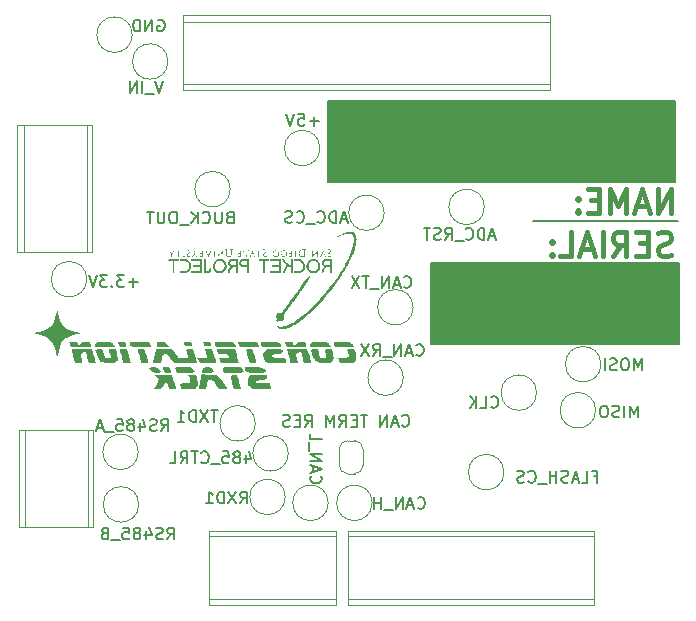
<source format=gbo>
G04 #@! TF.GenerationSoftware,KiCad,Pcbnew,8.0.6*
G04 #@! TF.CreationDate,2024-12-10T14:38:04-08:00*
G04 #@! TF.ProjectId,Constellation Stack V1.2,436f6e73-7465-46c6-9c61-74696f6e2053,rev?*
G04 #@! TF.SameCoordinates,Original*
G04 #@! TF.FileFunction,Legend,Bot*
G04 #@! TF.FilePolarity,Positive*
%FSLAX46Y46*%
G04 Gerber Fmt 4.6, Leading zero omitted, Abs format (unit mm)*
G04 Created by KiCad (PCBNEW 8.0.6) date 2024-12-10 14:38:04*
%MOMM*%
%LPD*%
G01*
G04 APERTURE LIST*
G04 Aperture macros list*
%AMFreePoly0*
4,1,19,0.500000,-0.750000,0.000000,-0.750000,0.000000,-0.744911,-0.071157,-0.744911,-0.207708,-0.704816,-0.327430,-0.627875,-0.420627,-0.520320,-0.479746,-0.390866,-0.500000,-0.250000,-0.500000,0.250000,-0.479746,0.390866,-0.420627,0.520320,-0.327430,0.627875,-0.207708,0.704816,-0.071157,0.744911,0.000000,0.744911,0.000000,0.750000,0.500000,0.750000,0.500000,-0.750000,0.500000,-0.750000,
$1*%
%AMFreePoly1*
4,1,19,0.000000,0.744911,0.071157,0.744911,0.207708,0.704816,0.327430,0.627875,0.420627,0.520320,0.479746,0.390866,0.500000,0.250000,0.500000,-0.250000,0.479746,-0.390866,0.420627,-0.520320,0.327430,-0.627875,0.207708,-0.704816,0.071157,-0.744911,0.000000,-0.744911,0.000000,-0.750000,-0.500000,-0.750000,-0.500000,0.750000,0.000000,0.750000,0.000000,0.744911,0.000000,0.744911,
$1*%
G04 Aperture macros list end*
%ADD10C,0.150000*%
%ADD11C,0.400000*%
%ADD12C,0.120000*%
%ADD13C,0.000000*%
%ADD14O,2.100000X1.000000*%
%ADD15O,1.600000X1.000000*%
%ADD16C,5.600000*%
%ADD17C,2.000000*%
%ADD18O,2.200000X2.200000*%
%ADD19R,2.200000X2.200000*%
%ADD20C,2.200000*%
%ADD21FreePoly0,90.000000*%
%ADD22FreePoly1,90.000000*%
G04 APERTURE END LIST*
D10*
X81610000Y-43170000D02*
X69260000Y-43170000D01*
X51960000Y-32980000D02*
X81310000Y-32980000D01*
X81310000Y-39810000D01*
X51960000Y-39810000D01*
X51960000Y-32980000D01*
G36*
X51960000Y-32980000D02*
G01*
X81310000Y-32980000D01*
X81310000Y-39810000D01*
X51960000Y-39810000D01*
X51960000Y-32980000D01*
G37*
X60680000Y-46680000D02*
X81650000Y-46680000D01*
X81650000Y-53510000D01*
X60680000Y-53510000D01*
X60680000Y-46680000D01*
G36*
X60680000Y-46680000D02*
G01*
X81650000Y-46680000D01*
X81650000Y-53510000D01*
X60680000Y-53510000D01*
X60680000Y-46680000D01*
G37*
X35833220Y-48328866D02*
X35071316Y-48328866D01*
X35452268Y-48709819D02*
X35452268Y-47947914D01*
X34690363Y-47709819D02*
X34071316Y-47709819D01*
X34071316Y-47709819D02*
X34404649Y-48090771D01*
X34404649Y-48090771D02*
X34261792Y-48090771D01*
X34261792Y-48090771D02*
X34166554Y-48138390D01*
X34166554Y-48138390D02*
X34118935Y-48186009D01*
X34118935Y-48186009D02*
X34071316Y-48281247D01*
X34071316Y-48281247D02*
X34071316Y-48519342D01*
X34071316Y-48519342D02*
X34118935Y-48614580D01*
X34118935Y-48614580D02*
X34166554Y-48662200D01*
X34166554Y-48662200D02*
X34261792Y-48709819D01*
X34261792Y-48709819D02*
X34547506Y-48709819D01*
X34547506Y-48709819D02*
X34642744Y-48662200D01*
X34642744Y-48662200D02*
X34690363Y-48614580D01*
X33642744Y-48614580D02*
X33595125Y-48662200D01*
X33595125Y-48662200D02*
X33642744Y-48709819D01*
X33642744Y-48709819D02*
X33690363Y-48662200D01*
X33690363Y-48662200D02*
X33642744Y-48614580D01*
X33642744Y-48614580D02*
X33642744Y-48709819D01*
X33261792Y-47709819D02*
X32642745Y-47709819D01*
X32642745Y-47709819D02*
X32976078Y-48090771D01*
X32976078Y-48090771D02*
X32833221Y-48090771D01*
X32833221Y-48090771D02*
X32737983Y-48138390D01*
X32737983Y-48138390D02*
X32690364Y-48186009D01*
X32690364Y-48186009D02*
X32642745Y-48281247D01*
X32642745Y-48281247D02*
X32642745Y-48519342D01*
X32642745Y-48519342D02*
X32690364Y-48614580D01*
X32690364Y-48614580D02*
X32737983Y-48662200D01*
X32737983Y-48662200D02*
X32833221Y-48709819D01*
X32833221Y-48709819D02*
X33118935Y-48709819D01*
X33118935Y-48709819D02*
X33214173Y-48662200D01*
X33214173Y-48662200D02*
X33261792Y-48614580D01*
X32357030Y-47709819D02*
X32023697Y-48709819D01*
X32023697Y-48709819D02*
X31690364Y-47709819D01*
X74419887Y-64756009D02*
X74753220Y-64756009D01*
X74753220Y-65279819D02*
X74753220Y-64279819D01*
X74753220Y-64279819D02*
X74277030Y-64279819D01*
X73419887Y-65279819D02*
X73896077Y-65279819D01*
X73896077Y-65279819D02*
X73896077Y-64279819D01*
X73134172Y-64994104D02*
X72657982Y-64994104D01*
X73229410Y-65279819D02*
X72896077Y-64279819D01*
X72896077Y-64279819D02*
X72562744Y-65279819D01*
X72277029Y-65232200D02*
X72134172Y-65279819D01*
X72134172Y-65279819D02*
X71896077Y-65279819D01*
X71896077Y-65279819D02*
X71800839Y-65232200D01*
X71800839Y-65232200D02*
X71753220Y-65184580D01*
X71753220Y-65184580D02*
X71705601Y-65089342D01*
X71705601Y-65089342D02*
X71705601Y-64994104D01*
X71705601Y-64994104D02*
X71753220Y-64898866D01*
X71753220Y-64898866D02*
X71800839Y-64851247D01*
X71800839Y-64851247D02*
X71896077Y-64803628D01*
X71896077Y-64803628D02*
X72086553Y-64756009D01*
X72086553Y-64756009D02*
X72181791Y-64708390D01*
X72181791Y-64708390D02*
X72229410Y-64660771D01*
X72229410Y-64660771D02*
X72277029Y-64565533D01*
X72277029Y-64565533D02*
X72277029Y-64470295D01*
X72277029Y-64470295D02*
X72229410Y-64375057D01*
X72229410Y-64375057D02*
X72181791Y-64327438D01*
X72181791Y-64327438D02*
X72086553Y-64279819D01*
X72086553Y-64279819D02*
X71848458Y-64279819D01*
X71848458Y-64279819D02*
X71705601Y-64327438D01*
X71277029Y-65279819D02*
X71277029Y-64279819D01*
X71277029Y-64756009D02*
X70705601Y-64756009D01*
X70705601Y-65279819D02*
X70705601Y-64279819D01*
X70467506Y-65375057D02*
X69705601Y-65375057D01*
X68896077Y-65184580D02*
X68943696Y-65232200D01*
X68943696Y-65232200D02*
X69086553Y-65279819D01*
X69086553Y-65279819D02*
X69181791Y-65279819D01*
X69181791Y-65279819D02*
X69324648Y-65232200D01*
X69324648Y-65232200D02*
X69419886Y-65136961D01*
X69419886Y-65136961D02*
X69467505Y-65041723D01*
X69467505Y-65041723D02*
X69515124Y-64851247D01*
X69515124Y-64851247D02*
X69515124Y-64708390D01*
X69515124Y-64708390D02*
X69467505Y-64517914D01*
X69467505Y-64517914D02*
X69419886Y-64422676D01*
X69419886Y-64422676D02*
X69324648Y-64327438D01*
X69324648Y-64327438D02*
X69181791Y-64279819D01*
X69181791Y-64279819D02*
X69086553Y-64279819D01*
X69086553Y-64279819D02*
X68943696Y-64327438D01*
X68943696Y-64327438D02*
X68896077Y-64375057D01*
X68515124Y-65232200D02*
X68372267Y-65279819D01*
X68372267Y-65279819D02*
X68134172Y-65279819D01*
X68134172Y-65279819D02*
X68038934Y-65232200D01*
X68038934Y-65232200D02*
X67991315Y-65184580D01*
X67991315Y-65184580D02*
X67943696Y-65089342D01*
X67943696Y-65089342D02*
X67943696Y-64994104D01*
X67943696Y-64994104D02*
X67991315Y-64898866D01*
X67991315Y-64898866D02*
X68038934Y-64851247D01*
X68038934Y-64851247D02*
X68134172Y-64803628D01*
X68134172Y-64803628D02*
X68324648Y-64756009D01*
X68324648Y-64756009D02*
X68419886Y-64708390D01*
X68419886Y-64708390D02*
X68467505Y-64660771D01*
X68467505Y-64660771D02*
X68515124Y-64565533D01*
X68515124Y-64565533D02*
X68515124Y-64470295D01*
X68515124Y-64470295D02*
X68467505Y-64375057D01*
X68467505Y-64375057D02*
X68419886Y-64327438D01*
X68419886Y-64327438D02*
X68324648Y-64279819D01*
X68324648Y-64279819D02*
X68086553Y-64279819D01*
X68086553Y-64279819D02*
X67943696Y-64327438D01*
X43609887Y-42816009D02*
X43467030Y-42863628D01*
X43467030Y-42863628D02*
X43419411Y-42911247D01*
X43419411Y-42911247D02*
X43371792Y-43006485D01*
X43371792Y-43006485D02*
X43371792Y-43149342D01*
X43371792Y-43149342D02*
X43419411Y-43244580D01*
X43419411Y-43244580D02*
X43467030Y-43292200D01*
X43467030Y-43292200D02*
X43562268Y-43339819D01*
X43562268Y-43339819D02*
X43943220Y-43339819D01*
X43943220Y-43339819D02*
X43943220Y-42339819D01*
X43943220Y-42339819D02*
X43609887Y-42339819D01*
X43609887Y-42339819D02*
X43514649Y-42387438D01*
X43514649Y-42387438D02*
X43467030Y-42435057D01*
X43467030Y-42435057D02*
X43419411Y-42530295D01*
X43419411Y-42530295D02*
X43419411Y-42625533D01*
X43419411Y-42625533D02*
X43467030Y-42720771D01*
X43467030Y-42720771D02*
X43514649Y-42768390D01*
X43514649Y-42768390D02*
X43609887Y-42816009D01*
X43609887Y-42816009D02*
X43943220Y-42816009D01*
X42943220Y-42339819D02*
X42943220Y-43149342D01*
X42943220Y-43149342D02*
X42895601Y-43244580D01*
X42895601Y-43244580D02*
X42847982Y-43292200D01*
X42847982Y-43292200D02*
X42752744Y-43339819D01*
X42752744Y-43339819D02*
X42562268Y-43339819D01*
X42562268Y-43339819D02*
X42467030Y-43292200D01*
X42467030Y-43292200D02*
X42419411Y-43244580D01*
X42419411Y-43244580D02*
X42371792Y-43149342D01*
X42371792Y-43149342D02*
X42371792Y-42339819D01*
X41324173Y-43244580D02*
X41371792Y-43292200D01*
X41371792Y-43292200D02*
X41514649Y-43339819D01*
X41514649Y-43339819D02*
X41609887Y-43339819D01*
X41609887Y-43339819D02*
X41752744Y-43292200D01*
X41752744Y-43292200D02*
X41847982Y-43196961D01*
X41847982Y-43196961D02*
X41895601Y-43101723D01*
X41895601Y-43101723D02*
X41943220Y-42911247D01*
X41943220Y-42911247D02*
X41943220Y-42768390D01*
X41943220Y-42768390D02*
X41895601Y-42577914D01*
X41895601Y-42577914D02*
X41847982Y-42482676D01*
X41847982Y-42482676D02*
X41752744Y-42387438D01*
X41752744Y-42387438D02*
X41609887Y-42339819D01*
X41609887Y-42339819D02*
X41514649Y-42339819D01*
X41514649Y-42339819D02*
X41371792Y-42387438D01*
X41371792Y-42387438D02*
X41324173Y-42435057D01*
X40895601Y-43339819D02*
X40895601Y-42339819D01*
X40324173Y-43339819D02*
X40752744Y-42768390D01*
X40324173Y-42339819D02*
X40895601Y-42911247D01*
X40133697Y-43435057D02*
X39371792Y-43435057D01*
X38943220Y-42339819D02*
X38752744Y-42339819D01*
X38752744Y-42339819D02*
X38657506Y-42387438D01*
X38657506Y-42387438D02*
X38562268Y-42482676D01*
X38562268Y-42482676D02*
X38514649Y-42673152D01*
X38514649Y-42673152D02*
X38514649Y-43006485D01*
X38514649Y-43006485D02*
X38562268Y-43196961D01*
X38562268Y-43196961D02*
X38657506Y-43292200D01*
X38657506Y-43292200D02*
X38752744Y-43339819D01*
X38752744Y-43339819D02*
X38943220Y-43339819D01*
X38943220Y-43339819D02*
X39038458Y-43292200D01*
X39038458Y-43292200D02*
X39133696Y-43196961D01*
X39133696Y-43196961D02*
X39181315Y-43006485D01*
X39181315Y-43006485D02*
X39181315Y-42673152D01*
X39181315Y-42673152D02*
X39133696Y-42482676D01*
X39133696Y-42482676D02*
X39038458Y-42387438D01*
X39038458Y-42387438D02*
X38943220Y-42339819D01*
X38086077Y-42339819D02*
X38086077Y-43149342D01*
X38086077Y-43149342D02*
X38038458Y-43244580D01*
X38038458Y-43244580D02*
X37990839Y-43292200D01*
X37990839Y-43292200D02*
X37895601Y-43339819D01*
X37895601Y-43339819D02*
X37705125Y-43339819D01*
X37705125Y-43339819D02*
X37609887Y-43292200D01*
X37609887Y-43292200D02*
X37562268Y-43244580D01*
X37562268Y-43244580D02*
X37514649Y-43149342D01*
X37514649Y-43149342D02*
X37514649Y-42339819D01*
X37181315Y-42339819D02*
X36609887Y-42339819D01*
X36895601Y-43339819D02*
X36895601Y-42339819D01*
X51133220Y-34678866D02*
X50371316Y-34678866D01*
X50752268Y-35059819D02*
X50752268Y-34297914D01*
X49418935Y-34059819D02*
X49895125Y-34059819D01*
X49895125Y-34059819D02*
X49942744Y-34536009D01*
X49942744Y-34536009D02*
X49895125Y-34488390D01*
X49895125Y-34488390D02*
X49799887Y-34440771D01*
X49799887Y-34440771D02*
X49561792Y-34440771D01*
X49561792Y-34440771D02*
X49466554Y-34488390D01*
X49466554Y-34488390D02*
X49418935Y-34536009D01*
X49418935Y-34536009D02*
X49371316Y-34631247D01*
X49371316Y-34631247D02*
X49371316Y-34869342D01*
X49371316Y-34869342D02*
X49418935Y-34964580D01*
X49418935Y-34964580D02*
X49466554Y-35012200D01*
X49466554Y-35012200D02*
X49561792Y-35059819D01*
X49561792Y-35059819D02*
X49799887Y-35059819D01*
X49799887Y-35059819D02*
X49895125Y-35012200D01*
X49895125Y-35012200D02*
X49942744Y-34964580D01*
X49085601Y-34059819D02*
X48752268Y-35059819D01*
X48752268Y-35059819D02*
X48418935Y-34059819D01*
D11*
X81005890Y-45989200D02*
X80720176Y-46084438D01*
X80720176Y-46084438D02*
X80243985Y-46084438D01*
X80243985Y-46084438D02*
X80053509Y-45989200D01*
X80053509Y-45989200D02*
X79958271Y-45893961D01*
X79958271Y-45893961D02*
X79863033Y-45703485D01*
X79863033Y-45703485D02*
X79863033Y-45513009D01*
X79863033Y-45513009D02*
X79958271Y-45322533D01*
X79958271Y-45322533D02*
X80053509Y-45227295D01*
X80053509Y-45227295D02*
X80243985Y-45132057D01*
X80243985Y-45132057D02*
X80624938Y-45036819D01*
X80624938Y-45036819D02*
X80815414Y-44941580D01*
X80815414Y-44941580D02*
X80910652Y-44846342D01*
X80910652Y-44846342D02*
X81005890Y-44655866D01*
X81005890Y-44655866D02*
X81005890Y-44465390D01*
X81005890Y-44465390D02*
X80910652Y-44274914D01*
X80910652Y-44274914D02*
X80815414Y-44179676D01*
X80815414Y-44179676D02*
X80624938Y-44084438D01*
X80624938Y-44084438D02*
X80148747Y-44084438D01*
X80148747Y-44084438D02*
X79863033Y-44179676D01*
X79005890Y-45036819D02*
X78339223Y-45036819D01*
X78053509Y-46084438D02*
X79005890Y-46084438D01*
X79005890Y-46084438D02*
X79005890Y-44084438D01*
X79005890Y-44084438D02*
X78053509Y-44084438D01*
X76053509Y-46084438D02*
X76720176Y-45132057D01*
X77196366Y-46084438D02*
X77196366Y-44084438D01*
X77196366Y-44084438D02*
X76434461Y-44084438D01*
X76434461Y-44084438D02*
X76243985Y-44179676D01*
X76243985Y-44179676D02*
X76148747Y-44274914D01*
X76148747Y-44274914D02*
X76053509Y-44465390D01*
X76053509Y-44465390D02*
X76053509Y-44751104D01*
X76053509Y-44751104D02*
X76148747Y-44941580D01*
X76148747Y-44941580D02*
X76243985Y-45036819D01*
X76243985Y-45036819D02*
X76434461Y-45132057D01*
X76434461Y-45132057D02*
X77196366Y-45132057D01*
X75196366Y-46084438D02*
X75196366Y-44084438D01*
X74339223Y-45513009D02*
X73386842Y-45513009D01*
X74529699Y-46084438D02*
X73863033Y-44084438D01*
X73863033Y-44084438D02*
X73196366Y-46084438D01*
X71577318Y-46084438D02*
X72529699Y-46084438D01*
X72529699Y-46084438D02*
X72529699Y-44084438D01*
X70910651Y-45893961D02*
X70815413Y-45989200D01*
X70815413Y-45989200D02*
X70910651Y-46084438D01*
X70910651Y-46084438D02*
X71005889Y-45989200D01*
X71005889Y-45989200D02*
X70910651Y-45893961D01*
X70910651Y-45893961D02*
X70910651Y-46084438D01*
X70910651Y-44846342D02*
X70815413Y-44941580D01*
X70815413Y-44941580D02*
X70910651Y-45036819D01*
X70910651Y-45036819D02*
X71005889Y-44941580D01*
X71005889Y-44941580D02*
X70910651Y-44846342D01*
X70910651Y-44846342D02*
X70910651Y-45036819D01*
D10*
X42586077Y-59139819D02*
X42014649Y-59139819D01*
X42300363Y-60139819D02*
X42300363Y-59139819D01*
X41776553Y-59139819D02*
X41109887Y-60139819D01*
X41109887Y-59139819D02*
X41776553Y-60139819D01*
X40728934Y-60139819D02*
X40728934Y-59139819D01*
X40728934Y-59139819D02*
X40490839Y-59139819D01*
X40490839Y-59139819D02*
X40347982Y-59187438D01*
X40347982Y-59187438D02*
X40252744Y-59282676D01*
X40252744Y-59282676D02*
X40205125Y-59377914D01*
X40205125Y-59377914D02*
X40157506Y-59568390D01*
X40157506Y-59568390D02*
X40157506Y-59711247D01*
X40157506Y-59711247D02*
X40205125Y-59901723D01*
X40205125Y-59901723D02*
X40252744Y-59996961D01*
X40252744Y-59996961D02*
X40347982Y-60092200D01*
X40347982Y-60092200D02*
X40490839Y-60139819D01*
X40490839Y-60139819D02*
X40728934Y-60139819D01*
X39205125Y-60139819D02*
X39776553Y-60139819D01*
X39490839Y-60139819D02*
X39490839Y-59139819D01*
X39490839Y-59139819D02*
X39586077Y-59282676D01*
X39586077Y-59282676D02*
X39681315Y-59377914D01*
X39681315Y-59377914D02*
X39776553Y-59425533D01*
X78163220Y-59769819D02*
X78163220Y-58769819D01*
X78163220Y-58769819D02*
X77829887Y-59484104D01*
X77829887Y-59484104D02*
X77496554Y-58769819D01*
X77496554Y-58769819D02*
X77496554Y-59769819D01*
X77020363Y-59769819D02*
X77020363Y-58769819D01*
X76591792Y-59722200D02*
X76448935Y-59769819D01*
X76448935Y-59769819D02*
X76210840Y-59769819D01*
X76210840Y-59769819D02*
X76115602Y-59722200D01*
X76115602Y-59722200D02*
X76067983Y-59674580D01*
X76067983Y-59674580D02*
X76020364Y-59579342D01*
X76020364Y-59579342D02*
X76020364Y-59484104D01*
X76020364Y-59484104D02*
X76067983Y-59388866D01*
X76067983Y-59388866D02*
X76115602Y-59341247D01*
X76115602Y-59341247D02*
X76210840Y-59293628D01*
X76210840Y-59293628D02*
X76401316Y-59246009D01*
X76401316Y-59246009D02*
X76496554Y-59198390D01*
X76496554Y-59198390D02*
X76544173Y-59150771D01*
X76544173Y-59150771D02*
X76591792Y-59055533D01*
X76591792Y-59055533D02*
X76591792Y-58960295D01*
X76591792Y-58960295D02*
X76544173Y-58865057D01*
X76544173Y-58865057D02*
X76496554Y-58817438D01*
X76496554Y-58817438D02*
X76401316Y-58769819D01*
X76401316Y-58769819D02*
X76163221Y-58769819D01*
X76163221Y-58769819D02*
X76020364Y-58817438D01*
X75401316Y-58769819D02*
X75210840Y-58769819D01*
X75210840Y-58769819D02*
X75115602Y-58817438D01*
X75115602Y-58817438D02*
X75020364Y-58912676D01*
X75020364Y-58912676D02*
X74972745Y-59103152D01*
X74972745Y-59103152D02*
X74972745Y-59436485D01*
X74972745Y-59436485D02*
X75020364Y-59626961D01*
X75020364Y-59626961D02*
X75115602Y-59722200D01*
X75115602Y-59722200D02*
X75210840Y-59769819D01*
X75210840Y-59769819D02*
X75401316Y-59769819D01*
X75401316Y-59769819D02*
X75496554Y-59722200D01*
X75496554Y-59722200D02*
X75591792Y-59626961D01*
X75591792Y-59626961D02*
X75639411Y-59436485D01*
X75639411Y-59436485D02*
X75639411Y-59103152D01*
X75639411Y-59103152D02*
X75591792Y-58912676D01*
X75591792Y-58912676D02*
X75496554Y-58817438D01*
X75496554Y-58817438D02*
X75401316Y-58769819D01*
X44974649Y-62983152D02*
X44974649Y-63649819D01*
X45212744Y-62602200D02*
X45450839Y-63316485D01*
X45450839Y-63316485D02*
X44831792Y-63316485D01*
X44307982Y-63078390D02*
X44403220Y-63030771D01*
X44403220Y-63030771D02*
X44450839Y-62983152D01*
X44450839Y-62983152D02*
X44498458Y-62887914D01*
X44498458Y-62887914D02*
X44498458Y-62840295D01*
X44498458Y-62840295D02*
X44450839Y-62745057D01*
X44450839Y-62745057D02*
X44403220Y-62697438D01*
X44403220Y-62697438D02*
X44307982Y-62649819D01*
X44307982Y-62649819D02*
X44117506Y-62649819D01*
X44117506Y-62649819D02*
X44022268Y-62697438D01*
X44022268Y-62697438D02*
X43974649Y-62745057D01*
X43974649Y-62745057D02*
X43927030Y-62840295D01*
X43927030Y-62840295D02*
X43927030Y-62887914D01*
X43927030Y-62887914D02*
X43974649Y-62983152D01*
X43974649Y-62983152D02*
X44022268Y-63030771D01*
X44022268Y-63030771D02*
X44117506Y-63078390D01*
X44117506Y-63078390D02*
X44307982Y-63078390D01*
X44307982Y-63078390D02*
X44403220Y-63126009D01*
X44403220Y-63126009D02*
X44450839Y-63173628D01*
X44450839Y-63173628D02*
X44498458Y-63268866D01*
X44498458Y-63268866D02*
X44498458Y-63459342D01*
X44498458Y-63459342D02*
X44450839Y-63554580D01*
X44450839Y-63554580D02*
X44403220Y-63602200D01*
X44403220Y-63602200D02*
X44307982Y-63649819D01*
X44307982Y-63649819D02*
X44117506Y-63649819D01*
X44117506Y-63649819D02*
X44022268Y-63602200D01*
X44022268Y-63602200D02*
X43974649Y-63554580D01*
X43974649Y-63554580D02*
X43927030Y-63459342D01*
X43927030Y-63459342D02*
X43927030Y-63268866D01*
X43927030Y-63268866D02*
X43974649Y-63173628D01*
X43974649Y-63173628D02*
X44022268Y-63126009D01*
X44022268Y-63126009D02*
X44117506Y-63078390D01*
X43022268Y-62649819D02*
X43498458Y-62649819D01*
X43498458Y-62649819D02*
X43546077Y-63126009D01*
X43546077Y-63126009D02*
X43498458Y-63078390D01*
X43498458Y-63078390D02*
X43403220Y-63030771D01*
X43403220Y-63030771D02*
X43165125Y-63030771D01*
X43165125Y-63030771D02*
X43069887Y-63078390D01*
X43069887Y-63078390D02*
X43022268Y-63126009D01*
X43022268Y-63126009D02*
X42974649Y-63221247D01*
X42974649Y-63221247D02*
X42974649Y-63459342D01*
X42974649Y-63459342D02*
X43022268Y-63554580D01*
X43022268Y-63554580D02*
X43069887Y-63602200D01*
X43069887Y-63602200D02*
X43165125Y-63649819D01*
X43165125Y-63649819D02*
X43403220Y-63649819D01*
X43403220Y-63649819D02*
X43498458Y-63602200D01*
X43498458Y-63602200D02*
X43546077Y-63554580D01*
X42784173Y-63745057D02*
X42022268Y-63745057D01*
X41212744Y-63554580D02*
X41260363Y-63602200D01*
X41260363Y-63602200D02*
X41403220Y-63649819D01*
X41403220Y-63649819D02*
X41498458Y-63649819D01*
X41498458Y-63649819D02*
X41641315Y-63602200D01*
X41641315Y-63602200D02*
X41736553Y-63506961D01*
X41736553Y-63506961D02*
X41784172Y-63411723D01*
X41784172Y-63411723D02*
X41831791Y-63221247D01*
X41831791Y-63221247D02*
X41831791Y-63078390D01*
X41831791Y-63078390D02*
X41784172Y-62887914D01*
X41784172Y-62887914D02*
X41736553Y-62792676D01*
X41736553Y-62792676D02*
X41641315Y-62697438D01*
X41641315Y-62697438D02*
X41498458Y-62649819D01*
X41498458Y-62649819D02*
X41403220Y-62649819D01*
X41403220Y-62649819D02*
X41260363Y-62697438D01*
X41260363Y-62697438D02*
X41212744Y-62745057D01*
X40927029Y-62649819D02*
X40355601Y-62649819D01*
X40641315Y-63649819D02*
X40641315Y-62649819D01*
X39450839Y-63649819D02*
X39784172Y-63173628D01*
X40022267Y-63649819D02*
X40022267Y-62649819D01*
X40022267Y-62649819D02*
X39641315Y-62649819D01*
X39641315Y-62649819D02*
X39546077Y-62697438D01*
X39546077Y-62697438D02*
X39498458Y-62745057D01*
X39498458Y-62745057D02*
X39450839Y-62840295D01*
X39450839Y-62840295D02*
X39450839Y-62983152D01*
X39450839Y-62983152D02*
X39498458Y-63078390D01*
X39498458Y-63078390D02*
X39546077Y-63126009D01*
X39546077Y-63126009D02*
X39641315Y-63173628D01*
X39641315Y-63173628D02*
X40022267Y-63173628D01*
X38546077Y-63649819D02*
X39022267Y-63649819D01*
X39022267Y-63649819D02*
X39022267Y-62649819D01*
X66080839Y-44434104D02*
X65604649Y-44434104D01*
X66176077Y-44719819D02*
X65842744Y-43719819D01*
X65842744Y-43719819D02*
X65509411Y-44719819D01*
X65176077Y-44719819D02*
X65176077Y-43719819D01*
X65176077Y-43719819D02*
X64937982Y-43719819D01*
X64937982Y-43719819D02*
X64795125Y-43767438D01*
X64795125Y-43767438D02*
X64699887Y-43862676D01*
X64699887Y-43862676D02*
X64652268Y-43957914D01*
X64652268Y-43957914D02*
X64604649Y-44148390D01*
X64604649Y-44148390D02*
X64604649Y-44291247D01*
X64604649Y-44291247D02*
X64652268Y-44481723D01*
X64652268Y-44481723D02*
X64699887Y-44576961D01*
X64699887Y-44576961D02*
X64795125Y-44672200D01*
X64795125Y-44672200D02*
X64937982Y-44719819D01*
X64937982Y-44719819D02*
X65176077Y-44719819D01*
X63604649Y-44624580D02*
X63652268Y-44672200D01*
X63652268Y-44672200D02*
X63795125Y-44719819D01*
X63795125Y-44719819D02*
X63890363Y-44719819D01*
X63890363Y-44719819D02*
X64033220Y-44672200D01*
X64033220Y-44672200D02*
X64128458Y-44576961D01*
X64128458Y-44576961D02*
X64176077Y-44481723D01*
X64176077Y-44481723D02*
X64223696Y-44291247D01*
X64223696Y-44291247D02*
X64223696Y-44148390D01*
X64223696Y-44148390D02*
X64176077Y-43957914D01*
X64176077Y-43957914D02*
X64128458Y-43862676D01*
X64128458Y-43862676D02*
X64033220Y-43767438D01*
X64033220Y-43767438D02*
X63890363Y-43719819D01*
X63890363Y-43719819D02*
X63795125Y-43719819D01*
X63795125Y-43719819D02*
X63652268Y-43767438D01*
X63652268Y-43767438D02*
X63604649Y-43815057D01*
X63414173Y-44815057D02*
X62652268Y-44815057D01*
X61842744Y-44719819D02*
X62176077Y-44243628D01*
X62414172Y-44719819D02*
X62414172Y-43719819D01*
X62414172Y-43719819D02*
X62033220Y-43719819D01*
X62033220Y-43719819D02*
X61937982Y-43767438D01*
X61937982Y-43767438D02*
X61890363Y-43815057D01*
X61890363Y-43815057D02*
X61842744Y-43910295D01*
X61842744Y-43910295D02*
X61842744Y-44053152D01*
X61842744Y-44053152D02*
X61890363Y-44148390D01*
X61890363Y-44148390D02*
X61937982Y-44196009D01*
X61937982Y-44196009D02*
X62033220Y-44243628D01*
X62033220Y-44243628D02*
X62414172Y-44243628D01*
X61461791Y-44672200D02*
X61318934Y-44719819D01*
X61318934Y-44719819D02*
X61080839Y-44719819D01*
X61080839Y-44719819D02*
X60985601Y-44672200D01*
X60985601Y-44672200D02*
X60937982Y-44624580D01*
X60937982Y-44624580D02*
X60890363Y-44529342D01*
X60890363Y-44529342D02*
X60890363Y-44434104D01*
X60890363Y-44434104D02*
X60937982Y-44338866D01*
X60937982Y-44338866D02*
X60985601Y-44291247D01*
X60985601Y-44291247D02*
X61080839Y-44243628D01*
X61080839Y-44243628D02*
X61271315Y-44196009D01*
X61271315Y-44196009D02*
X61366553Y-44148390D01*
X61366553Y-44148390D02*
X61414172Y-44100771D01*
X61414172Y-44100771D02*
X61461791Y-44005533D01*
X61461791Y-44005533D02*
X61461791Y-43910295D01*
X61461791Y-43910295D02*
X61414172Y-43815057D01*
X61414172Y-43815057D02*
X61366553Y-43767438D01*
X61366553Y-43767438D02*
X61271315Y-43719819D01*
X61271315Y-43719819D02*
X61033220Y-43719819D01*
X61033220Y-43719819D02*
X60890363Y-43767438D01*
X60604648Y-43719819D02*
X60033220Y-43719819D01*
X60318934Y-44719819D02*
X60318934Y-43719819D01*
X58211792Y-60444580D02*
X58259411Y-60492200D01*
X58259411Y-60492200D02*
X58402268Y-60539819D01*
X58402268Y-60539819D02*
X58497506Y-60539819D01*
X58497506Y-60539819D02*
X58640363Y-60492200D01*
X58640363Y-60492200D02*
X58735601Y-60396961D01*
X58735601Y-60396961D02*
X58783220Y-60301723D01*
X58783220Y-60301723D02*
X58830839Y-60111247D01*
X58830839Y-60111247D02*
X58830839Y-59968390D01*
X58830839Y-59968390D02*
X58783220Y-59777914D01*
X58783220Y-59777914D02*
X58735601Y-59682676D01*
X58735601Y-59682676D02*
X58640363Y-59587438D01*
X58640363Y-59587438D02*
X58497506Y-59539819D01*
X58497506Y-59539819D02*
X58402268Y-59539819D01*
X58402268Y-59539819D02*
X58259411Y-59587438D01*
X58259411Y-59587438D02*
X58211792Y-59635057D01*
X57830839Y-60254104D02*
X57354649Y-60254104D01*
X57926077Y-60539819D02*
X57592744Y-59539819D01*
X57592744Y-59539819D02*
X57259411Y-60539819D01*
X56926077Y-60539819D02*
X56926077Y-59539819D01*
X56926077Y-59539819D02*
X56354649Y-60539819D01*
X56354649Y-60539819D02*
X56354649Y-59539819D01*
X55259410Y-59539819D02*
X54687982Y-59539819D01*
X54973696Y-60539819D02*
X54973696Y-59539819D01*
X54354648Y-60016009D02*
X54021315Y-60016009D01*
X53878458Y-60539819D02*
X54354648Y-60539819D01*
X54354648Y-60539819D02*
X54354648Y-59539819D01*
X54354648Y-59539819D02*
X53878458Y-59539819D01*
X52878458Y-60539819D02*
X53211791Y-60063628D01*
X53449886Y-60539819D02*
X53449886Y-59539819D01*
X53449886Y-59539819D02*
X53068934Y-59539819D01*
X53068934Y-59539819D02*
X52973696Y-59587438D01*
X52973696Y-59587438D02*
X52926077Y-59635057D01*
X52926077Y-59635057D02*
X52878458Y-59730295D01*
X52878458Y-59730295D02*
X52878458Y-59873152D01*
X52878458Y-59873152D02*
X52926077Y-59968390D01*
X52926077Y-59968390D02*
X52973696Y-60016009D01*
X52973696Y-60016009D02*
X53068934Y-60063628D01*
X53068934Y-60063628D02*
X53449886Y-60063628D01*
X52449886Y-60539819D02*
X52449886Y-59539819D01*
X52449886Y-59539819D02*
X52116553Y-60254104D01*
X52116553Y-60254104D02*
X51783220Y-59539819D01*
X51783220Y-59539819D02*
X51783220Y-60539819D01*
X49973696Y-60539819D02*
X50307029Y-60063628D01*
X50545124Y-60539819D02*
X50545124Y-59539819D01*
X50545124Y-59539819D02*
X50164172Y-59539819D01*
X50164172Y-59539819D02*
X50068934Y-59587438D01*
X50068934Y-59587438D02*
X50021315Y-59635057D01*
X50021315Y-59635057D02*
X49973696Y-59730295D01*
X49973696Y-59730295D02*
X49973696Y-59873152D01*
X49973696Y-59873152D02*
X50021315Y-59968390D01*
X50021315Y-59968390D02*
X50068934Y-60016009D01*
X50068934Y-60016009D02*
X50164172Y-60063628D01*
X50164172Y-60063628D02*
X50545124Y-60063628D01*
X49545124Y-60016009D02*
X49211791Y-60016009D01*
X49068934Y-60539819D02*
X49545124Y-60539819D01*
X49545124Y-60539819D02*
X49545124Y-59539819D01*
X49545124Y-59539819D02*
X49068934Y-59539819D01*
X48687981Y-60492200D02*
X48545124Y-60539819D01*
X48545124Y-60539819D02*
X48307029Y-60539819D01*
X48307029Y-60539819D02*
X48211791Y-60492200D01*
X48211791Y-60492200D02*
X48164172Y-60444580D01*
X48164172Y-60444580D02*
X48116553Y-60349342D01*
X48116553Y-60349342D02*
X48116553Y-60254104D01*
X48116553Y-60254104D02*
X48164172Y-60158866D01*
X48164172Y-60158866D02*
X48211791Y-60111247D01*
X48211791Y-60111247D02*
X48307029Y-60063628D01*
X48307029Y-60063628D02*
X48497505Y-60016009D01*
X48497505Y-60016009D02*
X48592743Y-59968390D01*
X48592743Y-59968390D02*
X48640362Y-59920771D01*
X48640362Y-59920771D02*
X48687981Y-59825533D01*
X48687981Y-59825533D02*
X48687981Y-59730295D01*
X48687981Y-59730295D02*
X48640362Y-59635057D01*
X48640362Y-59635057D02*
X48592743Y-59587438D01*
X48592743Y-59587438D02*
X48497505Y-59539819D01*
X48497505Y-59539819D02*
X48259410Y-59539819D01*
X48259410Y-59539819D02*
X48116553Y-59587438D01*
X59411792Y-54464580D02*
X59459411Y-54512200D01*
X59459411Y-54512200D02*
X59602268Y-54559819D01*
X59602268Y-54559819D02*
X59697506Y-54559819D01*
X59697506Y-54559819D02*
X59840363Y-54512200D01*
X59840363Y-54512200D02*
X59935601Y-54416961D01*
X59935601Y-54416961D02*
X59983220Y-54321723D01*
X59983220Y-54321723D02*
X60030839Y-54131247D01*
X60030839Y-54131247D02*
X60030839Y-53988390D01*
X60030839Y-53988390D02*
X59983220Y-53797914D01*
X59983220Y-53797914D02*
X59935601Y-53702676D01*
X59935601Y-53702676D02*
X59840363Y-53607438D01*
X59840363Y-53607438D02*
X59697506Y-53559819D01*
X59697506Y-53559819D02*
X59602268Y-53559819D01*
X59602268Y-53559819D02*
X59459411Y-53607438D01*
X59459411Y-53607438D02*
X59411792Y-53655057D01*
X59030839Y-54274104D02*
X58554649Y-54274104D01*
X59126077Y-54559819D02*
X58792744Y-53559819D01*
X58792744Y-53559819D02*
X58459411Y-54559819D01*
X58126077Y-54559819D02*
X58126077Y-53559819D01*
X58126077Y-53559819D02*
X57554649Y-54559819D01*
X57554649Y-54559819D02*
X57554649Y-53559819D01*
X57316554Y-54655057D02*
X56554649Y-54655057D01*
X55745125Y-54559819D02*
X56078458Y-54083628D01*
X56316553Y-54559819D02*
X56316553Y-53559819D01*
X56316553Y-53559819D02*
X55935601Y-53559819D01*
X55935601Y-53559819D02*
X55840363Y-53607438D01*
X55840363Y-53607438D02*
X55792744Y-53655057D01*
X55792744Y-53655057D02*
X55745125Y-53750295D01*
X55745125Y-53750295D02*
X55745125Y-53893152D01*
X55745125Y-53893152D02*
X55792744Y-53988390D01*
X55792744Y-53988390D02*
X55840363Y-54036009D01*
X55840363Y-54036009D02*
X55935601Y-54083628D01*
X55935601Y-54083628D02*
X56316553Y-54083628D01*
X55411791Y-53559819D02*
X54745125Y-54559819D01*
X54745125Y-53559819D02*
X55411791Y-54559819D01*
X59531792Y-67414580D02*
X59579411Y-67462200D01*
X59579411Y-67462200D02*
X59722268Y-67509819D01*
X59722268Y-67509819D02*
X59817506Y-67509819D01*
X59817506Y-67509819D02*
X59960363Y-67462200D01*
X59960363Y-67462200D02*
X60055601Y-67366961D01*
X60055601Y-67366961D02*
X60103220Y-67271723D01*
X60103220Y-67271723D02*
X60150839Y-67081247D01*
X60150839Y-67081247D02*
X60150839Y-66938390D01*
X60150839Y-66938390D02*
X60103220Y-66747914D01*
X60103220Y-66747914D02*
X60055601Y-66652676D01*
X60055601Y-66652676D02*
X59960363Y-66557438D01*
X59960363Y-66557438D02*
X59817506Y-66509819D01*
X59817506Y-66509819D02*
X59722268Y-66509819D01*
X59722268Y-66509819D02*
X59579411Y-66557438D01*
X59579411Y-66557438D02*
X59531792Y-66605057D01*
X59150839Y-67224104D02*
X58674649Y-67224104D01*
X59246077Y-67509819D02*
X58912744Y-66509819D01*
X58912744Y-66509819D02*
X58579411Y-67509819D01*
X58246077Y-67509819D02*
X58246077Y-66509819D01*
X58246077Y-66509819D02*
X57674649Y-67509819D01*
X57674649Y-67509819D02*
X57674649Y-66509819D01*
X57436554Y-67605057D02*
X56674649Y-67605057D01*
X56436553Y-67509819D02*
X56436553Y-66509819D01*
X56436553Y-66986009D02*
X55865125Y-66986009D01*
X55865125Y-67509819D02*
X55865125Y-66509819D01*
X37811792Y-60909819D02*
X38145125Y-60433628D01*
X38383220Y-60909819D02*
X38383220Y-59909819D01*
X38383220Y-59909819D02*
X38002268Y-59909819D01*
X38002268Y-59909819D02*
X37907030Y-59957438D01*
X37907030Y-59957438D02*
X37859411Y-60005057D01*
X37859411Y-60005057D02*
X37811792Y-60100295D01*
X37811792Y-60100295D02*
X37811792Y-60243152D01*
X37811792Y-60243152D02*
X37859411Y-60338390D01*
X37859411Y-60338390D02*
X37907030Y-60386009D01*
X37907030Y-60386009D02*
X38002268Y-60433628D01*
X38002268Y-60433628D02*
X38383220Y-60433628D01*
X37430839Y-60862200D02*
X37287982Y-60909819D01*
X37287982Y-60909819D02*
X37049887Y-60909819D01*
X37049887Y-60909819D02*
X36954649Y-60862200D01*
X36954649Y-60862200D02*
X36907030Y-60814580D01*
X36907030Y-60814580D02*
X36859411Y-60719342D01*
X36859411Y-60719342D02*
X36859411Y-60624104D01*
X36859411Y-60624104D02*
X36907030Y-60528866D01*
X36907030Y-60528866D02*
X36954649Y-60481247D01*
X36954649Y-60481247D02*
X37049887Y-60433628D01*
X37049887Y-60433628D02*
X37240363Y-60386009D01*
X37240363Y-60386009D02*
X37335601Y-60338390D01*
X37335601Y-60338390D02*
X37383220Y-60290771D01*
X37383220Y-60290771D02*
X37430839Y-60195533D01*
X37430839Y-60195533D02*
X37430839Y-60100295D01*
X37430839Y-60100295D02*
X37383220Y-60005057D01*
X37383220Y-60005057D02*
X37335601Y-59957438D01*
X37335601Y-59957438D02*
X37240363Y-59909819D01*
X37240363Y-59909819D02*
X37002268Y-59909819D01*
X37002268Y-59909819D02*
X36859411Y-59957438D01*
X36002268Y-60243152D02*
X36002268Y-60909819D01*
X36240363Y-59862200D02*
X36478458Y-60576485D01*
X36478458Y-60576485D02*
X35859411Y-60576485D01*
X35335601Y-60338390D02*
X35430839Y-60290771D01*
X35430839Y-60290771D02*
X35478458Y-60243152D01*
X35478458Y-60243152D02*
X35526077Y-60147914D01*
X35526077Y-60147914D02*
X35526077Y-60100295D01*
X35526077Y-60100295D02*
X35478458Y-60005057D01*
X35478458Y-60005057D02*
X35430839Y-59957438D01*
X35430839Y-59957438D02*
X35335601Y-59909819D01*
X35335601Y-59909819D02*
X35145125Y-59909819D01*
X35145125Y-59909819D02*
X35049887Y-59957438D01*
X35049887Y-59957438D02*
X35002268Y-60005057D01*
X35002268Y-60005057D02*
X34954649Y-60100295D01*
X34954649Y-60100295D02*
X34954649Y-60147914D01*
X34954649Y-60147914D02*
X35002268Y-60243152D01*
X35002268Y-60243152D02*
X35049887Y-60290771D01*
X35049887Y-60290771D02*
X35145125Y-60338390D01*
X35145125Y-60338390D02*
X35335601Y-60338390D01*
X35335601Y-60338390D02*
X35430839Y-60386009D01*
X35430839Y-60386009D02*
X35478458Y-60433628D01*
X35478458Y-60433628D02*
X35526077Y-60528866D01*
X35526077Y-60528866D02*
X35526077Y-60719342D01*
X35526077Y-60719342D02*
X35478458Y-60814580D01*
X35478458Y-60814580D02*
X35430839Y-60862200D01*
X35430839Y-60862200D02*
X35335601Y-60909819D01*
X35335601Y-60909819D02*
X35145125Y-60909819D01*
X35145125Y-60909819D02*
X35049887Y-60862200D01*
X35049887Y-60862200D02*
X35002268Y-60814580D01*
X35002268Y-60814580D02*
X34954649Y-60719342D01*
X34954649Y-60719342D02*
X34954649Y-60528866D01*
X34954649Y-60528866D02*
X35002268Y-60433628D01*
X35002268Y-60433628D02*
X35049887Y-60386009D01*
X35049887Y-60386009D02*
X35145125Y-60338390D01*
X34049887Y-59909819D02*
X34526077Y-59909819D01*
X34526077Y-59909819D02*
X34573696Y-60386009D01*
X34573696Y-60386009D02*
X34526077Y-60338390D01*
X34526077Y-60338390D02*
X34430839Y-60290771D01*
X34430839Y-60290771D02*
X34192744Y-60290771D01*
X34192744Y-60290771D02*
X34097506Y-60338390D01*
X34097506Y-60338390D02*
X34049887Y-60386009D01*
X34049887Y-60386009D02*
X34002268Y-60481247D01*
X34002268Y-60481247D02*
X34002268Y-60719342D01*
X34002268Y-60719342D02*
X34049887Y-60814580D01*
X34049887Y-60814580D02*
X34097506Y-60862200D01*
X34097506Y-60862200D02*
X34192744Y-60909819D01*
X34192744Y-60909819D02*
X34430839Y-60909819D01*
X34430839Y-60909819D02*
X34526077Y-60862200D01*
X34526077Y-60862200D02*
X34573696Y-60814580D01*
X33811792Y-61005057D02*
X33049887Y-61005057D01*
X32859410Y-60624104D02*
X32383220Y-60624104D01*
X32954648Y-60909819D02*
X32621315Y-59909819D01*
X32621315Y-59909819D02*
X32287982Y-60909819D01*
X78513220Y-55769819D02*
X78513220Y-54769819D01*
X78513220Y-54769819D02*
X78179887Y-55484104D01*
X78179887Y-55484104D02*
X77846554Y-54769819D01*
X77846554Y-54769819D02*
X77846554Y-55769819D01*
X77179887Y-54769819D02*
X76989411Y-54769819D01*
X76989411Y-54769819D02*
X76894173Y-54817438D01*
X76894173Y-54817438D02*
X76798935Y-54912676D01*
X76798935Y-54912676D02*
X76751316Y-55103152D01*
X76751316Y-55103152D02*
X76751316Y-55436485D01*
X76751316Y-55436485D02*
X76798935Y-55626961D01*
X76798935Y-55626961D02*
X76894173Y-55722200D01*
X76894173Y-55722200D02*
X76989411Y-55769819D01*
X76989411Y-55769819D02*
X77179887Y-55769819D01*
X77179887Y-55769819D02*
X77275125Y-55722200D01*
X77275125Y-55722200D02*
X77370363Y-55626961D01*
X77370363Y-55626961D02*
X77417982Y-55436485D01*
X77417982Y-55436485D02*
X77417982Y-55103152D01*
X77417982Y-55103152D02*
X77370363Y-54912676D01*
X77370363Y-54912676D02*
X77275125Y-54817438D01*
X77275125Y-54817438D02*
X77179887Y-54769819D01*
X76370363Y-55722200D02*
X76227506Y-55769819D01*
X76227506Y-55769819D02*
X75989411Y-55769819D01*
X75989411Y-55769819D02*
X75894173Y-55722200D01*
X75894173Y-55722200D02*
X75846554Y-55674580D01*
X75846554Y-55674580D02*
X75798935Y-55579342D01*
X75798935Y-55579342D02*
X75798935Y-55484104D01*
X75798935Y-55484104D02*
X75846554Y-55388866D01*
X75846554Y-55388866D02*
X75894173Y-55341247D01*
X75894173Y-55341247D02*
X75989411Y-55293628D01*
X75989411Y-55293628D02*
X76179887Y-55246009D01*
X76179887Y-55246009D02*
X76275125Y-55198390D01*
X76275125Y-55198390D02*
X76322744Y-55150771D01*
X76322744Y-55150771D02*
X76370363Y-55055533D01*
X76370363Y-55055533D02*
X76370363Y-54960295D01*
X76370363Y-54960295D02*
X76322744Y-54865057D01*
X76322744Y-54865057D02*
X76275125Y-54817438D01*
X76275125Y-54817438D02*
X76179887Y-54769819D01*
X76179887Y-54769819D02*
X75941792Y-54769819D01*
X75941792Y-54769819D02*
X75798935Y-54817438D01*
X75370363Y-55769819D02*
X75370363Y-54769819D01*
X58361792Y-48704580D02*
X58409411Y-48752200D01*
X58409411Y-48752200D02*
X58552268Y-48799819D01*
X58552268Y-48799819D02*
X58647506Y-48799819D01*
X58647506Y-48799819D02*
X58790363Y-48752200D01*
X58790363Y-48752200D02*
X58885601Y-48656961D01*
X58885601Y-48656961D02*
X58933220Y-48561723D01*
X58933220Y-48561723D02*
X58980839Y-48371247D01*
X58980839Y-48371247D02*
X58980839Y-48228390D01*
X58980839Y-48228390D02*
X58933220Y-48037914D01*
X58933220Y-48037914D02*
X58885601Y-47942676D01*
X58885601Y-47942676D02*
X58790363Y-47847438D01*
X58790363Y-47847438D02*
X58647506Y-47799819D01*
X58647506Y-47799819D02*
X58552268Y-47799819D01*
X58552268Y-47799819D02*
X58409411Y-47847438D01*
X58409411Y-47847438D02*
X58361792Y-47895057D01*
X57980839Y-48514104D02*
X57504649Y-48514104D01*
X58076077Y-48799819D02*
X57742744Y-47799819D01*
X57742744Y-47799819D02*
X57409411Y-48799819D01*
X57076077Y-48799819D02*
X57076077Y-47799819D01*
X57076077Y-47799819D02*
X56504649Y-48799819D01*
X56504649Y-48799819D02*
X56504649Y-47799819D01*
X56266554Y-48895057D02*
X55504649Y-48895057D01*
X55409410Y-47799819D02*
X54837982Y-47799819D01*
X55123696Y-48799819D02*
X55123696Y-47799819D01*
X54599886Y-47799819D02*
X53933220Y-48799819D01*
X53933220Y-47799819D02*
X54599886Y-48799819D01*
X37529411Y-26137438D02*
X37624649Y-26089819D01*
X37624649Y-26089819D02*
X37767506Y-26089819D01*
X37767506Y-26089819D02*
X37910363Y-26137438D01*
X37910363Y-26137438D02*
X38005601Y-26232676D01*
X38005601Y-26232676D02*
X38053220Y-26327914D01*
X38053220Y-26327914D02*
X38100839Y-26518390D01*
X38100839Y-26518390D02*
X38100839Y-26661247D01*
X38100839Y-26661247D02*
X38053220Y-26851723D01*
X38053220Y-26851723D02*
X38005601Y-26946961D01*
X38005601Y-26946961D02*
X37910363Y-27042200D01*
X37910363Y-27042200D02*
X37767506Y-27089819D01*
X37767506Y-27089819D02*
X37672268Y-27089819D01*
X37672268Y-27089819D02*
X37529411Y-27042200D01*
X37529411Y-27042200D02*
X37481792Y-26994580D01*
X37481792Y-26994580D02*
X37481792Y-26661247D01*
X37481792Y-26661247D02*
X37672268Y-26661247D01*
X37053220Y-27089819D02*
X37053220Y-26089819D01*
X37053220Y-26089819D02*
X36481792Y-27089819D01*
X36481792Y-27089819D02*
X36481792Y-26089819D01*
X36005601Y-27089819D02*
X36005601Y-26089819D01*
X36005601Y-26089819D02*
X35767506Y-26089819D01*
X35767506Y-26089819D02*
X35624649Y-26137438D01*
X35624649Y-26137438D02*
X35529411Y-26232676D01*
X35529411Y-26232676D02*
X35481792Y-26327914D01*
X35481792Y-26327914D02*
X35434173Y-26518390D01*
X35434173Y-26518390D02*
X35434173Y-26661247D01*
X35434173Y-26661247D02*
X35481792Y-26851723D01*
X35481792Y-26851723D02*
X35529411Y-26946961D01*
X35529411Y-26946961D02*
X35624649Y-27042200D01*
X35624649Y-27042200D02*
X35767506Y-27089819D01*
X35767506Y-27089819D02*
X36005601Y-27089819D01*
X53520839Y-43004104D02*
X53044649Y-43004104D01*
X53616077Y-43289819D02*
X53282744Y-42289819D01*
X53282744Y-42289819D02*
X52949411Y-43289819D01*
X52616077Y-43289819D02*
X52616077Y-42289819D01*
X52616077Y-42289819D02*
X52377982Y-42289819D01*
X52377982Y-42289819D02*
X52235125Y-42337438D01*
X52235125Y-42337438D02*
X52139887Y-42432676D01*
X52139887Y-42432676D02*
X52092268Y-42527914D01*
X52092268Y-42527914D02*
X52044649Y-42718390D01*
X52044649Y-42718390D02*
X52044649Y-42861247D01*
X52044649Y-42861247D02*
X52092268Y-43051723D01*
X52092268Y-43051723D02*
X52139887Y-43146961D01*
X52139887Y-43146961D02*
X52235125Y-43242200D01*
X52235125Y-43242200D02*
X52377982Y-43289819D01*
X52377982Y-43289819D02*
X52616077Y-43289819D01*
X51044649Y-43194580D02*
X51092268Y-43242200D01*
X51092268Y-43242200D02*
X51235125Y-43289819D01*
X51235125Y-43289819D02*
X51330363Y-43289819D01*
X51330363Y-43289819D02*
X51473220Y-43242200D01*
X51473220Y-43242200D02*
X51568458Y-43146961D01*
X51568458Y-43146961D02*
X51616077Y-43051723D01*
X51616077Y-43051723D02*
X51663696Y-42861247D01*
X51663696Y-42861247D02*
X51663696Y-42718390D01*
X51663696Y-42718390D02*
X51616077Y-42527914D01*
X51616077Y-42527914D02*
X51568458Y-42432676D01*
X51568458Y-42432676D02*
X51473220Y-42337438D01*
X51473220Y-42337438D02*
X51330363Y-42289819D01*
X51330363Y-42289819D02*
X51235125Y-42289819D01*
X51235125Y-42289819D02*
X51092268Y-42337438D01*
X51092268Y-42337438D02*
X51044649Y-42385057D01*
X50854173Y-43385057D02*
X50092268Y-43385057D01*
X49282744Y-43194580D02*
X49330363Y-43242200D01*
X49330363Y-43242200D02*
X49473220Y-43289819D01*
X49473220Y-43289819D02*
X49568458Y-43289819D01*
X49568458Y-43289819D02*
X49711315Y-43242200D01*
X49711315Y-43242200D02*
X49806553Y-43146961D01*
X49806553Y-43146961D02*
X49854172Y-43051723D01*
X49854172Y-43051723D02*
X49901791Y-42861247D01*
X49901791Y-42861247D02*
X49901791Y-42718390D01*
X49901791Y-42718390D02*
X49854172Y-42527914D01*
X49854172Y-42527914D02*
X49806553Y-42432676D01*
X49806553Y-42432676D02*
X49711315Y-42337438D01*
X49711315Y-42337438D02*
X49568458Y-42289819D01*
X49568458Y-42289819D02*
X49473220Y-42289819D01*
X49473220Y-42289819D02*
X49330363Y-42337438D01*
X49330363Y-42337438D02*
X49282744Y-42385057D01*
X48901791Y-43242200D02*
X48758934Y-43289819D01*
X48758934Y-43289819D02*
X48520839Y-43289819D01*
X48520839Y-43289819D02*
X48425601Y-43242200D01*
X48425601Y-43242200D02*
X48377982Y-43194580D01*
X48377982Y-43194580D02*
X48330363Y-43099342D01*
X48330363Y-43099342D02*
X48330363Y-43004104D01*
X48330363Y-43004104D02*
X48377982Y-42908866D01*
X48377982Y-42908866D02*
X48425601Y-42861247D01*
X48425601Y-42861247D02*
X48520839Y-42813628D01*
X48520839Y-42813628D02*
X48711315Y-42766009D01*
X48711315Y-42766009D02*
X48806553Y-42718390D01*
X48806553Y-42718390D02*
X48854172Y-42670771D01*
X48854172Y-42670771D02*
X48901791Y-42575533D01*
X48901791Y-42575533D02*
X48901791Y-42480295D01*
X48901791Y-42480295D02*
X48854172Y-42385057D01*
X48854172Y-42385057D02*
X48806553Y-42337438D01*
X48806553Y-42337438D02*
X48711315Y-42289819D01*
X48711315Y-42289819D02*
X48473220Y-42289819D01*
X48473220Y-42289819D02*
X48330363Y-42337438D01*
X37976077Y-31319819D02*
X37642744Y-32319819D01*
X37642744Y-32319819D02*
X37309411Y-31319819D01*
X37214173Y-32415057D02*
X36452268Y-32415057D01*
X36214172Y-32319819D02*
X36214172Y-31319819D01*
X35737982Y-32319819D02*
X35737982Y-31319819D01*
X35737982Y-31319819D02*
X35166554Y-32319819D01*
X35166554Y-32319819D02*
X35166554Y-31319819D01*
X44511792Y-67039819D02*
X44845125Y-66563628D01*
X45083220Y-67039819D02*
X45083220Y-66039819D01*
X45083220Y-66039819D02*
X44702268Y-66039819D01*
X44702268Y-66039819D02*
X44607030Y-66087438D01*
X44607030Y-66087438D02*
X44559411Y-66135057D01*
X44559411Y-66135057D02*
X44511792Y-66230295D01*
X44511792Y-66230295D02*
X44511792Y-66373152D01*
X44511792Y-66373152D02*
X44559411Y-66468390D01*
X44559411Y-66468390D02*
X44607030Y-66516009D01*
X44607030Y-66516009D02*
X44702268Y-66563628D01*
X44702268Y-66563628D02*
X45083220Y-66563628D01*
X44178458Y-66039819D02*
X43511792Y-67039819D01*
X43511792Y-66039819D02*
X44178458Y-67039819D01*
X43130839Y-67039819D02*
X43130839Y-66039819D01*
X43130839Y-66039819D02*
X42892744Y-66039819D01*
X42892744Y-66039819D02*
X42749887Y-66087438D01*
X42749887Y-66087438D02*
X42654649Y-66182676D01*
X42654649Y-66182676D02*
X42607030Y-66277914D01*
X42607030Y-66277914D02*
X42559411Y-66468390D01*
X42559411Y-66468390D02*
X42559411Y-66611247D01*
X42559411Y-66611247D02*
X42607030Y-66801723D01*
X42607030Y-66801723D02*
X42654649Y-66896961D01*
X42654649Y-66896961D02*
X42749887Y-66992200D01*
X42749887Y-66992200D02*
X42892744Y-67039819D01*
X42892744Y-67039819D02*
X43130839Y-67039819D01*
X41607030Y-67039819D02*
X42178458Y-67039819D01*
X41892744Y-67039819D02*
X41892744Y-66039819D01*
X41892744Y-66039819D02*
X41987982Y-66182676D01*
X41987982Y-66182676D02*
X42083220Y-66277914D01*
X42083220Y-66277914D02*
X42178458Y-66325533D01*
X50505419Y-64721792D02*
X50457800Y-64769411D01*
X50457800Y-64769411D02*
X50410180Y-64912268D01*
X50410180Y-64912268D02*
X50410180Y-65007506D01*
X50410180Y-65007506D02*
X50457800Y-65150363D01*
X50457800Y-65150363D02*
X50553038Y-65245601D01*
X50553038Y-65245601D02*
X50648276Y-65293220D01*
X50648276Y-65293220D02*
X50838752Y-65340839D01*
X50838752Y-65340839D02*
X50981609Y-65340839D01*
X50981609Y-65340839D02*
X51172085Y-65293220D01*
X51172085Y-65293220D02*
X51267323Y-65245601D01*
X51267323Y-65245601D02*
X51362561Y-65150363D01*
X51362561Y-65150363D02*
X51410180Y-65007506D01*
X51410180Y-65007506D02*
X51410180Y-64912268D01*
X51410180Y-64912268D02*
X51362561Y-64769411D01*
X51362561Y-64769411D02*
X51314942Y-64721792D01*
X50695895Y-64340839D02*
X50695895Y-63864649D01*
X50410180Y-64436077D02*
X51410180Y-64102744D01*
X51410180Y-64102744D02*
X50410180Y-63769411D01*
X50410180Y-63436077D02*
X51410180Y-63436077D01*
X51410180Y-63436077D02*
X50410180Y-62864649D01*
X50410180Y-62864649D02*
X51410180Y-62864649D01*
X50314942Y-62626554D02*
X50314942Y-61864649D01*
X50410180Y-61150363D02*
X50410180Y-61626553D01*
X50410180Y-61626553D02*
X51410180Y-61626553D01*
D11*
X80980652Y-42434438D02*
X80980652Y-40434438D01*
X80980652Y-40434438D02*
X79837795Y-42434438D01*
X79837795Y-42434438D02*
X79837795Y-40434438D01*
X78980652Y-41863009D02*
X78028271Y-41863009D01*
X79171128Y-42434438D02*
X78504462Y-40434438D01*
X78504462Y-40434438D02*
X77837795Y-42434438D01*
X77171128Y-42434438D02*
X77171128Y-40434438D01*
X77171128Y-40434438D02*
X76504461Y-41863009D01*
X76504461Y-41863009D02*
X75837795Y-40434438D01*
X75837795Y-40434438D02*
X75837795Y-42434438D01*
X74885414Y-41386819D02*
X74218747Y-41386819D01*
X73933033Y-42434438D02*
X74885414Y-42434438D01*
X74885414Y-42434438D02*
X74885414Y-40434438D01*
X74885414Y-40434438D02*
X73933033Y-40434438D01*
X73075890Y-42243961D02*
X72980652Y-42339200D01*
X72980652Y-42339200D02*
X73075890Y-42434438D01*
X73075890Y-42434438D02*
X73171128Y-42339200D01*
X73171128Y-42339200D02*
X73075890Y-42243961D01*
X73075890Y-42243961D02*
X73075890Y-42434438D01*
X73075890Y-41196342D02*
X72980652Y-41291580D01*
X72980652Y-41291580D02*
X73075890Y-41386819D01*
X73075890Y-41386819D02*
X73171128Y-41291580D01*
X73171128Y-41291580D02*
X73075890Y-41196342D01*
X73075890Y-41196342D02*
X73075890Y-41386819D01*
D10*
X65731792Y-58874580D02*
X65779411Y-58922200D01*
X65779411Y-58922200D02*
X65922268Y-58969819D01*
X65922268Y-58969819D02*
X66017506Y-58969819D01*
X66017506Y-58969819D02*
X66160363Y-58922200D01*
X66160363Y-58922200D02*
X66255601Y-58826961D01*
X66255601Y-58826961D02*
X66303220Y-58731723D01*
X66303220Y-58731723D02*
X66350839Y-58541247D01*
X66350839Y-58541247D02*
X66350839Y-58398390D01*
X66350839Y-58398390D02*
X66303220Y-58207914D01*
X66303220Y-58207914D02*
X66255601Y-58112676D01*
X66255601Y-58112676D02*
X66160363Y-58017438D01*
X66160363Y-58017438D02*
X66017506Y-57969819D01*
X66017506Y-57969819D02*
X65922268Y-57969819D01*
X65922268Y-57969819D02*
X65779411Y-58017438D01*
X65779411Y-58017438D02*
X65731792Y-58065057D01*
X64827030Y-58969819D02*
X65303220Y-58969819D01*
X65303220Y-58969819D02*
X65303220Y-57969819D01*
X64493696Y-58969819D02*
X64493696Y-57969819D01*
X63922268Y-58969819D02*
X64350839Y-58398390D01*
X63922268Y-57969819D02*
X64493696Y-58541247D01*
X38331792Y-70089819D02*
X38665125Y-69613628D01*
X38903220Y-70089819D02*
X38903220Y-69089819D01*
X38903220Y-69089819D02*
X38522268Y-69089819D01*
X38522268Y-69089819D02*
X38427030Y-69137438D01*
X38427030Y-69137438D02*
X38379411Y-69185057D01*
X38379411Y-69185057D02*
X38331792Y-69280295D01*
X38331792Y-69280295D02*
X38331792Y-69423152D01*
X38331792Y-69423152D02*
X38379411Y-69518390D01*
X38379411Y-69518390D02*
X38427030Y-69566009D01*
X38427030Y-69566009D02*
X38522268Y-69613628D01*
X38522268Y-69613628D02*
X38903220Y-69613628D01*
X37950839Y-70042200D02*
X37807982Y-70089819D01*
X37807982Y-70089819D02*
X37569887Y-70089819D01*
X37569887Y-70089819D02*
X37474649Y-70042200D01*
X37474649Y-70042200D02*
X37427030Y-69994580D01*
X37427030Y-69994580D02*
X37379411Y-69899342D01*
X37379411Y-69899342D02*
X37379411Y-69804104D01*
X37379411Y-69804104D02*
X37427030Y-69708866D01*
X37427030Y-69708866D02*
X37474649Y-69661247D01*
X37474649Y-69661247D02*
X37569887Y-69613628D01*
X37569887Y-69613628D02*
X37760363Y-69566009D01*
X37760363Y-69566009D02*
X37855601Y-69518390D01*
X37855601Y-69518390D02*
X37903220Y-69470771D01*
X37903220Y-69470771D02*
X37950839Y-69375533D01*
X37950839Y-69375533D02*
X37950839Y-69280295D01*
X37950839Y-69280295D02*
X37903220Y-69185057D01*
X37903220Y-69185057D02*
X37855601Y-69137438D01*
X37855601Y-69137438D02*
X37760363Y-69089819D01*
X37760363Y-69089819D02*
X37522268Y-69089819D01*
X37522268Y-69089819D02*
X37379411Y-69137438D01*
X36522268Y-69423152D02*
X36522268Y-70089819D01*
X36760363Y-69042200D02*
X36998458Y-69756485D01*
X36998458Y-69756485D02*
X36379411Y-69756485D01*
X35855601Y-69518390D02*
X35950839Y-69470771D01*
X35950839Y-69470771D02*
X35998458Y-69423152D01*
X35998458Y-69423152D02*
X36046077Y-69327914D01*
X36046077Y-69327914D02*
X36046077Y-69280295D01*
X36046077Y-69280295D02*
X35998458Y-69185057D01*
X35998458Y-69185057D02*
X35950839Y-69137438D01*
X35950839Y-69137438D02*
X35855601Y-69089819D01*
X35855601Y-69089819D02*
X35665125Y-69089819D01*
X35665125Y-69089819D02*
X35569887Y-69137438D01*
X35569887Y-69137438D02*
X35522268Y-69185057D01*
X35522268Y-69185057D02*
X35474649Y-69280295D01*
X35474649Y-69280295D02*
X35474649Y-69327914D01*
X35474649Y-69327914D02*
X35522268Y-69423152D01*
X35522268Y-69423152D02*
X35569887Y-69470771D01*
X35569887Y-69470771D02*
X35665125Y-69518390D01*
X35665125Y-69518390D02*
X35855601Y-69518390D01*
X35855601Y-69518390D02*
X35950839Y-69566009D01*
X35950839Y-69566009D02*
X35998458Y-69613628D01*
X35998458Y-69613628D02*
X36046077Y-69708866D01*
X36046077Y-69708866D02*
X36046077Y-69899342D01*
X36046077Y-69899342D02*
X35998458Y-69994580D01*
X35998458Y-69994580D02*
X35950839Y-70042200D01*
X35950839Y-70042200D02*
X35855601Y-70089819D01*
X35855601Y-70089819D02*
X35665125Y-70089819D01*
X35665125Y-70089819D02*
X35569887Y-70042200D01*
X35569887Y-70042200D02*
X35522268Y-69994580D01*
X35522268Y-69994580D02*
X35474649Y-69899342D01*
X35474649Y-69899342D02*
X35474649Y-69708866D01*
X35474649Y-69708866D02*
X35522268Y-69613628D01*
X35522268Y-69613628D02*
X35569887Y-69566009D01*
X35569887Y-69566009D02*
X35665125Y-69518390D01*
X34569887Y-69089819D02*
X35046077Y-69089819D01*
X35046077Y-69089819D02*
X35093696Y-69566009D01*
X35093696Y-69566009D02*
X35046077Y-69518390D01*
X35046077Y-69518390D02*
X34950839Y-69470771D01*
X34950839Y-69470771D02*
X34712744Y-69470771D01*
X34712744Y-69470771D02*
X34617506Y-69518390D01*
X34617506Y-69518390D02*
X34569887Y-69566009D01*
X34569887Y-69566009D02*
X34522268Y-69661247D01*
X34522268Y-69661247D02*
X34522268Y-69899342D01*
X34522268Y-69899342D02*
X34569887Y-69994580D01*
X34569887Y-69994580D02*
X34617506Y-70042200D01*
X34617506Y-70042200D02*
X34712744Y-70089819D01*
X34712744Y-70089819D02*
X34950839Y-70089819D01*
X34950839Y-70089819D02*
X35046077Y-70042200D01*
X35046077Y-70042200D02*
X35093696Y-69994580D01*
X34331792Y-70185057D02*
X33569887Y-70185057D01*
X32998458Y-69566009D02*
X32855601Y-69613628D01*
X32855601Y-69613628D02*
X32807982Y-69661247D01*
X32807982Y-69661247D02*
X32760363Y-69756485D01*
X32760363Y-69756485D02*
X32760363Y-69899342D01*
X32760363Y-69899342D02*
X32807982Y-69994580D01*
X32807982Y-69994580D02*
X32855601Y-70042200D01*
X32855601Y-70042200D02*
X32950839Y-70089819D01*
X32950839Y-70089819D02*
X33331791Y-70089819D01*
X33331791Y-70089819D02*
X33331791Y-69089819D01*
X33331791Y-69089819D02*
X32998458Y-69089819D01*
X32998458Y-69089819D02*
X32903220Y-69137438D01*
X32903220Y-69137438D02*
X32855601Y-69185057D01*
X32855601Y-69185057D02*
X32807982Y-69280295D01*
X32807982Y-69280295D02*
X32807982Y-69375533D01*
X32807982Y-69375533D02*
X32855601Y-69470771D01*
X32855601Y-69470771D02*
X32903220Y-69518390D01*
X32903220Y-69518390D02*
X32998458Y-69566009D01*
X32998458Y-69566009D02*
X33331791Y-69566009D01*
D12*
X75040000Y-55260000D02*
G75*
G02*
X72040000Y-55260000I-1500000J0D01*
G01*
X72040000Y-55260000D02*
G75*
G02*
X75040000Y-55260000I1500000J0D01*
G01*
X35910000Y-67130000D02*
G75*
G02*
X32910000Y-67130000I-1500000J0D01*
G01*
X32910000Y-67130000D02*
G75*
G02*
X35910000Y-67130000I1500000J0D01*
G01*
X35870000Y-62680000D02*
G75*
G02*
X32870000Y-62680000I-1500000J0D01*
G01*
X32870000Y-62680000D02*
G75*
G02*
X35870000Y-62680000I1500000J0D01*
G01*
X48310000Y-66500000D02*
G75*
G02*
X45310000Y-66500000I-1500000J0D01*
G01*
X45310000Y-66500000D02*
G75*
G02*
X48310000Y-66500000I1500000J0D01*
G01*
X31510000Y-48060000D02*
G75*
G02*
X28510000Y-48060000I-1500000J0D01*
G01*
X28510000Y-48060000D02*
G75*
G02*
X31510000Y-48060000I1500000J0D01*
G01*
D13*
G36*
X53963101Y-53521029D02*
G01*
X54021458Y-53584643D01*
X54092507Y-53686771D01*
X54106046Y-53750016D01*
X54047208Y-53771057D01*
X53891010Y-53785594D01*
X53642904Y-53791733D01*
X53307523Y-53789246D01*
X52541865Y-53775299D01*
X52479662Y-53560259D01*
X52417460Y-53345219D01*
X53102375Y-53345219D01*
X53787290Y-53345219D01*
X53963101Y-53521029D01*
G37*
G36*
X44035307Y-53534056D02*
G01*
X44071205Y-53588491D01*
X44137383Y-53700138D01*
X44163625Y-53762969D01*
X44136338Y-53772607D01*
X44023519Y-53782698D01*
X43838529Y-53789165D01*
X43597932Y-53791494D01*
X43318291Y-53789172D01*
X42472957Y-53775299D01*
X42410746Y-53560259D01*
X42348536Y-53345219D01*
X43127762Y-53345219D01*
X43906989Y-53345219D01*
X44035307Y-53534056D01*
G37*
G36*
X40294706Y-53355787D02*
G01*
X40361040Y-53398252D01*
X40404551Y-53493872D01*
X40452926Y-53663978D01*
X40458015Y-53708976D01*
X40426166Y-53736745D01*
X40334643Y-53745249D01*
X40162864Y-53739874D01*
X40098515Y-53736700D01*
X39951678Y-53724340D01*
X39868767Y-53696716D01*
X39821556Y-53638649D01*
X39781820Y-53534960D01*
X39716333Y-53345219D01*
X40039159Y-53345219D01*
X40177859Y-53345147D01*
X40294706Y-53355787D01*
G37*
G36*
X41913829Y-53355787D02*
G01*
X41980164Y-53398252D01*
X42023674Y-53493872D01*
X42072050Y-53663978D01*
X42077138Y-53708976D01*
X42045289Y-53736745D01*
X41953766Y-53745249D01*
X41781988Y-53739874D01*
X41717638Y-53736700D01*
X41570802Y-53724340D01*
X41487890Y-53696716D01*
X41440679Y-53638649D01*
X41400944Y-53534960D01*
X41335456Y-53345219D01*
X41658282Y-53345219D01*
X41796983Y-53345147D01*
X41913829Y-53355787D01*
G37*
G36*
X34458438Y-53345225D02*
G01*
X34620295Y-53348874D01*
X34711749Y-53368072D01*
X34761467Y-53415681D01*
X34798118Y-53504562D01*
X34799479Y-53508488D01*
X34837795Y-53639015D01*
X34853665Y-53732252D01*
X34837572Y-53764284D01*
X34750784Y-53792058D01*
X34577158Y-53800598D01*
X34408398Y-53792776D01*
X34295452Y-53752608D01*
X34227777Y-53657368D01*
X34176633Y-53484363D01*
X34143370Y-53345219D01*
X34442970Y-53345219D01*
X34458438Y-53345225D01*
G37*
G36*
X37363230Y-55527874D02*
G01*
X37458381Y-55549965D01*
X37534700Y-55602277D01*
X37623884Y-55694600D01*
X37675948Y-55753930D01*
X37756561Y-55860134D01*
X37788326Y-55924954D01*
X37752444Y-55949270D01*
X37636615Y-55968927D01*
X37463246Y-55976295D01*
X37412910Y-55976207D01*
X37251239Y-55969926D01*
X37143093Y-55942429D01*
X37049942Y-55878083D01*
X36933258Y-55761255D01*
X36728350Y-55546215D01*
X37093896Y-55530900D01*
X37217553Y-55526213D01*
X37363230Y-55527874D01*
G37*
G36*
X34654576Y-53962145D02*
G01*
X34925316Y-53977689D01*
X35090043Y-54559562D01*
X35090551Y-54561357D01*
X35154481Y-54787671D01*
X35207091Y-54974829D01*
X35242945Y-55103433D01*
X35256608Y-55154084D01*
X35217447Y-55160182D01*
X35102216Y-55164919D01*
X34937267Y-55166733D01*
X34616089Y-55166733D01*
X34463208Y-54597510D01*
X34408879Y-54382350D01*
X34366946Y-54188278D01*
X34345021Y-54049679D01*
X34347082Y-53987444D01*
X34381856Y-53973007D01*
X34496427Y-53960501D01*
X34654576Y-53962145D01*
G37*
G36*
X35947838Y-53345845D02*
G01*
X36751075Y-53346472D01*
X36864920Y-53522228D01*
X36889393Y-53561211D01*
X36953188Y-53677493D01*
X36978765Y-53749290D01*
X36975964Y-53754607D01*
X36903497Y-53774154D01*
X36737578Y-53788590D01*
X36484386Y-53797532D01*
X36150099Y-53800598D01*
X36056138Y-53800569D01*
X35755555Y-53798753D01*
X35537692Y-53790876D01*
X35387902Y-53772488D01*
X35291538Y-53739141D01*
X35233952Y-53686383D01*
X35200497Y-53609766D01*
X35176525Y-53504839D01*
X35144601Y-53345219D01*
X35947838Y-53345845D01*
G37*
G36*
X38400968Y-55523760D02*
G01*
X38506206Y-55539626D01*
X38563027Y-55578588D01*
X38599140Y-55650704D01*
X38630525Y-55755752D01*
X38648486Y-55878394D01*
X38645770Y-55910415D01*
X38614976Y-55952551D01*
X38530605Y-55971743D01*
X38368947Y-55976295D01*
X38259680Y-55975512D01*
X38147597Y-55961744D01*
X38078071Y-55914292D01*
X38026621Y-55812263D01*
X37968765Y-55634761D01*
X37965946Y-55625598D01*
X37955670Y-55566815D01*
X37984350Y-55535544D01*
X38072728Y-55523131D01*
X38241548Y-55520916D01*
X38400968Y-55523760D01*
G37*
G36*
X41745250Y-55520961D02*
G01*
X41910349Y-55526241D01*
X42015459Y-55550156D01*
X42095811Y-55606618D01*
X42186635Y-55709536D01*
X42237027Y-55772790D01*
X42312435Y-55878334D01*
X42342111Y-55937226D01*
X42312603Y-55949971D01*
X42200608Y-55963587D01*
X42024544Y-55972866D01*
X41805205Y-55976295D01*
X41268299Y-55976295D01*
X41303823Y-55786939D01*
X41309612Y-55757138D01*
X41338929Y-55630386D01*
X41363037Y-55559250D01*
X41413309Y-55541023D01*
X41538719Y-55526488D01*
X41708944Y-55520916D01*
X41745250Y-55520961D01*
G37*
G36*
X44593705Y-55522169D02*
G01*
X44707549Y-55697925D01*
X44732022Y-55736908D01*
X44795817Y-55853190D01*
X44821394Y-55924988D01*
X44816999Y-55931531D01*
X44738658Y-55950587D01*
X44566830Y-55964634D01*
X44307382Y-55973321D01*
X43966184Y-55976295D01*
X43110975Y-55976295D01*
X43055427Y-55816952D01*
X43044409Y-55785484D01*
X43012113Y-55685094D01*
X43005411Y-55613966D01*
X43036902Y-55567080D01*
X43119186Y-55539415D01*
X43264863Y-55525951D01*
X43486532Y-55521667D01*
X43796792Y-55521543D01*
X44593705Y-55522169D01*
G37*
G36*
X44343840Y-56469622D02*
G01*
X44375984Y-56583635D01*
X44440517Y-56811532D01*
X44497046Y-57010080D01*
X44521373Y-57099312D01*
X44555151Y-57242421D01*
X44568406Y-57328840D01*
X44542451Y-57368364D01*
X44451533Y-57385570D01*
X44278222Y-57382904D01*
X43988037Y-57367729D01*
X43850209Y-56861753D01*
X43797900Y-56669561D01*
X43743419Y-56456533D01*
X43719228Y-56316164D01*
X43728314Y-56233323D01*
X43773666Y-56192883D01*
X43858272Y-56179713D01*
X43985120Y-56178685D01*
X44261993Y-56178685D01*
X44343840Y-56469622D01*
G37*
G36*
X46025458Y-53540138D02*
G01*
X46054803Y-53596003D01*
X46099636Y-53708175D01*
X46102239Y-53767828D01*
X46078670Y-53774536D01*
X45968506Y-53784867D01*
X45785736Y-53793130D01*
X45548398Y-53798612D01*
X45274535Y-53800598D01*
X45239616Y-53800594D01*
X44930815Y-53799198D01*
X44706796Y-53792032D01*
X44552595Y-53774388D01*
X44453249Y-53741555D01*
X44393792Y-53688825D01*
X44359261Y-53611490D01*
X44334693Y-53504839D01*
X44302769Y-53345219D01*
X45109338Y-53345219D01*
X45915907Y-53345219D01*
X46025458Y-53540138D01*
G37*
G36*
X37922782Y-53345445D02*
G01*
X38077512Y-53352111D01*
X38176833Y-53377440D01*
X38253737Y-53433870D01*
X38341216Y-53533839D01*
X38391609Y-53597092D01*
X38467017Y-53702637D01*
X38496693Y-53761528D01*
X38472654Y-53775813D01*
X38370251Y-53790181D01*
X38210904Y-53798129D01*
X38020327Y-53799925D01*
X37824233Y-53795831D01*
X37648334Y-53786112D01*
X37518343Y-53771034D01*
X37459974Y-53750861D01*
X37456884Y-53744540D01*
X37448222Y-53655239D01*
X37462619Y-53523171D01*
X37496003Y-53345219D01*
X37840871Y-53345219D01*
X37922782Y-53345445D01*
G37*
G36*
X40493538Y-55677951D02*
G01*
X40546982Y-55728117D01*
X40636865Y-55832310D01*
X40672390Y-55905640D01*
X40670272Y-55916727D01*
X40638565Y-55941375D01*
X40558497Y-55958455D01*
X40416869Y-55969167D01*
X40200482Y-55974713D01*
X39896136Y-55976295D01*
X39119882Y-55976295D01*
X39061276Y-55780684D01*
X39049184Y-55739635D01*
X39015995Y-55617780D01*
X39002669Y-55552994D01*
X39004358Y-55550689D01*
X39068369Y-55539043D01*
X39211299Y-55529586D01*
X39414339Y-55523237D01*
X39658677Y-55520916D01*
X40314686Y-55520916D01*
X40493538Y-55677951D01*
G37*
G36*
X47173409Y-53348498D02*
G01*
X47429676Y-53360119D01*
X47620343Y-53378919D01*
X47727666Y-53403615D01*
X47816803Y-53459971D01*
X47917692Y-53562731D01*
X47980625Y-53670214D01*
X47982861Y-53751429D01*
X47968008Y-53759666D01*
X47868186Y-53776248D01*
X47688748Y-53789186D01*
X47444649Y-53797597D01*
X47150848Y-53800598D01*
X46349222Y-53800598D01*
X46293674Y-53641254D01*
X46265216Y-53558460D01*
X46242712Y-53467140D01*
X46255103Y-53406505D01*
X46315650Y-53370274D01*
X46437611Y-53352169D01*
X46634246Y-53345910D01*
X46918814Y-53345219D01*
X47173409Y-53348498D01*
G37*
G36*
X51443726Y-53345859D02*
G01*
X51623320Y-53350749D01*
X51744553Y-53364361D01*
X51829536Y-53391168D01*
X51900380Y-53435641D01*
X51979195Y-53502254D01*
X52032639Y-53552419D01*
X52122522Y-53656613D01*
X52158047Y-53729943D01*
X52150515Y-53748895D01*
X52106441Y-53770278D01*
X52011789Y-53785101D01*
X51853910Y-53794403D01*
X51620159Y-53799222D01*
X51297888Y-53800598D01*
X50437729Y-53800598D01*
X50437729Y-53665438D01*
X50443877Y-53570574D01*
X50479190Y-53473583D01*
X50558525Y-53408501D01*
X50696092Y-53369379D01*
X50906104Y-53350268D01*
X51202774Y-53345219D01*
X51443726Y-53345859D01*
G37*
G36*
X30733686Y-53526387D02*
G01*
X30780557Y-53707555D01*
X30990991Y-53526387D01*
X31050534Y-53476444D01*
X31176657Y-53391253D01*
X31303627Y-53353655D01*
X31481332Y-53345219D01*
X31596586Y-53348514D01*
X31725272Y-53362437D01*
X31784930Y-53383553D01*
X31789029Y-53391778D01*
X31815200Y-53478381D01*
X31844145Y-53611242D01*
X31879668Y-53800598D01*
X31036595Y-53800598D01*
X30193521Y-53800598D01*
X30120207Y-53625131D01*
X30109966Y-53600109D01*
X30065108Y-53475397D01*
X30046892Y-53397442D01*
X30078762Y-53373447D01*
X30192114Y-53352868D01*
X30366853Y-53345219D01*
X30686814Y-53345219D01*
X30733686Y-53526387D01*
G37*
G36*
X33201968Y-53345750D02*
G01*
X33388088Y-53350177D01*
X33512737Y-53362759D01*
X33597645Y-53387754D01*
X33664544Y-53429420D01*
X33735167Y-53492013D01*
X33770557Y-53527187D01*
X33857509Y-53637028D01*
X33892310Y-53720926D01*
X33891794Y-53729626D01*
X33876356Y-53757404D01*
X33829122Y-53776551D01*
X33736219Y-53788185D01*
X33583778Y-53793421D01*
X33357929Y-53793378D01*
X33044800Y-53789172D01*
X32197290Y-53775299D01*
X32208497Y-53623883D01*
X32220694Y-53539930D01*
X32261250Y-53455580D01*
X32343134Y-53399279D01*
X32481258Y-53365682D01*
X32690534Y-53349444D01*
X32985873Y-53345219D01*
X33201968Y-53345750D01*
G37*
G36*
X36145846Y-53952438D02*
G01*
X36293885Y-53961755D01*
X36375528Y-53995643D01*
X36422103Y-54066235D01*
X36427859Y-54080892D01*
X36463014Y-54186858D01*
X36512827Y-54350925D01*
X36569985Y-54547261D01*
X36627173Y-54750037D01*
X36677076Y-54933421D01*
X36712383Y-55071584D01*
X36725777Y-55138694D01*
X36696177Y-55150945D01*
X36589954Y-55162336D01*
X36433093Y-55166733D01*
X36140410Y-55166733D01*
X35986046Y-54584962D01*
X35928339Y-54357995D01*
X35884590Y-54167106D01*
X35859422Y-54033701D01*
X35857083Y-53977791D01*
X35879252Y-53969417D01*
X35979979Y-53957196D01*
X36128123Y-53952390D01*
X36145846Y-53952438D01*
G37*
G36*
X42235102Y-54293924D02*
G01*
X42286788Y-54471276D01*
X42354975Y-54705781D01*
X42411609Y-54901096D01*
X42488450Y-55166733D01*
X41837660Y-55166733D01*
X41186870Y-55166733D01*
X41026573Y-54964343D01*
X40866277Y-54761952D01*
X41220574Y-54761952D01*
X41374164Y-54761571D01*
X41552966Y-54753397D01*
X41653670Y-54723965D01*
X41690620Y-54659620D01*
X41678158Y-54546708D01*
X41630628Y-54371573D01*
X41630400Y-54370773D01*
X41586302Y-54197691D01*
X41561849Y-54062976D01*
X41562331Y-53995734D01*
X41594533Y-53978830D01*
X41705459Y-53959797D01*
X41862277Y-53952390D01*
X42135436Y-53952390D01*
X42235102Y-54293924D01*
G37*
G36*
X45893818Y-55522852D02*
G01*
X46113889Y-55530370D01*
X46266840Y-55545254D01*
X46370302Y-55569278D01*
X46441909Y-55604215D01*
X46519077Y-55660415D01*
X46647546Y-55791699D01*
X46693506Y-55910069D01*
X46691845Y-55918241D01*
X46657188Y-55941649D01*
X46568657Y-55958218D01*
X46414433Y-55968888D01*
X46182697Y-55974600D01*
X45861631Y-55976295D01*
X45663862Y-55975201D01*
X45408337Y-55970175D01*
X45201965Y-55961775D01*
X45062093Y-55950778D01*
X45006065Y-55937961D01*
X45001966Y-55929736D01*
X44975795Y-55843133D01*
X44946851Y-55710272D01*
X44911327Y-55520916D01*
X45614066Y-55520916D01*
X45893818Y-55522852D01*
G37*
G36*
X45312446Y-53952564D02*
G01*
X45455936Y-53962677D01*
X45534963Y-53996710D01*
X45580271Y-54066235D01*
X45586027Y-54080892D01*
X45621181Y-54186858D01*
X45670995Y-54350925D01*
X45728152Y-54547261D01*
X45785340Y-54750037D01*
X45835244Y-54933421D01*
X45870550Y-55071584D01*
X45883944Y-55138694D01*
X45853937Y-55151001D01*
X45747301Y-55162353D01*
X45590083Y-55166733D01*
X45296221Y-55166733D01*
X45160003Y-54641113D01*
X45109389Y-54445585D01*
X45057365Y-54231844D01*
X45033930Y-54090894D01*
X45041673Y-54007603D01*
X45083182Y-53966843D01*
X45161047Y-53953482D01*
X45277857Y-53952390D01*
X45312446Y-53952564D01*
G37*
G36*
X40823519Y-56368426D02*
G01*
X40863153Y-56523186D01*
X40905776Y-56780347D01*
X40910908Y-56992600D01*
X40876890Y-57136098D01*
X40875656Y-57138359D01*
X40785453Y-57237868D01*
X40655757Y-57319269D01*
X40654536Y-57319795D01*
X40508552Y-57356937D01*
X40284406Y-57381505D01*
X40004350Y-57391047D01*
X39513402Y-57393028D01*
X39460708Y-57203287D01*
X39455885Y-57185921D01*
X39419208Y-57039385D01*
X39419938Y-56950834D01*
X39474021Y-56905664D01*
X39597404Y-56889271D01*
X39806035Y-56887052D01*
X39888605Y-56886629D01*
X40100310Y-56875677D01*
X40227047Y-56840475D01*
X40281034Y-56768543D01*
X40274487Y-56647402D01*
X40219626Y-56464571D01*
X40121267Y-56178685D01*
X40445048Y-56178685D01*
X40768829Y-56178685D01*
X40823519Y-56368426D01*
G37*
G36*
X38851466Y-56545518D02*
G01*
X38854079Y-56554550D01*
X38913228Y-56756382D01*
X38967484Y-56937275D01*
X39005402Y-57059044D01*
X39037743Y-57182927D01*
X39053267Y-57299383D01*
X39049378Y-57332997D01*
X39014374Y-57371123D01*
X38923945Y-57388745D01*
X38755300Y-57393028D01*
X38457333Y-57393028D01*
X38367770Y-57062156D01*
X38317389Y-56893064D01*
X38270313Y-56764404D01*
X38237289Y-56705995D01*
X38230300Y-56705776D01*
X38181061Y-56756474D01*
X38105540Y-56873485D01*
X38017011Y-57036867D01*
X37837652Y-57393028D01*
X37534702Y-57393028D01*
X37408748Y-57389012D01*
X37279070Y-57370099D01*
X37231753Y-57338654D01*
X37234915Y-57323094D01*
X37272168Y-57229482D01*
X37342505Y-57080043D01*
X37434756Y-56898967D01*
X37637760Y-56513653D01*
X37475429Y-56346169D01*
X37313097Y-56178685D01*
X38029246Y-56178685D01*
X38745396Y-56178685D01*
X38851466Y-56545518D01*
G37*
G36*
X48655852Y-53345260D02*
G01*
X48808674Y-53349361D01*
X48891837Y-53368464D01*
X48931269Y-53414167D01*
X48952899Y-53498065D01*
X48985039Y-53612457D01*
X49019514Y-53673188D01*
X49041388Y-53670506D01*
X49119825Y-53617996D01*
X49225294Y-53520342D01*
X49322144Y-53427740D01*
X49414067Y-53372793D01*
X49531252Y-53349837D01*
X49711611Y-53345219D01*
X50028191Y-53345219D01*
X50079270Y-53530212D01*
X50087077Y-53560253D01*
X50108761Y-53685318D01*
X50103961Y-53757901D01*
X50080421Y-53766894D01*
X49970805Y-53780261D01*
X49788537Y-53790947D01*
X49551404Y-53798032D01*
X49277193Y-53800598D01*
X49232621Y-53800592D01*
X48925185Y-53799130D01*
X48702189Y-53791847D01*
X48548721Y-53774079D01*
X48449871Y-53741160D01*
X48390725Y-53688423D01*
X48356373Y-53611205D01*
X48331904Y-53504839D01*
X48299980Y-53345219D01*
X48611155Y-53345219D01*
X48655852Y-53345260D01*
G37*
G36*
X53865009Y-53952433D02*
G01*
X54041684Y-53964120D01*
X54151978Y-54011382D01*
X54222895Y-54115737D01*
X54281437Y-54298705D01*
X54316253Y-54445674D01*
X54345483Y-54711101D01*
X54310510Y-54909789D01*
X54210532Y-55050251D01*
X54191266Y-55066422D01*
X54124100Y-55112054D01*
X54043059Y-55141331D01*
X53926319Y-55157823D01*
X53752054Y-55165101D01*
X53498441Y-55166733D01*
X52921768Y-55166733D01*
X52869074Y-54976992D01*
X52859815Y-54943075D01*
X52828771Y-54818744D01*
X52816099Y-54749303D01*
X52819454Y-54744359D01*
X52888378Y-54727554D01*
X53028062Y-54715787D01*
X53214402Y-54711355D01*
X53263801Y-54711183D01*
X53490891Y-54701158D01*
X53631549Y-54668044D01*
X53697867Y-54601233D01*
X53701937Y-54490117D01*
X53655852Y-54324088D01*
X53610108Y-54185196D01*
X53581209Y-54053988D01*
X53604331Y-53984498D01*
X53689533Y-53957156D01*
X53846872Y-53952390D01*
X53865009Y-53952433D01*
G37*
G36*
X41903044Y-56139309D02*
G01*
X42565438Y-56153387D01*
X43010348Y-56728850D01*
X43073199Y-56810588D01*
X43223692Y-57010265D01*
X43344937Y-57176819D01*
X43425827Y-57294778D01*
X43455259Y-57348671D01*
X43454993Y-57350394D01*
X43402331Y-57371939D01*
X43275979Y-57387220D01*
X43101542Y-57393028D01*
X42747825Y-57393028D01*
X42484007Y-57013546D01*
X42471322Y-56995307D01*
X42348587Y-56822538D01*
X42260979Y-56716050D01*
X42188401Y-56659822D01*
X42110755Y-56637833D01*
X42007943Y-56634064D01*
X41795696Y-56634064D01*
X41711269Y-57013546D01*
X41626842Y-57393028D01*
X41301409Y-57393028D01*
X41142739Y-57390507D01*
X41022118Y-57383394D01*
X40975976Y-57373299D01*
X40977755Y-57359811D01*
X40994818Y-57268159D01*
X41025770Y-57112934D01*
X41065429Y-56919106D01*
X41108616Y-56711647D01*
X41150149Y-56515526D01*
X41184849Y-56355713D01*
X41207534Y-56257179D01*
X41240651Y-56125232D01*
X41903044Y-56139309D01*
G37*
G36*
X32936686Y-54369821D02*
G01*
X32986333Y-54518108D01*
X33037000Y-54644687D01*
X33086705Y-54711978D01*
X33152769Y-54740975D01*
X33252512Y-54752674D01*
X33393240Y-54760969D01*
X33501316Y-54746724D01*
X33545460Y-54688920D01*
X33536365Y-54570060D01*
X33484721Y-54372648D01*
X33480624Y-54358313D01*
X33432964Y-54189737D01*
X33399173Y-54066999D01*
X33386334Y-54015799D01*
X33417395Y-54010111D01*
X33525100Y-54004970D01*
X33683252Y-54002988D01*
X33980171Y-54002988D01*
X34062735Y-54297244D01*
X34103441Y-54455363D01*
X34141352Y-54697634D01*
X34124940Y-54876469D01*
X34051321Y-55007986D01*
X33917609Y-55108306D01*
X33826400Y-55135317D01*
X33654482Y-55155502D01*
X33442847Y-55163502D01*
X33224162Y-55159169D01*
X33031091Y-55142357D01*
X32896302Y-55112917D01*
X32876382Y-55105220D01*
X32742930Y-55040007D01*
X32633314Y-54951739D01*
X32538150Y-54825323D01*
X32448052Y-54645662D01*
X32353636Y-54397665D01*
X32245517Y-54066235D01*
X32258340Y-54032542D01*
X32345251Y-54009929D01*
X32520844Y-54002988D01*
X32815923Y-54002988D01*
X32936686Y-54369821D01*
G37*
G36*
X46794701Y-56291684D02*
G01*
X46793948Y-56324523D01*
X46763564Y-56458779D01*
X46677933Y-56547123D01*
X46522220Y-56599180D01*
X46281591Y-56624572D01*
X46193000Y-56629958D01*
X45991336Y-56652087D01*
X45878422Y-56686483D01*
X45845088Y-56737379D01*
X45882164Y-56809011D01*
X45885084Y-56812385D01*
X45942050Y-56848653D01*
X46046038Y-56871587D01*
X46215043Y-56883586D01*
X46467062Y-56887052D01*
X46987192Y-56887052D01*
X47042739Y-57046395D01*
X47081902Y-57186133D01*
X47098287Y-57299383D01*
X47091456Y-57336171D01*
X47060522Y-57362055D01*
X46990067Y-57378652D01*
X46864674Y-57387993D01*
X46668927Y-57392108D01*
X46387407Y-57393028D01*
X46321317Y-57392947D01*
X46015832Y-57388565D01*
X45788788Y-57374097D01*
X45621040Y-57344834D01*
X45493446Y-57296069D01*
X45386865Y-57223093D01*
X45282153Y-57121200D01*
X45193894Y-56984537D01*
X45137463Y-56746180D01*
X45137008Y-56741401D01*
X45131547Y-56577334D01*
X45162196Y-56463409D01*
X45241424Y-56352398D01*
X45368961Y-56203984D01*
X46081831Y-56187510D01*
X46794701Y-56171037D01*
X46794701Y-56291684D01*
G37*
G36*
X49504078Y-53954511D02*
G01*
X49743345Y-53958255D01*
X49947449Y-53965567D01*
X50095468Y-53976501D01*
X50166480Y-53991113D01*
X50198550Y-54045069D01*
X50250089Y-54178564D01*
X50312110Y-54369715D01*
X50377308Y-54597510D01*
X50530500Y-55166733D01*
X50234716Y-55166733D01*
X49938933Y-55166733D01*
X49856018Y-54875797D01*
X49821786Y-54755198D01*
X49763806Y-54549236D01*
X49717404Y-54382470D01*
X49704603Y-54337682D01*
X49663166Y-54212174D01*
X49632018Y-54144393D01*
X49607619Y-54142751D01*
X49523259Y-54185904D01*
X49406884Y-54272794D01*
X49211437Y-54436882D01*
X49314708Y-54801807D01*
X49417979Y-55166733D01*
X49096403Y-55166733D01*
X49006822Y-55165884D01*
X48860343Y-55155344D01*
X48781655Y-55128068D01*
X48747637Y-55078187D01*
X48740713Y-55055485D01*
X48678154Y-54837938D01*
X48617302Y-54607283D01*
X48563326Y-54385615D01*
X48521397Y-54195030D01*
X48496682Y-54057625D01*
X48494351Y-53995496D01*
X48512564Y-53987392D01*
X48613817Y-53974118D01*
X48784518Y-53964139D01*
X49003743Y-53957508D01*
X49250570Y-53954280D01*
X49504078Y-53954511D01*
G37*
G36*
X43519375Y-53953372D02*
G01*
X43776394Y-53959194D01*
X43950007Y-53971015D01*
X44050978Y-53989709D01*
X44090073Y-54016150D01*
X44107027Y-54069808D01*
X44146277Y-54205758D01*
X44199929Y-54397868D01*
X44261537Y-54623321D01*
X44408535Y-55166733D01*
X43630689Y-55166733D01*
X42852844Y-55166733D01*
X42800150Y-54976992D01*
X42790890Y-54943075D01*
X42759847Y-54818744D01*
X42747174Y-54749303D01*
X42751205Y-54743932D01*
X42822278Y-54727330D01*
X42963740Y-54715722D01*
X43151673Y-54711355D01*
X43311883Y-54710646D01*
X43449824Y-54704361D01*
X43522814Y-54686317D01*
X43551482Y-54650345D01*
X43556454Y-54590274D01*
X43550055Y-54528201D01*
X43511215Y-54466780D01*
X43422205Y-54430115D01*
X43266103Y-54412385D01*
X43025990Y-54407769D01*
X42886773Y-54407269D01*
X42750745Y-54400349D01*
X42674174Y-54377763D01*
X42632222Y-54330219D01*
X42600049Y-54248426D01*
X42596377Y-54237913D01*
X42560423Y-54129917D01*
X42548870Y-54053280D01*
X42574515Y-54002629D01*
X42650157Y-53972588D01*
X42788596Y-53957785D01*
X43002628Y-53952843D01*
X43305054Y-53952390D01*
X43519375Y-53953372D01*
G37*
G36*
X47645271Y-54003586D02*
G01*
X47854206Y-54007198D01*
X47989590Y-54015898D01*
X48067004Y-54031726D01*
X48102027Y-54056722D01*
X48110239Y-54092925D01*
X48091649Y-54177334D01*
X48031473Y-54295315D01*
X47987591Y-54346521D01*
X47915429Y-54385482D01*
X47798062Y-54403431D01*
X47607589Y-54407769D01*
X47400706Y-54415248D01*
X47268116Y-54441016D01*
X47194938Y-54489141D01*
X47161294Y-54546842D01*
X47182622Y-54619906D01*
X47297158Y-54671195D01*
X47506924Y-54701436D01*
X47813945Y-54711355D01*
X48307873Y-54711355D01*
X48360566Y-54901096D01*
X48369826Y-54935013D01*
X48400869Y-55059344D01*
X48413542Y-55128785D01*
X48398519Y-55136218D01*
X48302218Y-55148304D01*
X48131581Y-55157980D01*
X47903880Y-55164404D01*
X47636385Y-55166733D01*
X47590247Y-55166719D01*
X47302166Y-55165317D01*
X47095192Y-55160165D01*
X46951637Y-55149214D01*
X46853815Y-55130415D01*
X46784037Y-55101717D01*
X46724617Y-55061070D01*
X46618042Y-54960540D01*
X46490462Y-54758379D01*
X46440832Y-54541576D01*
X46472401Y-54331841D01*
X46588418Y-54150889D01*
X46736319Y-54002988D01*
X47423279Y-54002988D01*
X47645271Y-54003586D01*
G37*
G36*
X51166539Y-54318184D02*
G01*
X51213482Y-54472278D01*
X51266645Y-54617312D01*
X51307524Y-54697666D01*
X51327665Y-54713592D01*
X51434272Y-54748167D01*
X51582370Y-54761952D01*
X51690311Y-54757911D01*
X51772170Y-54731680D01*
X51801490Y-54664873D01*
X51784498Y-54539227D01*
X51727420Y-54336480D01*
X51700735Y-54245743D01*
X51665763Y-54115066D01*
X51652071Y-54045544D01*
X51683347Y-54026605D01*
X51791229Y-54009558D01*
X51949506Y-54002988D01*
X52246940Y-54002988D01*
X52328988Y-54329622D01*
X52375311Y-54525813D01*
X52402420Y-54699619D01*
X52394371Y-54822871D01*
X52348748Y-54920849D01*
X52263135Y-55018832D01*
X52195740Y-55082124D01*
X52122143Y-55129106D01*
X52027582Y-55154408D01*
X51885318Y-55164673D01*
X51668613Y-55166544D01*
X51465031Y-55163225D01*
X51288151Y-55147908D01*
X51159362Y-55115593D01*
X51049793Y-55061376D01*
X50931153Y-54982280D01*
X50829410Y-54889942D01*
X50746483Y-54773263D01*
X50671974Y-54613678D01*
X50595487Y-54392623D01*
X50506625Y-54091534D01*
X50501323Y-54056034D01*
X50527617Y-54022111D01*
X50613698Y-54006655D01*
X50780207Y-54002988D01*
X51078907Y-54002988D01*
X51166539Y-54318184D01*
G37*
G36*
X31312952Y-53955662D02*
G01*
X31550147Y-53963170D01*
X31748544Y-53974192D01*
X31887452Y-53988538D01*
X31946175Y-54006018D01*
X31964277Y-54055019D01*
X32003651Y-54181230D01*
X32056289Y-54358791D01*
X32115174Y-54563053D01*
X32173292Y-54769364D01*
X32223627Y-54953074D01*
X32259164Y-55089531D01*
X32272889Y-55154084D01*
X32242638Y-55159659D01*
X32135747Y-55164764D01*
X31978255Y-55166733D01*
X31683322Y-55166733D01*
X31541733Y-54659762D01*
X31496586Y-54503285D01*
X31438430Y-54317118D01*
X31391826Y-54185661D01*
X31364006Y-54130456D01*
X31342491Y-54132921D01*
X31264322Y-54184938D01*
X31159129Y-54282214D01*
X31092978Y-54353496D01*
X31041757Y-54429897D01*
X31021348Y-54516258D01*
X31031195Y-54634359D01*
X31070742Y-54805976D01*
X31139432Y-55052888D01*
X31144576Y-55071644D01*
X31149317Y-55125072D01*
X31114373Y-55153474D01*
X31019246Y-55164732D01*
X30843433Y-55166733D01*
X30515023Y-55166733D01*
X30363431Y-54597510D01*
X30308579Y-54382915D01*
X30263805Y-54189293D01*
X30237310Y-54051492D01*
X30233546Y-53990339D01*
X30269332Y-53977448D01*
X30390096Y-53964549D01*
X30575534Y-53956110D01*
X30804952Y-53951942D01*
X31057656Y-53951856D01*
X31312952Y-53955662D01*
G37*
G36*
X29024188Y-50646497D02*
G01*
X29051315Y-50746815D01*
X29084362Y-50899872D01*
X29148797Y-51191733D01*
X29264315Y-51568340D01*
X29408949Y-51865215D01*
X29593881Y-52095050D01*
X29830290Y-52270534D01*
X30129360Y-52404361D01*
X30502271Y-52509220D01*
X30710481Y-52557615D01*
X30870935Y-52600503D01*
X30939153Y-52633512D01*
X30918688Y-52663254D01*
X30813093Y-52696344D01*
X30625921Y-52739395D01*
X30377456Y-52799637D01*
X30022051Y-52916238D01*
X29744678Y-53061677D01*
X29530815Y-53250261D01*
X29365940Y-53496294D01*
X29235532Y-53814084D01*
X29125068Y-54217936D01*
X29017154Y-54680654D01*
X28901925Y-54210903D01*
X28878874Y-54120648D01*
X28810765Y-53883258D01*
X28739977Y-53669829D01*
X28678585Y-53517826D01*
X28631472Y-53430715D01*
X28433654Y-53189116D01*
X28156527Y-52993949D01*
X27795246Y-52842359D01*
X27344965Y-52731487D01*
X27343853Y-52731282D01*
X27181460Y-52695759D01*
X27071558Y-52660943D01*
X27037884Y-52634345D01*
X27057093Y-52621065D01*
X27153442Y-52590378D01*
X27297851Y-52562322D01*
X27407578Y-52544552D01*
X27829333Y-52442908D01*
X28168936Y-52294255D01*
X28436841Y-52088699D01*
X28643500Y-51816346D01*
X28799368Y-51467299D01*
X28914897Y-51031665D01*
X28925313Y-50981321D01*
X28963762Y-50803732D01*
X28994209Y-50675502D01*
X29010818Y-50621585D01*
X29024188Y-50646497D01*
G37*
G36*
X38724382Y-53956460D02*
G01*
X38952071Y-54261841D01*
X38966118Y-54280679D01*
X39119087Y-54483333D01*
X39231889Y-54619219D01*
X39323366Y-54701680D01*
X39412360Y-54744060D01*
X39517715Y-54759703D01*
X39658271Y-54761952D01*
X39720475Y-54761908D01*
X39915428Y-54756581D01*
X40027496Y-54730720D01*
X40071378Y-54667936D01*
X40061776Y-54551839D01*
X40013391Y-54366039D01*
X40011797Y-54360281D01*
X39970971Y-54186998D01*
X39952300Y-54053205D01*
X39959821Y-53987444D01*
X39995218Y-53973155D01*
X40111009Y-53960524D01*
X40269624Y-53962145D01*
X40355924Y-53968121D01*
X40478293Y-53988123D01*
X40541444Y-54029038D01*
X40573904Y-54104183D01*
X40585048Y-54144600D01*
X40623915Y-54285328D01*
X40677677Y-54479821D01*
X40738215Y-54698705D01*
X40867698Y-55166733D01*
X39868575Y-55166733D01*
X38869452Y-55166733D01*
X38602557Y-54784472D01*
X38595253Y-54774013D01*
X38469815Y-54597884D01*
X38381459Y-54489467D01*
X38311351Y-54433477D01*
X38240656Y-54414630D01*
X38150540Y-54417639D01*
X38077658Y-54425077D01*
X38008378Y-54447233D01*
X37961171Y-54502731D01*
X37920214Y-54613107D01*
X37869682Y-54799900D01*
X37773945Y-55166733D01*
X37452251Y-55166733D01*
X37297114Y-55164271D01*
X37176673Y-55157151D01*
X37130557Y-55147004D01*
X37133686Y-55123737D01*
X37153246Y-55018711D01*
X37186140Y-54854492D01*
X37227000Y-54656665D01*
X37270455Y-54450813D01*
X37311136Y-54262518D01*
X37343674Y-54117365D01*
X37362699Y-54040936D01*
X37371466Y-54020481D01*
X37404806Y-53990464D01*
X37473650Y-53970895D01*
X37594415Y-53959728D01*
X37783518Y-53954919D01*
X38057373Y-53954425D01*
X38724382Y-53956460D01*
G37*
G36*
X39308480Y-46417371D02*
G01*
X39308480Y-46498680D01*
X39123060Y-46498680D01*
X38937640Y-46498680D01*
X38937640Y-47027128D01*
X38937640Y-47555577D01*
X38857630Y-47554178D01*
X38777620Y-47552780D01*
X38776327Y-47025730D01*
X38775033Y-46498680D01*
X38602208Y-46498680D01*
X38429383Y-46498680D01*
X38430782Y-46418670D01*
X38432180Y-46338660D01*
X38870330Y-46337361D01*
X39308480Y-46336063D01*
X39308480Y-46417371D01*
G37*
G36*
X46969120Y-46417337D02*
G01*
X46969120Y-46498554D01*
X46782430Y-46499887D01*
X46595740Y-46501220D01*
X46594447Y-47028270D01*
X46593153Y-47555320D01*
X46514437Y-47555320D01*
X46435720Y-47555320D01*
X46435720Y-47027000D01*
X46435720Y-46498680D01*
X46263000Y-46498680D01*
X46090280Y-46498680D01*
X46090280Y-46417400D01*
X46090280Y-46336120D01*
X46529700Y-46336120D01*
X46969120Y-46336120D01*
X46969120Y-46417337D01*
G37*
G36*
X41238880Y-46945720D02*
G01*
X41238880Y-47555320D01*
X40791840Y-47555320D01*
X40344800Y-47555320D01*
X40344800Y-47476580D01*
X40344800Y-47397840D01*
X40710560Y-47397840D01*
X41076320Y-47397840D01*
X41076320Y-47214960D01*
X41076320Y-47032080D01*
X40789300Y-47032080D01*
X40502280Y-47032080D01*
X40502280Y-46950800D01*
X40502280Y-46869520D01*
X40789300Y-46869520D01*
X41076320Y-46869520D01*
X41076320Y-46684100D01*
X41076320Y-46498680D01*
X40710560Y-46498680D01*
X40344800Y-46498680D01*
X40344800Y-46417400D01*
X40344800Y-46336120D01*
X40791840Y-46336120D01*
X41238880Y-46336120D01*
X41238880Y-46945720D01*
G37*
G36*
X47949560Y-46945720D02*
G01*
X47949560Y-47555375D01*
X47503790Y-47554077D01*
X47058020Y-47552780D01*
X47056618Y-47475310D01*
X47055216Y-47397840D01*
X47423648Y-47397840D01*
X47792080Y-47397840D01*
X47792080Y-47214960D01*
X47792080Y-47032080D01*
X47502520Y-47032080D01*
X47212960Y-47032080D01*
X47212960Y-46950800D01*
X47212960Y-46869520D01*
X47502520Y-46869520D01*
X47792080Y-46869520D01*
X47792080Y-46684100D01*
X47792080Y-46498680D01*
X47423652Y-46498680D01*
X47055223Y-46498680D01*
X47056622Y-46418670D01*
X47058020Y-46338660D01*
X47503790Y-46337362D01*
X47949560Y-46336064D01*
X47949560Y-46945720D01*
G37*
G36*
X41589400Y-46864440D02*
G01*
X41589400Y-47392760D01*
X41644828Y-47392760D01*
X41688155Y-47390875D01*
X41724776Y-47384761D01*
X41756995Y-47373779D01*
X41787371Y-47357296D01*
X41788104Y-47356822D01*
X41813502Y-47337115D01*
X41839492Y-47311563D01*
X41862887Y-47283607D01*
X41880502Y-47256689D01*
X41883049Y-47251582D01*
X41890748Y-47232667D01*
X41898915Y-47208695D01*
X41906716Y-47182571D01*
X41913319Y-47157200D01*
X41917891Y-47135484D01*
X41919600Y-47120328D01*
X41919600Y-47108280D01*
X41996567Y-47108280D01*
X42073533Y-47108280D01*
X42070380Y-47155270D01*
X42064396Y-47204695D01*
X42049249Y-47266177D01*
X42026329Y-47324071D01*
X41996280Y-47377278D01*
X41959744Y-47424700D01*
X41917365Y-47465237D01*
X41869787Y-47497793D01*
X41855613Y-47505543D01*
X41819103Y-47522543D01*
X41782867Y-47534294D01*
X41742097Y-47542477D01*
X41725671Y-47544438D01*
X41696547Y-47546545D01*
X41659335Y-47548163D01*
X41615190Y-47549247D01*
X41565270Y-47549747D01*
X41431920Y-47550240D01*
X41431920Y-46943180D01*
X41431920Y-46336120D01*
X41510660Y-46336120D01*
X41589400Y-46336120D01*
X41589400Y-46864440D01*
G37*
G36*
X42320835Y-45637636D02*
G01*
X42350588Y-45638095D01*
X42373269Y-45639135D01*
X42387853Y-45640692D01*
X42393310Y-45642700D01*
X42393338Y-45642830D01*
X42389611Y-45646842D01*
X42379340Y-45649475D01*
X42376816Y-45649741D01*
X42369531Y-45650546D01*
X42363507Y-45651938D01*
X42358626Y-45654785D01*
X42354766Y-45659958D01*
X42351809Y-45668328D01*
X42349634Y-45680765D01*
X42348123Y-45698139D01*
X42347155Y-45721321D01*
X42346610Y-45751182D01*
X42346369Y-45788591D01*
X42346313Y-45834419D01*
X42346320Y-45889536D01*
X42346321Y-45891460D01*
X42346360Y-45948983D01*
X42346548Y-45997194D01*
X42346994Y-46036915D01*
X42347807Y-46068969D01*
X42349095Y-46094179D01*
X42350969Y-46113366D01*
X42353538Y-46127353D01*
X42356909Y-46136963D01*
X42361193Y-46143019D01*
X42366499Y-46146342D01*
X42372935Y-46147756D01*
X42380610Y-46148082D01*
X42387733Y-46149244D01*
X42392040Y-46153240D01*
X42390881Y-46154222D01*
X42381282Y-46155959D01*
X42362533Y-46157245D01*
X42335314Y-46158045D01*
X42300301Y-46158320D01*
X42284505Y-46158275D01*
X42252001Y-46157787D01*
X42228857Y-46156776D01*
X42215336Y-46155255D01*
X42211700Y-46153240D01*
X42217899Y-46149750D01*
X42229541Y-46148160D01*
X42250508Y-46145134D01*
X42265837Y-46135156D01*
X42273846Y-46118173D01*
X42274278Y-46114815D01*
X42275081Y-46101166D01*
X42275813Y-46079114D01*
X42276456Y-46049823D01*
X42276989Y-46014455D01*
X42277394Y-45974172D01*
X42277651Y-45930137D01*
X42277740Y-45883514D01*
X42277737Y-45831903D01*
X42277656Y-45786236D01*
X42277387Y-45749020D01*
X42276818Y-45719377D01*
X42275839Y-45696428D01*
X42274337Y-45679292D01*
X42272203Y-45667091D01*
X42269325Y-45658947D01*
X42265592Y-45653979D01*
X42260893Y-45651308D01*
X42255117Y-45650056D01*
X42248152Y-45649343D01*
X42247032Y-45649222D01*
X42236795Y-45646592D01*
X42233290Y-45642700D01*
X42233668Y-45642214D01*
X42241260Y-45640302D01*
X42257748Y-45638855D01*
X42282104Y-45637939D01*
X42313300Y-45637620D01*
X42320835Y-45637636D01*
G37*
G36*
X49222118Y-45636498D02*
G01*
X49247390Y-45637083D01*
X49267506Y-45638086D01*
X49280799Y-45639414D01*
X49285600Y-45640972D01*
X49285481Y-45642253D01*
X49282796Y-45645660D01*
X49274788Y-45648731D01*
X49259113Y-45652486D01*
X49257464Y-45652879D01*
X49251913Y-45655020D01*
X49247308Y-45658851D01*
X49243571Y-45665220D01*
X49240626Y-45674972D01*
X49238394Y-45688955D01*
X49236799Y-45708015D01*
X49235762Y-45733000D01*
X49235207Y-45764756D01*
X49235056Y-45804130D01*
X49235232Y-45851969D01*
X49235657Y-45909120D01*
X49235936Y-45941502D01*
X49236429Y-45990593D01*
X49237027Y-46030923D01*
X49237841Y-46063382D01*
X49238985Y-46088860D01*
X49240571Y-46108246D01*
X49242711Y-46122430D01*
X49245518Y-46132301D01*
X49249104Y-46138750D01*
X49253582Y-46142666D01*
X49259064Y-46144939D01*
X49265662Y-46146458D01*
X49276960Y-46149824D01*
X49283466Y-46153896D01*
X49280027Y-46155235D01*
X49267915Y-46156473D01*
X49248564Y-46157449D01*
X49223478Y-46158089D01*
X49194160Y-46158320D01*
X49167291Y-46158131D01*
X49139019Y-46157351D01*
X49118965Y-46156028D01*
X49107519Y-46154233D01*
X49105066Y-46152032D01*
X49111996Y-46149497D01*
X49128696Y-46146695D01*
X49134490Y-46145986D01*
X49142152Y-46144945D01*
X49148475Y-46143198D01*
X49153592Y-46139883D01*
X49157638Y-46134144D01*
X49160746Y-46125119D01*
X49163050Y-46111951D01*
X49164685Y-46093779D01*
X49165783Y-46069744D01*
X49166480Y-46038987D01*
X49166908Y-46000649D01*
X49167203Y-45953870D01*
X49167498Y-45897792D01*
X49167647Y-45860181D01*
X49167660Y-45814959D01*
X49167487Y-45773584D01*
X49167144Y-45737109D01*
X49166645Y-45706585D01*
X49166002Y-45683065D01*
X49165231Y-45667600D01*
X49164344Y-45661242D01*
X49164127Y-45660928D01*
X49155964Y-45655237D01*
X49143127Y-45650952D01*
X49141872Y-45650681D01*
X49130271Y-45646668D01*
X49124485Y-45641952D01*
X49124762Y-45640953D01*
X49131182Y-45638901D01*
X49146204Y-45637480D01*
X49170344Y-45636653D01*
X49204115Y-45636386D01*
X49222118Y-45636498D01*
G37*
G36*
X39750209Y-45636906D02*
G01*
X39760679Y-45637028D01*
X39790345Y-45637779D01*
X39812867Y-45639022D01*
X39827243Y-45640685D01*
X39832466Y-45642700D01*
X39832318Y-45643614D01*
X39826455Y-45647636D01*
X39814624Y-45650799D01*
X39810401Y-45651502D01*
X39798747Y-45654366D01*
X39792086Y-45659547D01*
X39788345Y-45669637D01*
X39785451Y-45687223D01*
X39785404Y-45687560D01*
X39784291Y-45701315D01*
X39783380Y-45723619D01*
X39782670Y-45752927D01*
X39782162Y-45787689D01*
X39781856Y-45826358D01*
X39781752Y-45867386D01*
X39781851Y-45909224D01*
X39782152Y-45950326D01*
X39782657Y-45989143D01*
X39783365Y-46024126D01*
X39784277Y-46053729D01*
X39785392Y-46076404D01*
X39786661Y-46093694D01*
X39789405Y-46117272D01*
X39793392Y-46133019D01*
X39799340Y-46142423D01*
X39807967Y-46146974D01*
X39819991Y-46148160D01*
X39827405Y-46149310D01*
X39831720Y-46153240D01*
X39830561Y-46154222D01*
X39820962Y-46155959D01*
X39802213Y-46157245D01*
X39774994Y-46158045D01*
X39739981Y-46158320D01*
X39724185Y-46158275D01*
X39691681Y-46157787D01*
X39668537Y-46156776D01*
X39655016Y-46155255D01*
X39651380Y-46153240D01*
X39651607Y-46152925D01*
X39658984Y-46149549D01*
X39671438Y-46148160D01*
X39686564Y-46145422D01*
X39700348Y-46138452D01*
X39704555Y-46134578D01*
X39708876Y-46127942D01*
X39711778Y-46117935D01*
X39713840Y-46102295D01*
X39715641Y-46078762D01*
X39715999Y-46072733D01*
X39716956Y-46049256D01*
X39717728Y-46019107D01*
X39718315Y-45983814D01*
X39718718Y-45944909D01*
X39718939Y-45903921D01*
X39718977Y-45862381D01*
X39718835Y-45821818D01*
X39718511Y-45783763D01*
X39718008Y-45749746D01*
X39717326Y-45721297D01*
X39716467Y-45699946D01*
X39715430Y-45687223D01*
X39714715Y-45682268D01*
X39711904Y-45666883D01*
X39707950Y-45658293D01*
X39700912Y-45653840D01*
X39688848Y-45650870D01*
X39687952Y-45650679D01*
X39676393Y-45646676D01*
X39670573Y-45641856D01*
X39671162Y-45640516D01*
X39678073Y-45638623D01*
X39693100Y-45637418D01*
X39716920Y-45636860D01*
X39750209Y-45636906D01*
G37*
G36*
X47804598Y-45872114D02*
G01*
X47804835Y-45922685D01*
X47795448Y-45973919D01*
X47776284Y-46024918D01*
X47775643Y-46026250D01*
X47751847Y-46064299D01*
X47720125Y-46098423D01*
X47682353Y-46127187D01*
X47640404Y-46149154D01*
X47596153Y-46162889D01*
X47584299Y-46164832D01*
X47553366Y-46167076D01*
X47518573Y-46166709D01*
X47483389Y-46163950D01*
X47451279Y-46159018D01*
X47425713Y-46152133D01*
X47424121Y-46151542D01*
X47374333Y-46128176D01*
X47332134Y-46098171D01*
X47297643Y-46061628D01*
X47270978Y-46018648D01*
X47253559Y-45975637D01*
X47242031Y-45925634D01*
X47240213Y-45891727D01*
X47314865Y-45891727D01*
X47315336Y-45927618D01*
X47317911Y-45961914D01*
X47322532Y-45990704D01*
X47333294Y-46024074D01*
X47352964Y-46060080D01*
X47378861Y-46090678D01*
X47409676Y-46114373D01*
X47444100Y-46129669D01*
X47468441Y-46135653D01*
X47513883Y-46139704D01*
X47558247Y-46133832D01*
X47602572Y-46117961D01*
X47624473Y-46105752D01*
X47657854Y-46078535D01*
X47686231Y-46044104D01*
X47708436Y-46003990D01*
X47723298Y-45959727D01*
X47727932Y-45931994D01*
X47730451Y-45897484D01*
X47730507Y-45861448D01*
X47728102Y-45827681D01*
X47723236Y-45799977D01*
X47711761Y-45766864D01*
X47690200Y-45729586D01*
X47661833Y-45699178D01*
X47627459Y-45676146D01*
X47587871Y-45660992D01*
X47543866Y-45654220D01*
X47496239Y-45656334D01*
X47455421Y-45666617D01*
X47417182Y-45685894D01*
X47383571Y-45713053D01*
X47355555Y-45747131D01*
X47334101Y-45787161D01*
X47320174Y-45832180D01*
X47316557Y-45858150D01*
X47314865Y-45891727D01*
X47240213Y-45891727D01*
X47239370Y-45876004D01*
X47245415Y-45827907D01*
X47260008Y-45782504D01*
X47282989Y-45740954D01*
X47314198Y-45704419D01*
X47324185Y-45695330D01*
X47365548Y-45665793D01*
X47411762Y-45644872D01*
X47463217Y-45632425D01*
X47520300Y-45628308D01*
X47558429Y-45629852D01*
X47605394Y-45637439D01*
X47647042Y-45651960D01*
X47685136Y-45674085D01*
X47721441Y-45704480D01*
X47747678Y-45733347D01*
X47775866Y-45776548D01*
X47794890Y-45823103D01*
X47802485Y-45861448D01*
X47804598Y-45872114D01*
G37*
G36*
X46294866Y-45672644D02*
G01*
X46296916Y-45682034D01*
X46300037Y-45701788D01*
X46300227Y-45714562D01*
X46297713Y-45719611D01*
X46292720Y-45716193D01*
X46285474Y-45703562D01*
X46284277Y-45701123D01*
X46277042Y-45689894D01*
X46267436Y-45681737D01*
X46253907Y-45676193D01*
X46234903Y-45672801D01*
X46208873Y-45671103D01*
X46174264Y-45670640D01*
X46105520Y-45670640D01*
X46105520Y-45891289D01*
X46105555Y-45946810D01*
X46105734Y-45995441D01*
X46106167Y-46035530D01*
X46106963Y-46067902D01*
X46108232Y-46093382D01*
X46110082Y-46112796D01*
X46112622Y-46126967D01*
X46115963Y-46136723D01*
X46120213Y-46142886D01*
X46125482Y-46146284D01*
X46131878Y-46147741D01*
X46139511Y-46148082D01*
X46146696Y-46149115D01*
X46153780Y-46153240D01*
X46153315Y-46154232D01*
X46144987Y-46155999D01*
X46126881Y-46157279D01*
X46099248Y-46158057D01*
X46062340Y-46158320D01*
X46043899Y-46158262D01*
X46011308Y-46157756D01*
X45988110Y-46156741D01*
X45974557Y-46155231D01*
X45970900Y-46153240D01*
X45977099Y-46149750D01*
X45988741Y-46148160D01*
X45988941Y-46148159D01*
X46007411Y-46145365D01*
X46023208Y-46138228D01*
X46032613Y-46128421D01*
X46033199Y-46124783D01*
X46034062Y-46111671D01*
X46034929Y-46090220D01*
X46035773Y-46061503D01*
X46036566Y-46026593D01*
X46037284Y-45986562D01*
X46037899Y-45942483D01*
X46038384Y-45895430D01*
X46040305Y-45670640D01*
X45977663Y-45670668D01*
X45952983Y-45671058D01*
X45928532Y-45672187D01*
X45908646Y-45673877D01*
X45896120Y-45675945D01*
X45879503Y-45683549D01*
X45866410Y-45697437D01*
X45861680Y-45714950D01*
X45860619Y-45722207D01*
X45856912Y-45726520D01*
X45854202Y-45724264D01*
X45850763Y-45714086D01*
X45848242Y-45697981D01*
X45846988Y-45678455D01*
X45847353Y-45658016D01*
X45848980Y-45632692D01*
X45871840Y-45635156D01*
X45879087Y-45635656D01*
X45897127Y-45636276D01*
X45922697Y-45636774D01*
X45954239Y-45637150D01*
X45990198Y-45637404D01*
X46029018Y-45637536D01*
X46069142Y-45637546D01*
X46109014Y-45637436D01*
X46147079Y-45637205D01*
X46181779Y-45636853D01*
X46211560Y-45636382D01*
X46234864Y-45635790D01*
X46250135Y-45635080D01*
X46285530Y-45632540D01*
X46294866Y-45672644D01*
G37*
G36*
X39507647Y-45629336D02*
G01*
X39511887Y-45636545D01*
X39511921Y-45636623D01*
X39516058Y-45648850D01*
X39520248Y-45665453D01*
X39523968Y-45683593D01*
X39526693Y-45700427D01*
X39527899Y-45713114D01*
X39527062Y-45718812D01*
X39525495Y-45718689D01*
X39519246Y-45713186D01*
X39511157Y-45702357D01*
X39507027Y-45696256D01*
X39498707Y-45686383D01*
X39488995Y-45679429D01*
X39476139Y-45674889D01*
X39458388Y-45672260D01*
X39433989Y-45671036D01*
X39401190Y-45670714D01*
X39328800Y-45670640D01*
X39329024Y-45864950D01*
X39329149Y-45919781D01*
X39329492Y-45972355D01*
X39330151Y-46016237D01*
X39331232Y-46052204D01*
X39332842Y-46081033D01*
X39335088Y-46103500D01*
X39338076Y-46120380D01*
X39341912Y-46132451D01*
X39346704Y-46140488D01*
X39352556Y-46145267D01*
X39359577Y-46147566D01*
X39367871Y-46148160D01*
X39375285Y-46149310D01*
X39379600Y-46153240D01*
X39378441Y-46154222D01*
X39368842Y-46155959D01*
X39350093Y-46157245D01*
X39322874Y-46158045D01*
X39287861Y-46158320D01*
X39261009Y-46158131D01*
X39232769Y-46157349D01*
X39212803Y-46156021D01*
X39201488Y-46154217D01*
X39199200Y-46152004D01*
X39206317Y-46149451D01*
X39223215Y-46146625D01*
X39228357Y-46145971D01*
X39236580Y-46144785D01*
X39243379Y-46142883D01*
X39248888Y-46139409D01*
X39253242Y-46133501D01*
X39256578Y-46124303D01*
X39259030Y-46110956D01*
X39260734Y-46092600D01*
X39261824Y-46068378D01*
X39262437Y-46037430D01*
X39262707Y-45998899D01*
X39262770Y-45951925D01*
X39262760Y-45895650D01*
X39262760Y-45669665D01*
X39192003Y-45671422D01*
X39174690Y-45671896D01*
X39150632Y-45672886D01*
X39133744Y-45674298D01*
X39122106Y-45676413D01*
X39113802Y-45679512D01*
X39106913Y-45683876D01*
X39106481Y-45684204D01*
X39095862Y-45696002D01*
X39089991Y-45709276D01*
X39088890Y-45714707D01*
X39085717Y-45723043D01*
X39082606Y-45722509D01*
X39079927Y-45714046D01*
X39078049Y-45698593D01*
X39077340Y-45677089D01*
X39077340Y-45632739D01*
X39100200Y-45635179D01*
X39105830Y-45635672D01*
X39124992Y-45636648D01*
X39151123Y-45637358D01*
X39182795Y-45637814D01*
X39218582Y-45638032D01*
X39257056Y-45638024D01*
X39296789Y-45637803D01*
X39336354Y-45637385D01*
X39374324Y-45636781D01*
X39409272Y-45636006D01*
X39439769Y-45635073D01*
X39464390Y-45633996D01*
X39481705Y-45632789D01*
X39490288Y-45631465D01*
X39501514Y-45628006D01*
X39507647Y-45629336D01*
G37*
G36*
X40159279Y-45629697D02*
G01*
X40195522Y-45638554D01*
X40225538Y-45653973D01*
X40249991Y-45676128D01*
X40258465Y-45687192D01*
X40273256Y-45717250D01*
X40278796Y-45749515D01*
X40275154Y-45782719D01*
X40262399Y-45815594D01*
X40240602Y-45846874D01*
X40237935Y-45849799D01*
X40223602Y-45863762D01*
X40203904Y-45881235D01*
X40181085Y-45900273D01*
X40157387Y-45918935D01*
X40147702Y-45926360D01*
X40116277Y-45951417D01*
X40092399Y-45972647D01*
X40075219Y-45991273D01*
X40063887Y-46008517D01*
X40057553Y-46025602D01*
X40055367Y-46043753D01*
X40056479Y-46064193D01*
X40061899Y-46086754D01*
X40075947Y-46109636D01*
X40097673Y-46126331D01*
X40126645Y-46136529D01*
X40162431Y-46139921D01*
X40192844Y-46137508D01*
X40224677Y-46128228D01*
X40249498Y-46112284D01*
X40266840Y-46089995D01*
X40276240Y-46061681D01*
X40277112Y-46057151D01*
X40280458Y-46045959D01*
X40283831Y-46041480D01*
X40285598Y-46044662D01*
X40287916Y-46055630D01*
X40290168Y-46071864D01*
X40292089Y-46090685D01*
X40293412Y-46109412D01*
X40293871Y-46125365D01*
X40293200Y-46135863D01*
X40292960Y-46136875D01*
X40285022Y-46147146D01*
X40267776Y-46156122D01*
X40241970Y-46163400D01*
X40233113Y-46164683D01*
X40213815Y-46166062D01*
X40189847Y-46166741D01*
X40164460Y-46166586D01*
X40160922Y-46166494D01*
X40133804Y-46165279D01*
X40113693Y-46163067D01*
X40097761Y-46159415D01*
X40083180Y-46153883D01*
X40070453Y-46147527D01*
X40040463Y-46125537D01*
X40018161Y-46097659D01*
X40004245Y-46064937D01*
X39999410Y-46028414D01*
X39999436Y-46024748D01*
X40002489Y-45994529D01*
X40011186Y-45966774D01*
X40026321Y-45940338D01*
X40048692Y-45914076D01*
X40079094Y-45886846D01*
X40118324Y-45857502D01*
X40133776Y-45846534D01*
X40166126Y-45822222D01*
X40190672Y-45801219D01*
X40208271Y-45782529D01*
X40219781Y-45765161D01*
X40226058Y-45748120D01*
X40227960Y-45730413D01*
X40223710Y-45705960D01*
X40210909Y-45684916D01*
X40190482Y-45668996D01*
X40163361Y-45658918D01*
X40130478Y-45655400D01*
X40115906Y-45655908D01*
X40084229Y-45661285D01*
X40059056Y-45672118D01*
X40041343Y-45687897D01*
X40032047Y-45708107D01*
X40028959Y-45720119D01*
X40024644Y-45729221D01*
X40020765Y-45729029D01*
X40017616Y-45720056D01*
X40015489Y-45702814D01*
X40014678Y-45677814D01*
X40014600Y-45636728D01*
X40071750Y-45630238D01*
X40116142Y-45627233D01*
X40159279Y-45629697D01*
G37*
G36*
X45245728Y-46531977D02*
G01*
X45246042Y-46584053D01*
X45246319Y-46641886D01*
X45246554Y-46704756D01*
X45246743Y-46771944D01*
X45246884Y-46842731D01*
X45246971Y-46916396D01*
X45247000Y-46992220D01*
X45247000Y-47555320D01*
X45165720Y-47555320D01*
X45084440Y-47555320D01*
X45084440Y-47293700D01*
X45084440Y-47032080D01*
X44923017Y-47032080D01*
X44908065Y-47032057D01*
X44866479Y-47031772D01*
X44826727Y-47031191D01*
X44790474Y-47030359D01*
X44759385Y-47029318D01*
X44735125Y-47028112D01*
X44719360Y-47026784D01*
X44708861Y-47025307D01*
X44652931Y-47011570D01*
X44600824Y-46988427D01*
X44552523Y-46955868D01*
X44508013Y-46913885D01*
X44487780Y-46889498D01*
X44457594Y-46841408D01*
X44436094Y-46789527D01*
X44423408Y-46735018D01*
X44420004Y-46684100D01*
X44584115Y-46684100D01*
X44584138Y-46693106D01*
X44584772Y-46715818D01*
X44586627Y-46732353D01*
X44590177Y-46745721D01*
X44595896Y-46758931D01*
X44597594Y-46762287D01*
X44621114Y-46797440D01*
X44651782Y-46827602D01*
X44687138Y-46850314D01*
X44720973Y-46866980D01*
X44902707Y-46868543D01*
X45084440Y-46870106D01*
X45084440Y-46684393D01*
X45084440Y-46498680D01*
X44928230Y-46498782D01*
X44886623Y-46498891D01*
X44840766Y-46499321D01*
X44803071Y-46500165D01*
X44772412Y-46501517D01*
X44747661Y-46503472D01*
X44727692Y-46506125D01*
X44711379Y-46509570D01*
X44697595Y-46513902D01*
X44685212Y-46519216D01*
X44665206Y-46531334D01*
X44639511Y-46552992D01*
X44616279Y-46578843D01*
X44598584Y-46605814D01*
X44593195Y-46616610D01*
X44588388Y-46629082D01*
X44585654Y-46642425D01*
X44584420Y-46659733D01*
X44584115Y-46684100D01*
X44420004Y-46684100D01*
X44419666Y-46679041D01*
X44424998Y-46622758D01*
X44439532Y-46567331D01*
X44463400Y-46513920D01*
X44468062Y-46505921D01*
X44489493Y-46475957D01*
X44516606Y-46445437D01*
X44546889Y-46416793D01*
X44577831Y-46392459D01*
X44606920Y-46374867D01*
X44614603Y-46371091D01*
X44628816Y-46364199D01*
X44641721Y-46358384D01*
X44654273Y-46353549D01*
X44667427Y-46349595D01*
X44682140Y-46346424D01*
X44699367Y-46343938D01*
X44720064Y-46342038D01*
X44745186Y-46340626D01*
X44775690Y-46339603D01*
X44812530Y-46338872D01*
X44856662Y-46338333D01*
X44909043Y-46337889D01*
X44970627Y-46337441D01*
X45240354Y-46335484D01*
X45243677Y-46382302D01*
X45243731Y-46383135D01*
X45244174Y-46395633D01*
X45244599Y-46417486D01*
X45245003Y-46447974D01*
X45245380Y-46486378D01*
X45245474Y-46498680D01*
X45245728Y-46531977D01*
G37*
G36*
X45210956Y-45629866D02*
G01*
X45215808Y-45639201D01*
X45218534Y-45647189D01*
X45222941Y-45664072D01*
X45226692Y-45682727D01*
X45229308Y-45700254D01*
X45230309Y-45713754D01*
X45229216Y-45720325D01*
X45227387Y-45721288D01*
X45223103Y-45717873D01*
X45219269Y-45709516D01*
X45209063Y-45694474D01*
X45196974Y-45681883D01*
X45185983Y-45675171D01*
X45184595Y-45674859D01*
X45172965Y-45673550D01*
X45153999Y-45672421D01*
X45129994Y-45671582D01*
X45103247Y-45671146D01*
X45033154Y-45670640D01*
X45034667Y-45898712D01*
X45035030Y-45950815D01*
X45035409Y-45996147D01*
X45035829Y-46033111D01*
X45036335Y-46062623D01*
X45036968Y-46085600D01*
X45037773Y-46102955D01*
X45038790Y-46115606D01*
X45040065Y-46124468D01*
X45041639Y-46130455D01*
X45043556Y-46134485D01*
X45045858Y-46137472D01*
X45055144Y-46144522D01*
X45067148Y-46148160D01*
X45074851Y-46149211D01*
X45081900Y-46153240D01*
X45081634Y-46154116D01*
X45073956Y-46155932D01*
X45056499Y-46157248D01*
X45029526Y-46158049D01*
X44993300Y-46158320D01*
X44965766Y-46158115D01*
X44940077Y-46157494D01*
X44919746Y-46156533D01*
X44906373Y-46155310D01*
X44901560Y-46153900D01*
X44902743Y-46152383D01*
X44911138Y-46149260D01*
X44924944Y-46146845D01*
X44931371Y-46146200D01*
X44939532Y-46145289D01*
X44946261Y-46143661D01*
X44951704Y-46140456D01*
X44956004Y-46134816D01*
X44959305Y-46125884D01*
X44961753Y-46112800D01*
X44963490Y-46094707D01*
X44964662Y-46070747D01*
X44965412Y-46040060D01*
X44965884Y-46001790D01*
X44966223Y-45955077D01*
X44966574Y-45899063D01*
X44968087Y-45670640D01*
X44908154Y-45670668D01*
X44907024Y-45670669D01*
X44869526Y-45671518D01*
X44840884Y-45674224D01*
X44819927Y-45679200D01*
X44805484Y-45686862D01*
X44796384Y-45697621D01*
X44791456Y-45711892D01*
X44788277Y-45722147D01*
X44784623Y-45726520D01*
X44783088Y-45723158D01*
X44781237Y-45712116D01*
X44779534Y-45696056D01*
X44778181Y-45677760D01*
X44777376Y-45660013D01*
X44777320Y-45645595D01*
X44778212Y-45637290D01*
X44782193Y-45634890D01*
X44794826Y-45634381D01*
X44816653Y-45636411D01*
X44819174Y-45636692D01*
X44836588Y-45637863D01*
X44861268Y-45638695D01*
X44891762Y-45639207D01*
X44926617Y-45639419D01*
X44964381Y-45639351D01*
X45003603Y-45639024D01*
X45042830Y-45638458D01*
X45080610Y-45637672D01*
X45115491Y-45636687D01*
X45146021Y-45635522D01*
X45170748Y-45634199D01*
X45188219Y-45632736D01*
X45196983Y-45631155D01*
X45204438Y-45628509D01*
X45210956Y-45629866D01*
G37*
G36*
X49269090Y-46337608D02*
G01*
X49278944Y-46337725D01*
X49333517Y-46338438D01*
X49379316Y-46339232D01*
X49417532Y-46340222D01*
X49449356Y-46341523D01*
X49475979Y-46343251D01*
X49498591Y-46345521D01*
X49518384Y-46348450D01*
X49536548Y-46352153D01*
X49554275Y-46356745D01*
X49572755Y-46362341D01*
X49593179Y-46369058D01*
X49628514Y-46382577D01*
X49673135Y-46403536D01*
X49716005Y-46427532D01*
X49752960Y-46452393D01*
X49753261Y-46452620D01*
X49777125Y-46472328D01*
X49804209Y-46497396D01*
X49832268Y-46525496D01*
X49859061Y-46554303D01*
X49882345Y-46581492D01*
X49899876Y-46604737D01*
X49906621Y-46614942D01*
X49941320Y-46677850D01*
X49968241Y-46746001D01*
X49987178Y-46818053D01*
X49997925Y-46892664D01*
X50000275Y-46968493D01*
X49994022Y-47044199D01*
X49978958Y-47118440D01*
X49977564Y-47123481D01*
X49964809Y-47161290D01*
X49947631Y-47202341D01*
X49927625Y-47243331D01*
X49906387Y-47280956D01*
X49885511Y-47311915D01*
X49865255Y-47336452D01*
X49837392Y-47366284D01*
X49806267Y-47396566D01*
X49774206Y-47425143D01*
X49743533Y-47449858D01*
X49716573Y-47468557D01*
X49674588Y-47491686D01*
X49610736Y-47518555D01*
X49543410Y-47538238D01*
X49475568Y-47549739D01*
X49462618Y-47550658D01*
X49440137Y-47551612D01*
X49410286Y-47552492D01*
X49374518Y-47553266D01*
X49334285Y-47553903D01*
X49291038Y-47554373D01*
X49246230Y-47554644D01*
X49057000Y-47555320D01*
X49057000Y-47476580D01*
X49057000Y-47397840D01*
X49236973Y-47397840D01*
X49269626Y-47397753D01*
X49312413Y-47397384D01*
X49352561Y-47396759D01*
X49388566Y-47395915D01*
X49418925Y-47394888D01*
X49442131Y-47393716D01*
X49456683Y-47392435D01*
X49477509Y-47389067D01*
X49540022Y-47372225D01*
X49599543Y-47345862D01*
X49655482Y-47310274D01*
X49707252Y-47265760D01*
X49745289Y-47224177D01*
X49781859Y-47172481D01*
X49809096Y-47117809D01*
X49827303Y-47059381D01*
X49836780Y-46996415D01*
X49837832Y-46928128D01*
X49836157Y-46899954D01*
X49830965Y-46856573D01*
X49822209Y-46818114D01*
X49809082Y-46781408D01*
X49790779Y-46743288D01*
X49769479Y-46707054D01*
X49728518Y-46652990D01*
X49680650Y-46606122D01*
X49626464Y-46566920D01*
X49566551Y-46535852D01*
X49501500Y-46513387D01*
X49491736Y-46510909D01*
X49480761Y-46508578D01*
X49468714Y-46506672D01*
X49454457Y-46505130D01*
X49436857Y-46503887D01*
X49414776Y-46502883D01*
X49387078Y-46502052D01*
X49352629Y-46501334D01*
X49310292Y-46500665D01*
X49258930Y-46499982D01*
X49057000Y-46497432D01*
X49057000Y-46416270D01*
X49057000Y-46335107D01*
X49269090Y-46337608D01*
G37*
G36*
X41636378Y-45636605D02*
G01*
X41660853Y-45637651D01*
X41677166Y-45639408D01*
X41684821Y-45641788D01*
X41683317Y-45644700D01*
X41672158Y-45648055D01*
X41659788Y-45650968D01*
X41650082Y-45654637D01*
X41646069Y-45659693D01*
X41645280Y-45667965D01*
X41645562Y-45670409D01*
X41648765Y-45682730D01*
X41655139Y-45702642D01*
X41664185Y-45728840D01*
X41675402Y-45760019D01*
X41688291Y-45794876D01*
X41702352Y-45832107D01*
X41717084Y-45870406D01*
X41731988Y-45908470D01*
X41746564Y-45944995D01*
X41760311Y-45978676D01*
X41772730Y-46008209D01*
X41783321Y-46032290D01*
X41791584Y-46049614D01*
X41800753Y-46067488D01*
X41878575Y-45866718D01*
X41887643Y-45843221D01*
X41903459Y-45801726D01*
X41917752Y-45763566D01*
X41930155Y-45729761D01*
X41940302Y-45701329D01*
X41947824Y-45679292D01*
X41952356Y-45664668D01*
X41953530Y-45658477D01*
X41953338Y-45658046D01*
X41946192Y-45652556D01*
X41933862Y-45649393D01*
X41932184Y-45649206D01*
X41921862Y-45646535D01*
X41918326Y-45642700D01*
X41919595Y-45641777D01*
X41929369Y-45640032D01*
X41948026Y-45638725D01*
X41974691Y-45637904D01*
X42008490Y-45637620D01*
X42023859Y-45637671D01*
X42054952Y-45638188D01*
X42078093Y-45639226D01*
X42092551Y-45640744D01*
X42097590Y-45642700D01*
X42096211Y-45644633D01*
X42087526Y-45648329D01*
X42073465Y-45651338D01*
X42068157Y-45652225D01*
X42050446Y-45658092D01*
X42038175Y-45668619D01*
X42034265Y-45675584D01*
X42026851Y-45691098D01*
X42016443Y-45714077D01*
X42003472Y-45743534D01*
X41988369Y-45778479D01*
X41971564Y-45817924D01*
X41953488Y-45860880D01*
X41934572Y-45906361D01*
X41916617Y-45949705D01*
X41898535Y-45993203D01*
X41881758Y-46033407D01*
X41866713Y-46069300D01*
X41853828Y-46099865D01*
X41843530Y-46124087D01*
X41836246Y-46140947D01*
X41832405Y-46149430D01*
X41829981Y-46153896D01*
X41822394Y-46164316D01*
X41816088Y-46168480D01*
X41813631Y-46167360D01*
X41809975Y-46163185D01*
X41805022Y-46155317D01*
X41798477Y-46143124D01*
X41790047Y-46125978D01*
X41779440Y-46103247D01*
X41766361Y-46074302D01*
X41750516Y-46038512D01*
X41731613Y-45995248D01*
X41709357Y-45943879D01*
X41683455Y-45883775D01*
X41679219Y-45873934D01*
X41661480Y-45832899D01*
X41644736Y-45794426D01*
X41629486Y-45759644D01*
X41616228Y-45729685D01*
X41605463Y-45705678D01*
X41597690Y-45688753D01*
X41593409Y-45680041D01*
X41586439Y-45669402D01*
X41570396Y-45655516D01*
X41549158Y-45649261D01*
X41540922Y-45647038D01*
X41535017Y-45642186D01*
X41534979Y-45641709D01*
X41539586Y-45639392D01*
X41552785Y-45637755D01*
X41575092Y-45636755D01*
X41607026Y-45636349D01*
X41636378Y-45636605D01*
G37*
G36*
X39603120Y-46338781D02*
G01*
X39647555Y-46338853D01*
X39698165Y-46339145D01*
X39740753Y-46339765D01*
X39776531Y-46340825D01*
X39806716Y-46342441D01*
X39832523Y-46344724D01*
X39855166Y-46347791D01*
X39875860Y-46351753D01*
X39895820Y-46356724D01*
X39916262Y-46362819D01*
X39938400Y-46370151D01*
X39997327Y-46394249D01*
X40061663Y-46430321D01*
X40121378Y-46474448D01*
X40175675Y-46525767D01*
X40223755Y-46583414D01*
X40264821Y-46646527D01*
X40298075Y-46714243D01*
X40322718Y-46785700D01*
X40325686Y-46796659D01*
X40329571Y-46812292D01*
X40332415Y-46826799D01*
X40334379Y-46842059D01*
X40335625Y-46859953D01*
X40336313Y-46882364D01*
X40336605Y-46911173D01*
X40336663Y-46948260D01*
X40336645Y-46968770D01*
X40336466Y-47001442D01*
X40335963Y-47026819D01*
X40334979Y-47046786D01*
X40333355Y-47063228D01*
X40330932Y-47078030D01*
X40327553Y-47093076D01*
X40323059Y-47110251D01*
X40314745Y-47137387D01*
X40296663Y-47184328D01*
X40274392Y-47231807D01*
X40249653Y-47276272D01*
X40224169Y-47314175D01*
X40207510Y-47334993D01*
X40177431Y-47368489D01*
X40144601Y-47401093D01*
X40111689Y-47430206D01*
X40081367Y-47453226D01*
X40076121Y-47456737D01*
X40017665Y-47490037D01*
X39953277Y-47517250D01*
X39885597Y-47537413D01*
X39817267Y-47549563D01*
X39804083Y-47550532D01*
X39781672Y-47551438D01*
X39751901Y-47552206D01*
X39716203Y-47552812D01*
X39676011Y-47553232D01*
X39632759Y-47553441D01*
X39587880Y-47553415D01*
X39397380Y-47552780D01*
X39395981Y-47475749D01*
X39394581Y-47398719D01*
X39601721Y-47396475D01*
X39638817Y-47396045D01*
X39686534Y-47395371D01*
X39725789Y-47394618D01*
X39757601Y-47393740D01*
X39782987Y-47392695D01*
X39802966Y-47391436D01*
X39818556Y-47389918D01*
X39830774Y-47388097D01*
X39840640Y-47385927D01*
X39860713Y-47380181D01*
X39922422Y-47355885D01*
X39979590Y-47323234D01*
X40031376Y-47283054D01*
X40076943Y-47236171D01*
X40115452Y-47183412D01*
X40146063Y-47125602D01*
X40167939Y-47063568D01*
X40170093Y-47054517D01*
X40174808Y-47024580D01*
X40177906Y-46988913D01*
X40179316Y-46950657D01*
X40178968Y-46912949D01*
X40176790Y-46878931D01*
X40172713Y-46851740D01*
X40154500Y-46791458D01*
X40126709Y-46732740D01*
X40090438Y-46678357D01*
X40046362Y-46629178D01*
X39995159Y-46586071D01*
X39937506Y-46549906D01*
X39925142Y-46543488D01*
X39902712Y-46533017D01*
X39879982Y-46524269D01*
X39855859Y-46517099D01*
X39829247Y-46511358D01*
X39799051Y-46506901D01*
X39764176Y-46503580D01*
X39723529Y-46501249D01*
X39676014Y-46499760D01*
X39620536Y-46498967D01*
X39556002Y-46498723D01*
X39394583Y-46498680D01*
X39395982Y-46418670D01*
X39397380Y-46338660D01*
X39603120Y-46338781D01*
G37*
G36*
X48204364Y-45627719D02*
G01*
X48224870Y-45629617D01*
X48253706Y-45633488D01*
X48301013Y-45644110D01*
X48341582Y-45659817D01*
X48377117Y-45681345D01*
X48409325Y-45709432D01*
X48435317Y-45741014D01*
X48458158Y-45782275D01*
X48473212Y-45827132D01*
X48480510Y-45874104D01*
X48480082Y-45921711D01*
X48471956Y-45968472D01*
X48456164Y-46012906D01*
X48432734Y-46053533D01*
X48401696Y-46088873D01*
X48369626Y-46113668D01*
X48327312Y-46136807D01*
X48280403Y-46154255D01*
X48231500Y-46164850D01*
X48230014Y-46165051D01*
X48194686Y-46167863D01*
X48155977Y-46167786D01*
X48116573Y-46165087D01*
X48079156Y-46160033D01*
X48046411Y-46152890D01*
X48021022Y-46143925D01*
X48002900Y-46135406D01*
X47999903Y-46036373D01*
X47999825Y-46033816D01*
X47998679Y-46002809D01*
X47997317Y-45975046D01*
X47995849Y-45952255D01*
X47994383Y-45936165D01*
X47993031Y-45928505D01*
X47991966Y-45926770D01*
X47982951Y-45919821D01*
X47969358Y-45914339D01*
X47964975Y-45913047D01*
X47953969Y-45908524D01*
X47949560Y-45904524D01*
X47952601Y-45903342D01*
X47964271Y-45902009D01*
X47983148Y-45900936D01*
X48007581Y-45900213D01*
X48035920Y-45899926D01*
X48056176Y-45900016D01*
X48082965Y-45900567D01*
X48103860Y-45901549D01*
X48117438Y-45902888D01*
X48122280Y-45904509D01*
X48119114Y-45908261D01*
X48109580Y-45911843D01*
X48099927Y-45913842D01*
X48084741Y-45916976D01*
X48076406Y-45920431D01*
X48068655Y-45928406D01*
X48067018Y-45936853D01*
X48065483Y-45953275D01*
X48064125Y-45975438D01*
X48063010Y-46001126D01*
X48062204Y-46028124D01*
X48061773Y-46054217D01*
X48061783Y-46077190D01*
X48062300Y-46094828D01*
X48063391Y-46104916D01*
X48065412Y-46110156D01*
X48076808Y-46121992D01*
X48095620Y-46130487D01*
X48120249Y-46135607D01*
X48149093Y-46137319D01*
X48180553Y-46135587D01*
X48213028Y-46130378D01*
X48244919Y-46121659D01*
X48274624Y-46109395D01*
X48307019Y-46089888D01*
X48343329Y-46058046D01*
X48372726Y-46019743D01*
X48394577Y-45976040D01*
X48408249Y-45928004D01*
X48413108Y-45876698D01*
X48411113Y-45836891D01*
X48401761Y-45789716D01*
X48384914Y-45749342D01*
X48360744Y-45715940D01*
X48329420Y-45689680D01*
X48291111Y-45670735D01*
X48245987Y-45659276D01*
X48194218Y-45655475D01*
X48152877Y-45657256D01*
X48108118Y-45664349D01*
X48071646Y-45676789D01*
X48043586Y-45694514D01*
X48024064Y-45717462D01*
X48013205Y-45745570D01*
X48012638Y-45748097D01*
X48008544Y-45759381D01*
X48004562Y-45761116D01*
X48001540Y-45753806D01*
X48000324Y-45737950D01*
X48000033Y-45725122D01*
X47998882Y-45702851D01*
X47997163Y-45680740D01*
X47994037Y-45647660D01*
X48039109Y-45641242D01*
X48039225Y-45641226D01*
X48081002Y-45635432D01*
X48114613Y-45631210D01*
X48141906Y-45628443D01*
X48164730Y-45627016D01*
X48184934Y-45626813D01*
X48204364Y-45627719D01*
G37*
G36*
X52028800Y-45534916D02*
G01*
X52056745Y-45537631D01*
X52091915Y-45546270D01*
X52121069Y-45561036D01*
X52145911Y-45582622D01*
X52162120Y-45602308D01*
X52174460Y-45624673D01*
X52180933Y-45649670D01*
X52182855Y-45680800D01*
X52182845Y-45683560D01*
X52180017Y-45714630D01*
X52171670Y-45743753D01*
X52157051Y-45772138D01*
X52135403Y-45800997D01*
X52105972Y-45831541D01*
X52068003Y-45864979D01*
X52030434Y-45897323D01*
X51997986Y-45928127D01*
X51974404Y-45954302D01*
X51959628Y-45975911D01*
X51954448Y-45990120D01*
X51950806Y-46013137D01*
X51950281Y-46038415D01*
X51952907Y-46061987D01*
X51958718Y-46079888D01*
X51961698Y-46085005D01*
X51977984Y-46105649D01*
X51997985Y-46122987D01*
X52018218Y-46133859D01*
X52019234Y-46134197D01*
X52041262Y-46138538D01*
X52067982Y-46139865D01*
X52094660Y-46138193D01*
X52116560Y-46133536D01*
X52121506Y-46131694D01*
X52147525Y-46116482D01*
X52168025Y-46094974D01*
X52181459Y-46069217D01*
X52186280Y-46041259D01*
X52186378Y-46036116D01*
X52188234Y-46024772D01*
X52192630Y-46022420D01*
X52195498Y-46028074D01*
X52197844Y-46041435D01*
X52199577Y-46060040D01*
X52200622Y-46081429D01*
X52200904Y-46103144D01*
X52200347Y-46122725D01*
X52198875Y-46137714D01*
X52196414Y-46145652D01*
X52190808Y-46149236D01*
X52177001Y-46154706D01*
X52158028Y-46160618D01*
X52136533Y-46166160D01*
X52115160Y-46170524D01*
X52101324Y-46171564D01*
X52078916Y-46170945D01*
X52053526Y-46168655D01*
X52028900Y-46165049D01*
X52008783Y-46160479D01*
X52005252Y-46159383D01*
X51970845Y-46143513D01*
X51940984Y-46120386D01*
X51918170Y-46091894D01*
X51907369Y-46072385D01*
X51897147Y-46046026D01*
X51892616Y-46018475D01*
X51892790Y-45985600D01*
X51893477Y-45976791D01*
X51897767Y-45951259D01*
X51905961Y-45927238D01*
X51918867Y-45903615D01*
X51937291Y-45879274D01*
X51962040Y-45853102D01*
X51993919Y-45823983D01*
X52033735Y-45790804D01*
X52039977Y-45785737D01*
X52070311Y-45760030D01*
X52093172Y-45738180D01*
X52109534Y-45718892D01*
X52120367Y-45700869D01*
X52126645Y-45682819D01*
X52129339Y-45663444D01*
X52129567Y-45652404D01*
X52124704Y-45621886D01*
X52111806Y-45597287D01*
X52091369Y-45579102D01*
X52063889Y-45567828D01*
X52029861Y-45563960D01*
X52002870Y-45565336D01*
X51971920Y-45572106D01*
X51948560Y-45584864D01*
X51932177Y-45603986D01*
X51922157Y-45629847D01*
X51919532Y-45639401D01*
X51915113Y-45650909D01*
X51911454Y-45655400D01*
X51910412Y-45654244D01*
X51908426Y-45645426D01*
X51906877Y-45629815D01*
X51906034Y-45609680D01*
X51905861Y-45600621D01*
X51905433Y-45580172D01*
X51905045Y-45564147D01*
X51904764Y-45555415D01*
X51905355Y-45553282D01*
X51913166Y-45547805D01*
X51928571Y-45542884D01*
X51949703Y-45538826D01*
X51974696Y-45535939D01*
X52001684Y-45534533D01*
X52028800Y-45534916D01*
G37*
G36*
X46598338Y-45537711D02*
G01*
X46637724Y-45548322D01*
X46670608Y-45565792D01*
X46696520Y-45589957D01*
X46714986Y-45620653D01*
X46720571Y-45635246D01*
X46723893Y-45649844D01*
X46724984Y-45667087D01*
X46724338Y-45690694D01*
X46723188Y-45708567D01*
X46720459Y-45728271D01*
X46715652Y-45744320D01*
X46707863Y-45760541D01*
X46703912Y-45767054D01*
X46689896Y-45785820D01*
X46670810Y-45807829D01*
X46648677Y-45830927D01*
X46625520Y-45852961D01*
X46603360Y-45871778D01*
X46591222Y-45881740D01*
X46569903Y-45900859D01*
X46548794Y-45921478D01*
X46529812Y-45941617D01*
X46514871Y-45959295D01*
X46505889Y-45972532D01*
X46502105Y-45981376D01*
X46496313Y-46001323D01*
X46492889Y-46021873D01*
X46492365Y-46028424D01*
X46492432Y-46045804D01*
X46496005Y-46061118D01*
X46504112Y-46079650D01*
X46510031Y-46090569D01*
X46528363Y-46113267D01*
X46552336Y-46128819D01*
X46583650Y-46138483D01*
X46602768Y-46141014D01*
X46635724Y-46139252D01*
X46665869Y-46130219D01*
X46691797Y-46114858D01*
X46712106Y-46094109D01*
X46725391Y-46068912D01*
X46730249Y-46040210D01*
X46730635Y-46033057D01*
X46733320Y-46023258D01*
X46737645Y-46021644D01*
X46742517Y-46029195D01*
X46743436Y-46034018D01*
X46744553Y-46047834D01*
X46745317Y-46067490D01*
X46745600Y-46090441D01*
X46745600Y-46143651D01*
X46722914Y-46153686D01*
X46713525Y-46157327D01*
X46692130Y-46163652D01*
X46670844Y-46168021D01*
X46654361Y-46170356D01*
X46637026Y-46172246D01*
X46622874Y-46172525D01*
X46607905Y-46171205D01*
X46588120Y-46168301D01*
X46571014Y-46165031D01*
X46529550Y-46151248D01*
X46495189Y-46130592D01*
X46468334Y-46103543D01*
X46449388Y-46070578D01*
X46438755Y-46032176D01*
X46436837Y-45988815D01*
X46438431Y-45970686D01*
X46443154Y-45946015D01*
X46451435Y-45923052D01*
X46464113Y-45900606D01*
X46482027Y-45877491D01*
X46506015Y-45852517D01*
X46536916Y-45824495D01*
X46575570Y-45792238D01*
X46587583Y-45782378D01*
X46617832Y-45756137D01*
X46640592Y-45733537D01*
X46656749Y-45713346D01*
X46667192Y-45694332D01*
X46672806Y-45675262D01*
X46674480Y-45654906D01*
X46672614Y-45635541D01*
X46662194Y-45608901D01*
X46642326Y-45585721D01*
X46642160Y-45585575D01*
X46625585Y-45573891D01*
X46606793Y-45566970D01*
X46583292Y-45564243D01*
X46552591Y-45565136D01*
X46537502Y-45566758D01*
X46508389Y-45574476D01*
X46486895Y-45588245D01*
X46472211Y-45608713D01*
X46463531Y-45636525D01*
X46459948Y-45650522D01*
X46456499Y-45654904D01*
X46453494Y-45650084D01*
X46451231Y-45636543D01*
X46450008Y-45614760D01*
X46449927Y-45611322D01*
X46449433Y-45590220D01*
X46449009Y-45572053D01*
X46448738Y-45560432D01*
X46448725Y-45557310D01*
X46449995Y-45551185D01*
X46454863Y-45547154D01*
X46465475Y-45544001D01*
X46483980Y-45540514D01*
X46501954Y-45537719D01*
X46552924Y-45534122D01*
X46598338Y-45537711D01*
G37*
G36*
X44317360Y-46945720D02*
G01*
X44317360Y-47555320D01*
X44236080Y-47555320D01*
X44154800Y-47555320D01*
X44154800Y-47293030D01*
X44154800Y-47030740D01*
X44074790Y-47033316D01*
X44044550Y-47034680D01*
X44009451Y-47037282D01*
X43979292Y-47040662D01*
X43956680Y-47044574D01*
X43953372Y-47045353D01*
X43911746Y-47058596D01*
X43868315Y-47077919D01*
X43826964Y-47101380D01*
X43791580Y-47127039D01*
X43778393Y-47138600D01*
X43744355Y-47172937D01*
X43712837Y-47210953D01*
X43685412Y-47250462D01*
X43663650Y-47289277D01*
X43649123Y-47325213D01*
X43645781Y-47338442D01*
X43641191Y-47363021D01*
X43636732Y-47393125D01*
X43632718Y-47426110D01*
X43629462Y-47459332D01*
X43627278Y-47490150D01*
X43626480Y-47515918D01*
X43626480Y-47555320D01*
X43545200Y-47555320D01*
X43463920Y-47555320D01*
X43464001Y-47513410D01*
X43464425Y-47487288D01*
X43467032Y-47437817D01*
X43471721Y-47389090D01*
X43478162Y-47344224D01*
X43486024Y-47306341D01*
X43494048Y-47277555D01*
X43510757Y-47231260D01*
X43531951Y-47188086D01*
X43558776Y-47146107D01*
X43592379Y-47103400D01*
X43633905Y-47058039D01*
X43646199Y-47045175D01*
X43662867Y-47027052D01*
X43675572Y-47012366D01*
X43683243Y-47002371D01*
X43684814Y-46998320D01*
X43677621Y-46995020D01*
X43660858Y-46984888D01*
X43640381Y-46970560D01*
X43618514Y-46953775D01*
X43597577Y-46936272D01*
X43579896Y-46919789D01*
X43557638Y-46894731D01*
X43529208Y-46851009D01*
X43509053Y-46802026D01*
X43497023Y-46747372D01*
X43492962Y-46686640D01*
X43492987Y-46684100D01*
X43654420Y-46684100D01*
X43654450Y-46692148D01*
X43655174Y-46713461D01*
X43657415Y-46729447D01*
X43661900Y-46743805D01*
X43669354Y-46760235D01*
X43676587Y-46773486D01*
X43700546Y-46805759D01*
X43730065Y-46833271D01*
X43762443Y-46853324D01*
X43791580Y-46866980D01*
X43973190Y-46868594D01*
X44154800Y-46870209D01*
X44154800Y-46684444D01*
X44154800Y-46498680D01*
X43998590Y-46498782D01*
X43986478Y-46498803D01*
X43946274Y-46499063D01*
X43908326Y-46499582D01*
X43874215Y-46500321D01*
X43845522Y-46501241D01*
X43823828Y-46502302D01*
X43810713Y-46503464D01*
X43798647Y-46505619D01*
X43758550Y-46519149D01*
X43722841Y-46541295D01*
X43692717Y-46571173D01*
X43669374Y-46607900D01*
X43666752Y-46613335D01*
X43660267Y-46628769D01*
X43656535Y-46643240D01*
X43654828Y-46660449D01*
X43654420Y-46684100D01*
X43492987Y-46684100D01*
X43493108Y-46671708D01*
X43495836Y-46632304D01*
X43502687Y-46596561D01*
X43514551Y-46560738D01*
X43532316Y-46521097D01*
X43539274Y-46507738D01*
X43570637Y-46461157D01*
X43609687Y-46420771D01*
X43655653Y-46387282D01*
X43707760Y-46361394D01*
X43719481Y-46356912D01*
X43733368Y-46352262D01*
X43747898Y-46348368D01*
X43764023Y-46345163D01*
X43782694Y-46342580D01*
X43804863Y-46340553D01*
X43831482Y-46339013D01*
X43863502Y-46337895D01*
X43901876Y-46337131D01*
X43947554Y-46336655D01*
X44001488Y-46336399D01*
X44064630Y-46336297D01*
X44317360Y-46336120D01*
X44317360Y-46498680D01*
X44317360Y-46945720D01*
G37*
G36*
X43356173Y-46983462D02*
G01*
X43352982Y-47030422D01*
X43347651Y-47073550D01*
X43340293Y-47109773D01*
X43321335Y-47168987D01*
X43291651Y-47235357D01*
X43254643Y-47297861D01*
X43211181Y-47355487D01*
X43162136Y-47407223D01*
X43108378Y-47452055D01*
X43050778Y-47488972D01*
X42990206Y-47516962D01*
X42982941Y-47519486D01*
X42958601Y-47526436D01*
X42927866Y-47533736D01*
X42893391Y-47540822D01*
X42857831Y-47547136D01*
X42823840Y-47552116D01*
X42807504Y-47553222D01*
X42781480Y-47553219D01*
X42750728Y-47551975D01*
X42718111Y-47549659D01*
X42686494Y-47546438D01*
X42658740Y-47542478D01*
X42649140Y-47540762D01*
X42584252Y-47525077D01*
X42525253Y-47502854D01*
X42470447Y-47473198D01*
X42418141Y-47435212D01*
X42366640Y-47388001D01*
X42327265Y-47344750D01*
X42281481Y-47282250D01*
X42244898Y-47215665D01*
X42217341Y-47144711D01*
X42207723Y-47110318D01*
X42194617Y-47039500D01*
X42189055Y-46965955D01*
X42189529Y-46948260D01*
X42365409Y-46948260D01*
X42366936Y-46994411D01*
X42374305Y-47051867D01*
X42388378Y-47104816D01*
X42409815Y-47155569D01*
X42439277Y-47206435D01*
X42449914Y-47222141D01*
X42491694Y-47273700D01*
X42538164Y-47316371D01*
X42589176Y-47350053D01*
X42644580Y-47374642D01*
X42704231Y-47390037D01*
X42727619Y-47393664D01*
X42766691Y-47396895D01*
X42804490Y-47395576D01*
X42846097Y-47389697D01*
X42899254Y-47376373D01*
X42949870Y-47355002D01*
X42996959Y-47325190D01*
X43042142Y-47286080D01*
X43083265Y-47240255D01*
X43121434Y-47183742D01*
X43151228Y-47121640D01*
X43172839Y-47053605D01*
X43178018Y-47024105D01*
X43181083Y-46986726D01*
X43181806Y-46945696D01*
X43180223Y-46904188D01*
X43176371Y-46865374D01*
X43170287Y-46832429D01*
X43164380Y-46810773D01*
X43141454Y-46749383D01*
X43111051Y-46693033D01*
X43073892Y-46642492D01*
X43030697Y-46598530D01*
X42982187Y-46561916D01*
X42929081Y-46533422D01*
X42872100Y-46513815D01*
X42841568Y-46507997D01*
X42801403Y-46504173D01*
X42759222Y-46503386D01*
X42718912Y-46505692D01*
X42684358Y-46511145D01*
X42629224Y-46528487D01*
X42574676Y-46555821D01*
X42524563Y-46592088D01*
X42479249Y-46637022D01*
X42439101Y-46690354D01*
X42417111Y-46727005D01*
X42393510Y-46777612D01*
X42377462Y-46829829D01*
X42368314Y-46885948D01*
X42365409Y-46948260D01*
X42189529Y-46948260D01*
X42191033Y-46892069D01*
X42200552Y-46820227D01*
X42217609Y-46752813D01*
X42219511Y-46747032D01*
X42247649Y-46677668D01*
X42283792Y-46612711D01*
X42327133Y-46552942D01*
X42376865Y-46499145D01*
X42432181Y-46452102D01*
X42492273Y-46412594D01*
X42556334Y-46381405D01*
X42623557Y-46359317D01*
X42685201Y-46346169D01*
X42743963Y-46339288D01*
X42801103Y-46339119D01*
X42859660Y-46345660D01*
X42922674Y-46358905D01*
X42941597Y-46364031D01*
X43008792Y-46388746D01*
X43072030Y-46422206D01*
X43130671Y-46463693D01*
X43184078Y-46512486D01*
X43231613Y-46567867D01*
X43272638Y-46629118D01*
X43306514Y-46695518D01*
X43332605Y-46766348D01*
X43350271Y-46840890D01*
X43351760Y-46850323D01*
X43355676Y-46890339D01*
X43357109Y-46935743D01*
X43356914Y-46945696D01*
X43356173Y-46983462D01*
G37*
G36*
X48876204Y-46337268D02*
G01*
X48957940Y-46338660D01*
X48959248Y-46940640D01*
X48959347Y-46989953D01*
X48959465Y-47065704D01*
X48959539Y-47138267D01*
X48959570Y-47207007D01*
X48959558Y-47271291D01*
X48959506Y-47330486D01*
X48959413Y-47383957D01*
X48959282Y-47431070D01*
X48959113Y-47471193D01*
X48958909Y-47503690D01*
X48958669Y-47527929D01*
X48958395Y-47543276D01*
X48958089Y-47549096D01*
X48958002Y-47549296D01*
X48954252Y-47551746D01*
X48945046Y-47553389D01*
X48929210Y-47554295D01*
X48905573Y-47554534D01*
X48872961Y-47554176D01*
X48790300Y-47552780D01*
X48788985Y-47290073D01*
X48787669Y-47027367D01*
X48766125Y-47021814D01*
X48764033Y-47021274D01*
X48726346Y-47011369D01*
X48696343Y-47003027D01*
X48671901Y-46995607D01*
X48650899Y-46988465D01*
X48631214Y-46980960D01*
X48627259Y-46979391D01*
X48609148Y-46972607D01*
X48594776Y-46967840D01*
X48586960Y-46966040D01*
X48583705Y-46967448D01*
X48574142Y-46975497D01*
X48560479Y-46989447D01*
X48543934Y-47007881D01*
X48525727Y-47029382D01*
X48507076Y-47052533D01*
X48489200Y-47075918D01*
X48473319Y-47098120D01*
X48454789Y-47126001D01*
X48428480Y-47169138D01*
X48404243Y-47213883D01*
X48381461Y-47261641D01*
X48359521Y-47313815D01*
X48337808Y-47371809D01*
X48315708Y-47437026D01*
X48292605Y-47510870D01*
X48279146Y-47555320D01*
X48193093Y-47555320D01*
X48172542Y-47555196D01*
X48146102Y-47554603D01*
X48125387Y-47553595D01*
X48111873Y-47552250D01*
X48107040Y-47550650D01*
X48107079Y-47549584D01*
X48109073Y-47537566D01*
X48113748Y-47517769D01*
X48120633Y-47491798D01*
X48129253Y-47461260D01*
X48139139Y-47427759D01*
X48149816Y-47392901D01*
X48160814Y-47358291D01*
X48171659Y-47325536D01*
X48181879Y-47296240D01*
X48213468Y-47214429D01*
X48254873Y-47122592D01*
X48299586Y-47039393D01*
X48347956Y-46964190D01*
X48400334Y-46896342D01*
X48404252Y-46891685D01*
X48415891Y-46877449D01*
X48424022Y-46866883D01*
X48427080Y-46861999D01*
X48424159Y-46858268D01*
X48415088Y-46848438D01*
X48400987Y-46833747D01*
X48382998Y-46815384D01*
X48362263Y-46794536D01*
X48354525Y-46786759D01*
X48313981Y-46744045D01*
X48275975Y-46700257D01*
X48238864Y-46653333D01*
X48201001Y-46601211D01*
X48160743Y-46541829D01*
X48157048Y-46536194D01*
X48140448Y-46510270D01*
X48122549Y-46481502D01*
X48104315Y-46451522D01*
X48086710Y-46421961D01*
X48070697Y-46394452D01*
X48057239Y-46370624D01*
X48047302Y-46352110D01*
X48041847Y-46340542D01*
X48044954Y-46339299D01*
X48056675Y-46338029D01*
X48075600Y-46337022D01*
X48100142Y-46336359D01*
X48128712Y-46336120D01*
X48217270Y-46336120D01*
X48253348Y-46396774D01*
X48282797Y-46444253D01*
X48335470Y-46520267D01*
X48391040Y-46590120D01*
X48448894Y-46653256D01*
X48508418Y-46709116D01*
X48568997Y-46757143D01*
X48630018Y-46796780D01*
X48690867Y-46827468D01*
X48750930Y-46848651D01*
X48787760Y-46858712D01*
X48787760Y-46712537D01*
X48787820Y-46683019D01*
X48788120Y-46634481D01*
X48788639Y-46583995D01*
X48789336Y-46534588D01*
X48790175Y-46489287D01*
X48791114Y-46451119D01*
X48794468Y-46335876D01*
X48876204Y-46337268D01*
G37*
G36*
X41116960Y-45635080D02*
G01*
X41125702Y-45635691D01*
X41143500Y-45636243D01*
X41168467Y-45636663D01*
X41199050Y-45636933D01*
X41233697Y-45637034D01*
X41270855Y-45636947D01*
X41275866Y-45636924D01*
X41318706Y-45636870D01*
X41352131Y-45637144D01*
X41376810Y-45637771D01*
X41393415Y-45638777D01*
X41402616Y-45640187D01*
X41405083Y-45642027D01*
X41404825Y-45642582D01*
X41398022Y-45646812D01*
X41385809Y-45649447D01*
X41383384Y-45649666D01*
X41375532Y-45650378D01*
X41369045Y-45651627D01*
X41363793Y-45654287D01*
X41359646Y-45659234D01*
X41356473Y-45667341D01*
X41354146Y-45679485D01*
X41352533Y-45696539D01*
X41351505Y-45719379D01*
X41350932Y-45748879D01*
X41350683Y-45785914D01*
X41350630Y-45831360D01*
X41350640Y-45886090D01*
X41350646Y-45897043D01*
X41350809Y-45947634D01*
X41351188Y-45993644D01*
X41351762Y-46034143D01*
X41352513Y-46068201D01*
X41353421Y-46094889D01*
X41354466Y-46113277D01*
X41355628Y-46122436D01*
X41361045Y-46136192D01*
X41370407Y-46145380D01*
X41384930Y-46148082D01*
X41392052Y-46149220D01*
X41396360Y-46153130D01*
X41393462Y-46154541D01*
X41381431Y-46156227D01*
X41360957Y-46157675D01*
X41333013Y-46158819D01*
X41298570Y-46159596D01*
X41270129Y-46160049D01*
X41235648Y-46160641D01*
X41203362Y-46161237D01*
X41175927Y-46161788D01*
X41155997Y-46162246D01*
X41147896Y-46162371D01*
X41127350Y-46161935D01*
X41111015Y-46160539D01*
X41101858Y-46158393D01*
X41096570Y-46153054D01*
X41091181Y-46139721D01*
X41086467Y-46117600D01*
X41085016Y-46108299D01*
X41082963Y-46088415D01*
X41083248Y-46075550D01*
X41085641Y-46070466D01*
X41089912Y-46073921D01*
X41095830Y-46086676D01*
X41101757Y-46100463D01*
X41110410Y-46113387D01*
X41122024Y-46122033D01*
X41138383Y-46127208D01*
X41161275Y-46129721D01*
X41192486Y-46130380D01*
X41202881Y-46130373D01*
X41227747Y-46129955D01*
X41247067Y-46128090D01*
X41261514Y-46123690D01*
X41271762Y-46115666D01*
X41278485Y-46102928D01*
X41282355Y-46084387D01*
X41284046Y-46058955D01*
X41284232Y-46025542D01*
X41283587Y-45983060D01*
X41282060Y-45896700D01*
X41221100Y-45898496D01*
X41205233Y-45899067D01*
X41176872Y-45900987D01*
X41156779Y-45904125D01*
X41143666Y-45908865D01*
X41136243Y-45915591D01*
X41133221Y-45924687D01*
X41130710Y-45940100D01*
X41127397Y-45948962D01*
X41123915Y-45948486D01*
X41120532Y-45939104D01*
X41117512Y-45921247D01*
X41115121Y-45895345D01*
X41111979Y-45848270D01*
X41125660Y-45857245D01*
X41126984Y-45858078D01*
X41134499Y-45861529D01*
X41144782Y-45863873D01*
X41159678Y-45865307D01*
X41181036Y-45866024D01*
X41210701Y-45866220D01*
X41282060Y-45866220D01*
X41282060Y-45767160D01*
X41282060Y-45668100D01*
X41237311Y-45666627D01*
X41212662Y-45666475D01*
X41182589Y-45668240D01*
X41157349Y-45671994D01*
X41138699Y-45677453D01*
X41128390Y-45684332D01*
X41124196Y-45693676D01*
X41122040Y-45707594D01*
X41121982Y-45710709D01*
X41120279Y-45720176D01*
X41116896Y-45721305D01*
X41112748Y-45715285D01*
X41108750Y-45703302D01*
X41105817Y-45686544D01*
X41104135Y-45671753D01*
X41102130Y-45654793D01*
X41100737Y-45643778D01*
X41100700Y-45636645D01*
X41105198Y-45634070D01*
X41116960Y-45635080D01*
G37*
G36*
X38897006Y-45636351D02*
G01*
X38928728Y-45636710D01*
X38950684Y-45637725D01*
X38963230Y-45639423D01*
X38966717Y-45641831D01*
X38966693Y-45641898D01*
X38960826Y-45646915D01*
X38949463Y-45651310D01*
X38940135Y-45655690D01*
X38925838Y-45666047D01*
X38911540Y-45679483D01*
X38902882Y-45690106D01*
X38889844Y-45708030D01*
X38873721Y-45731388D01*
X38855493Y-45758644D01*
X38836144Y-45788266D01*
X38816653Y-45818717D01*
X38798004Y-45848464D01*
X38781178Y-45875972D01*
X38767156Y-45899707D01*
X38756920Y-45918134D01*
X38751452Y-45929720D01*
X38751277Y-45930226D01*
X38748699Y-45943316D01*
X38746755Y-45963709D01*
X38745448Y-45989227D01*
X38744781Y-46017689D01*
X38744757Y-46046914D01*
X38745379Y-46074722D01*
X38746651Y-46098932D01*
X38748577Y-46117365D01*
X38751158Y-46127840D01*
X38760363Y-46138306D01*
X38773697Y-46145797D01*
X38774462Y-46146049D01*
X38786464Y-46150715D01*
X38793461Y-46154687D01*
X38790049Y-46155809D01*
X38777985Y-46156814D01*
X38758749Y-46157609D01*
X38733852Y-46158132D01*
X38704807Y-46158320D01*
X38676777Y-46158110D01*
X38651058Y-46157487D01*
X38630712Y-46156527D01*
X38617334Y-46155306D01*
X38612520Y-46153900D01*
X38613703Y-46152383D01*
X38622098Y-46149260D01*
X38635904Y-46146845D01*
X38637205Y-46146698D01*
X38649821Y-46144941D01*
X38659362Y-46142066D01*
X38666283Y-46136780D01*
X38671042Y-46127792D01*
X38674095Y-46113810D01*
X38675899Y-46093545D01*
X38676912Y-46065702D01*
X38677589Y-46028992D01*
X38678141Y-45999507D01*
X38678449Y-45974591D01*
X38677941Y-45954458D01*
X38676075Y-45937416D01*
X38672312Y-45921772D01*
X38666109Y-45905833D01*
X38656925Y-45887905D01*
X38644220Y-45866296D01*
X38627452Y-45839311D01*
X38606080Y-45805260D01*
X38595183Y-45787891D01*
X38571417Y-45750650D01*
X38551647Y-45720949D01*
X38535103Y-45697888D01*
X38521015Y-45680568D01*
X38508614Y-45668089D01*
X38497131Y-45659552D01*
X38485795Y-45654058D01*
X38473839Y-45650707D01*
X38464042Y-45647246D01*
X38459864Y-45642700D01*
X38463284Y-45641050D01*
X38474782Y-45639406D01*
X38492183Y-45638146D01*
X38513194Y-45637306D01*
X38535525Y-45636920D01*
X38556883Y-45637025D01*
X38574976Y-45637657D01*
X38587512Y-45638851D01*
X38592200Y-45640642D01*
X38590063Y-45644379D01*
X38582040Y-45650320D01*
X38576925Y-45653964D01*
X38573446Y-45659959D01*
X38573201Y-45668656D01*
X38576558Y-45681035D01*
X38583884Y-45698076D01*
X38595549Y-45720758D01*
X38611919Y-45750060D01*
X38633363Y-45786963D01*
X38644853Y-45806481D01*
X38661293Y-45834261D01*
X38675636Y-45858320D01*
X38687125Y-45877398D01*
X38695002Y-45890229D01*
X38698510Y-45895552D01*
X38698923Y-45895520D01*
X38703481Y-45890307D01*
X38712124Y-45878040D01*
X38724016Y-45860076D01*
X38738322Y-45837776D01*
X38754207Y-45812496D01*
X38770836Y-45785596D01*
X38787374Y-45758435D01*
X38802986Y-45732370D01*
X38816837Y-45708760D01*
X38828091Y-45688964D01*
X38835913Y-45674340D01*
X38839469Y-45666247D01*
X38839494Y-45658835D01*
X38831460Y-45649453D01*
X38824599Y-45644407D01*
X38820800Y-45639573D01*
X38821720Y-45639066D01*
X38830329Y-45637994D01*
X38846547Y-45637132D01*
X38868589Y-45636558D01*
X38894672Y-45636350D01*
X38897006Y-45636351D01*
G37*
G36*
X48664280Y-45636075D02*
G01*
X48671422Y-45636987D01*
X48689257Y-45638102D01*
X48714333Y-45638926D01*
X48744920Y-45639422D01*
X48779286Y-45639553D01*
X48815700Y-45639283D01*
X48822675Y-45639196D01*
X48864933Y-45638905D01*
X48898599Y-45639121D01*
X48923286Y-45639832D01*
X48938603Y-45641028D01*
X48944160Y-45642700D01*
X48943888Y-45644033D01*
X48937433Y-45647792D01*
X48925009Y-45650674D01*
X48921033Y-45651328D01*
X48906959Y-45655143D01*
X48898150Y-45659820D01*
X48897779Y-45660303D01*
X48896245Y-45665423D01*
X48894978Y-45675820D01*
X48893958Y-45692190D01*
X48893166Y-45715232D01*
X48892584Y-45745643D01*
X48892192Y-45784120D01*
X48891970Y-45831362D01*
X48891900Y-45888065D01*
X48891936Y-45917778D01*
X48892130Y-45963213D01*
X48892476Y-46005196D01*
X48892958Y-46042609D01*
X48893554Y-46074334D01*
X48894248Y-46099253D01*
X48895019Y-46116249D01*
X48895851Y-46124202D01*
X48901409Y-46134824D01*
X48911091Y-46142839D01*
X48919188Y-46146093D01*
X48932540Y-46151556D01*
X48931711Y-46153019D01*
X48921750Y-46154568D01*
X48903208Y-46156038D01*
X48876899Y-46157365D01*
X48843640Y-46158486D01*
X48806477Y-46159496D01*
X48765074Y-46160594D01*
X48732012Y-46161416D01*
X48706253Y-46161972D01*
X48686759Y-46162272D01*
X48672493Y-46162324D01*
X48662417Y-46162138D01*
X48655494Y-46161722D01*
X48650687Y-46161087D01*
X48646959Y-46160242D01*
X48641538Y-46158330D01*
X48636323Y-46153976D01*
X48632574Y-46145663D01*
X48629459Y-46131341D01*
X48626147Y-46108961D01*
X48626045Y-46108195D01*
X48624548Y-46090751D01*
X48624817Y-46077080D01*
X48626532Y-46068776D01*
X48629374Y-46067432D01*
X48633023Y-46074642D01*
X48637942Y-46089018D01*
X48645120Y-46105654D01*
X48653596Y-46117114D01*
X48665141Y-46124357D01*
X48681525Y-46128343D01*
X48704519Y-46130030D01*
X48735896Y-46130380D01*
X48738275Y-46130379D01*
X48763788Y-46130297D01*
X48781293Y-46129797D01*
X48792786Y-46128499D01*
X48800263Y-46126022D01*
X48805722Y-46121985D01*
X48811158Y-46116005D01*
X48814418Y-46112114D01*
X48817766Y-46107085D01*
X48820133Y-46100837D01*
X48821659Y-46091881D01*
X48822483Y-46078725D01*
X48822747Y-46059881D01*
X48822591Y-46033858D01*
X48822154Y-45999165D01*
X48820780Y-45896700D01*
X48759820Y-45898469D01*
X48738735Y-45899285D01*
X48713060Y-45901394D01*
X48695097Y-45904987D01*
X48683360Y-45910604D01*
X48676366Y-45918781D01*
X48672631Y-45930056D01*
X48671416Y-45935570D01*
X48667806Y-45945422D01*
X48664363Y-45945300D01*
X48661225Y-45935342D01*
X48658528Y-45915688D01*
X48656650Y-45898211D01*
X48654210Y-45878342D01*
X48652094Y-45863861D01*
X48649061Y-45846263D01*
X48663801Y-45856230D01*
X48666442Y-45857906D01*
X48674310Y-45861528D01*
X48684825Y-45864091D01*
X48699867Y-45865849D01*
X48721312Y-45867053D01*
X48751039Y-45867957D01*
X48823538Y-45869717D01*
X48822159Y-45768908D01*
X48820780Y-45668100D01*
X48785220Y-45666472D01*
X48744797Y-45666066D01*
X48712079Y-45668842D01*
X48687857Y-45674715D01*
X48672749Y-45683589D01*
X48672744Y-45683595D01*
X48664280Y-45695858D01*
X48660760Y-45708509D01*
X48659533Y-45717084D01*
X48655911Y-45721440D01*
X48654191Y-45720831D01*
X48651360Y-45715971D01*
X48648729Y-45705097D01*
X48646007Y-45686836D01*
X48642904Y-45659811D01*
X48639860Y-45631203D01*
X48664280Y-45636075D01*
G37*
G36*
X51280200Y-46958662D02*
G01*
X51274257Y-47037988D01*
X51258857Y-47117794D01*
X51254774Y-47132344D01*
X51241223Y-47170684D01*
X51223406Y-47212162D01*
X51202898Y-47253509D01*
X51181274Y-47291454D01*
X51160111Y-47322728D01*
X51125019Y-47364699D01*
X51079139Y-47410194D01*
X51029714Y-47450573D01*
X50978716Y-47484248D01*
X50928116Y-47509632D01*
X50895574Y-47521333D01*
X50853727Y-47532980D01*
X50808054Y-47542849D01*
X50761838Y-47550140D01*
X50751207Y-47551304D01*
X50704868Y-47553199D01*
X50653436Y-47551101D01*
X50600146Y-47545332D01*
X50548236Y-47536216D01*
X50500944Y-47524077D01*
X50467226Y-47512017D01*
X50409240Y-47483549D01*
X50353570Y-47446675D01*
X50301333Y-47402504D01*
X50253643Y-47352142D01*
X50211619Y-47296696D01*
X50176375Y-47237274D01*
X50149028Y-47174984D01*
X50126500Y-47099379D01*
X50113202Y-47022233D01*
X50109376Y-46948260D01*
X50289396Y-46948260D01*
X50289441Y-46973081D01*
X50289764Y-47000590D01*
X50290593Y-47021679D01*
X50292150Y-47038527D01*
X50294658Y-47053313D01*
X50298339Y-47068218D01*
X50303417Y-47085420D01*
X50318412Y-47127432D01*
X50348563Y-47187905D01*
X50387499Y-47243545D01*
X50435525Y-47294833D01*
X50474358Y-47327026D01*
X50524907Y-47357805D01*
X50579638Y-47379521D01*
X50639420Y-47392591D01*
X50677276Y-47396177D01*
X50738331Y-47394284D01*
X50796982Y-47383036D01*
X50852598Y-47362870D01*
X50904550Y-47334229D01*
X50952208Y-47297553D01*
X50994942Y-47253282D01*
X51032123Y-47201857D01*
X51063120Y-47143718D01*
X51087304Y-47079306D01*
X51088165Y-47076471D01*
X51093129Y-47059023D01*
X51096633Y-47043361D01*
X51098937Y-47027097D01*
X51100299Y-47007841D01*
X51100977Y-46983205D01*
X51101232Y-46950800D01*
X51101102Y-46916571D01*
X51100294Y-46888828D01*
X51098635Y-46866923D01*
X51095956Y-46848662D01*
X51092088Y-46831849D01*
X51078514Y-46788763D01*
X51051882Y-46728130D01*
X51018407Y-46673242D01*
X50978749Y-46624765D01*
X50933570Y-46583365D01*
X50883528Y-46549708D01*
X50829285Y-46524462D01*
X50771500Y-46508292D01*
X50765191Y-46507200D01*
X50733890Y-46504097D01*
X50697494Y-46503282D01*
X50659777Y-46504643D01*
X50624507Y-46508070D01*
X50595458Y-46513453D01*
X50594924Y-46513590D01*
X50539067Y-46533141D01*
X50486652Y-46561701D01*
X50438449Y-46598483D01*
X50395229Y-46642699D01*
X50357764Y-46693562D01*
X50326824Y-46750284D01*
X50303180Y-46812078D01*
X50299613Y-46823932D01*
X50295577Y-46839120D01*
X50292767Y-46853631D01*
X50290963Y-46869634D01*
X50289946Y-46889295D01*
X50289497Y-46914781D01*
X50289396Y-46948260D01*
X50109376Y-46948260D01*
X50109220Y-46945253D01*
X50114306Y-46869233D01*
X50128210Y-46794962D01*
X50150685Y-46723231D01*
X50181482Y-46654833D01*
X50220352Y-46590557D01*
X50267047Y-46531196D01*
X50321319Y-46477540D01*
X50382918Y-46430380D01*
X50388020Y-46427020D01*
X50440861Y-46397583D01*
X50499500Y-46373369D01*
X50561568Y-46354967D01*
X50624697Y-46342965D01*
X50686517Y-46337951D01*
X50744659Y-46340513D01*
X50800040Y-46349046D01*
X50873114Y-46367539D01*
X50940445Y-46393907D01*
X51002904Y-46428581D01*
X51061364Y-46471991D01*
X51116697Y-46524569D01*
X51127763Y-46536634D01*
X51174623Y-46596637D01*
X51213152Y-46661818D01*
X51243161Y-46731394D01*
X51264464Y-46804582D01*
X51276873Y-46880599D01*
X51279865Y-46950800D01*
X51280200Y-46958662D01*
G37*
G36*
X52237080Y-46945399D02*
G01*
X52237080Y-47555320D01*
X52158340Y-47555320D01*
X52079600Y-47555320D01*
X52079600Y-47293700D01*
X52079600Y-47032080D01*
X52019910Y-47032109D01*
X51998292Y-47032448D01*
X51952233Y-47035185D01*
X51907923Y-47040362D01*
X51868136Y-47047612D01*
X51835646Y-47056566D01*
X51799717Y-47071062D01*
X51749409Y-47099244D01*
X51702362Y-47135804D01*
X51657875Y-47181314D01*
X51615247Y-47236346D01*
X51615172Y-47236455D01*
X51598514Y-47262134D01*
X51585129Y-47287505D01*
X51574535Y-47314313D01*
X51566249Y-47344300D01*
X51559791Y-47379209D01*
X51554677Y-47420785D01*
X51550425Y-47470771D01*
X51544280Y-47555320D01*
X51466341Y-47555320D01*
X51451629Y-47555291D01*
X51425069Y-47554974D01*
X51406605Y-47554196D01*
X51394808Y-47552824D01*
X51388250Y-47550725D01*
X51385503Y-47547765D01*
X51384910Y-47541971D01*
X51384836Y-47527331D01*
X51385374Y-47505889D01*
X51386478Y-47479435D01*
X51388100Y-47449759D01*
X51390278Y-47419525D01*
X51397926Y-47354613D01*
X51409731Y-47296880D01*
X51426445Y-47244571D01*
X51448819Y-47195931D01*
X51477605Y-47149205D01*
X51513555Y-47102639D01*
X51557420Y-47054478D01*
X51563813Y-47047867D01*
X51580866Y-47029997D01*
X51594624Y-47015230D01*
X51603814Y-47004950D01*
X51607160Y-47000538D01*
X51606970Y-47000142D01*
X51601331Y-46995627D01*
X51589444Y-46987821D01*
X51573451Y-46978145D01*
X51551609Y-46964124D01*
X51510893Y-46930454D01*
X51476501Y-46891384D01*
X51450296Y-46848870D01*
X51441967Y-46831091D01*
X51427968Y-46793881D01*
X51419319Y-46756522D01*
X51415420Y-46715889D01*
X51415590Y-46683993D01*
X51574284Y-46683993D01*
X51574284Y-46684209D01*
X51578694Y-46725769D01*
X51591964Y-46763891D01*
X51614742Y-46800437D01*
X51627623Y-46814547D01*
X51652714Y-46834357D01*
X51681767Y-46850866D01*
X51711098Y-46861732D01*
X51719503Y-46863266D01*
X51738120Y-46865187D01*
X51763342Y-46866805D01*
X51793772Y-46868116D01*
X51828013Y-46869114D01*
X51864670Y-46869795D01*
X51902345Y-46870151D01*
X51939642Y-46870179D01*
X51975165Y-46869873D01*
X52007518Y-46869227D01*
X52035302Y-46868236D01*
X52057123Y-46866895D01*
X52071584Y-46865198D01*
X52077287Y-46863141D01*
X52077747Y-46858326D01*
X52078184Y-46844255D01*
X52078499Y-46822250D01*
X52078686Y-46793516D01*
X52078736Y-46759258D01*
X52078642Y-46720681D01*
X52078398Y-46678991D01*
X52077060Y-46501220D01*
X51896601Y-46501220D01*
X51716142Y-46501220D01*
X51682521Y-46517777D01*
X51678908Y-46519591D01*
X51642512Y-46542971D01*
X51613603Y-46572484D01*
X51590698Y-46609613D01*
X51590690Y-46609629D01*
X51581959Y-46628694D01*
X51576973Y-46644459D01*
X51574744Y-46661399D01*
X51574284Y-46683993D01*
X51415590Y-46683993D01*
X51415670Y-46668860D01*
X51415812Y-46665649D01*
X51421335Y-46611159D01*
X51432998Y-46563297D01*
X51451635Y-46520108D01*
X51478078Y-46479637D01*
X51513159Y-46439929D01*
X51518071Y-46435028D01*
X51543810Y-46411414D01*
X51568131Y-46393322D01*
X51594460Y-46378150D01*
X51603554Y-46373488D01*
X51618205Y-46366106D01*
X51631572Y-46359874D01*
X51644607Y-46354689D01*
X51658266Y-46350447D01*
X51673500Y-46347042D01*
X51691265Y-46344370D01*
X51712514Y-46342328D01*
X51738200Y-46340812D01*
X51769277Y-46339715D01*
X51806699Y-46338935D01*
X51851419Y-46338368D01*
X51904392Y-46337908D01*
X51966570Y-46337451D01*
X52237080Y-46335478D01*
X52237080Y-46759258D01*
X52237080Y-46945399D01*
G37*
G36*
X44338882Y-45634109D02*
G01*
X44354075Y-45636369D01*
X44356365Y-45636740D01*
X44372418Y-45638113D01*
X44396904Y-45638998D01*
X44428417Y-45639376D01*
X44465556Y-45639227D01*
X44506916Y-45638531D01*
X44520219Y-45638239D01*
X44558306Y-45637560D01*
X44587378Y-45637356D01*
X44608308Y-45637647D01*
X44621970Y-45638458D01*
X44629237Y-45639809D01*
X44630983Y-45641724D01*
X44630590Y-45642497D01*
X44623393Y-45646768D01*
X44610877Y-45649324D01*
X44595361Y-45653381D01*
X44583329Y-45661287D01*
X44582903Y-45661769D01*
X44580398Y-45665387D01*
X44578379Y-45670537D01*
X44576777Y-45678297D01*
X44575526Y-45689747D01*
X44574558Y-45705965D01*
X44573807Y-45728029D01*
X44573204Y-45757018D01*
X44572683Y-45794010D01*
X44572177Y-45840083D01*
X44571820Y-45890546D01*
X44571960Y-45954875D01*
X44572884Y-46009395D01*
X44574603Y-46054298D01*
X44577128Y-46089772D01*
X44580469Y-46116010D01*
X44584639Y-46133202D01*
X44589647Y-46141538D01*
X44596846Y-46145286D01*
X44610431Y-46148160D01*
X44617844Y-46149285D01*
X44622160Y-46153130D01*
X44619262Y-46154541D01*
X44607231Y-46156227D01*
X44586757Y-46157675D01*
X44558813Y-46158819D01*
X44524370Y-46159596D01*
X44496100Y-46160046D01*
X44461392Y-46160638D01*
X44428773Y-46161235D01*
X44400933Y-46161788D01*
X44380561Y-46162246D01*
X44356980Y-46162287D01*
X44336626Y-46160578D01*
X44325646Y-46156894D01*
X44324841Y-46156204D01*
X44319442Y-46146759D01*
X44314530Y-46131261D01*
X44310655Y-46112847D01*
X44308364Y-46094654D01*
X44308205Y-46079820D01*
X44310726Y-46071482D01*
X44311952Y-46070493D01*
X44316053Y-46072232D01*
X44319342Y-46083468D01*
X44324786Y-46099743D01*
X44337377Y-46114878D01*
X44357200Y-46125170D01*
X44384985Y-46130971D01*
X44421467Y-46132633D01*
X44442127Y-46132074D01*
X44467512Y-46129325D01*
X44485280Y-46123824D01*
X44496880Y-46115040D01*
X44503764Y-46102440D01*
X44505717Y-46093580D01*
X44507704Y-46075810D01*
X44509145Y-46052549D01*
X44510039Y-46025750D01*
X44510384Y-45997368D01*
X44510180Y-45969358D01*
X44509426Y-45943675D01*
X44508120Y-45922273D01*
X44506263Y-45907106D01*
X44503854Y-45900130D01*
X44503578Y-45899929D01*
X44495026Y-45897956D01*
X44479067Y-45897163D01*
X44458180Y-45897398D01*
X44434844Y-45898507D01*
X44411536Y-45900337D01*
X44390734Y-45902734D01*
X44374916Y-45905546D01*
X44366560Y-45908620D01*
X44366022Y-45909104D01*
X44360035Y-45918792D01*
X44355735Y-45932582D01*
X44354499Y-45938103D01*
X44350679Y-45946479D01*
X44346846Y-45945825D01*
X44343850Y-45936917D01*
X44342539Y-45920530D01*
X44342431Y-45915887D01*
X44340888Y-45894657D01*
X44338167Y-45875249D01*
X44336289Y-45863722D01*
X44336426Y-45853180D01*
X44340620Y-45851238D01*
X44349227Y-45857318D01*
X44351782Y-45859334D01*
X44358058Y-45862294D01*
X44367655Y-45864283D01*
X44382281Y-45865479D01*
X44403646Y-45866064D01*
X44433460Y-45866220D01*
X44507860Y-45866220D01*
X44507860Y-45767160D01*
X44507860Y-45668100D01*
X44444360Y-45668420D01*
X44414400Y-45668988D01*
X44388492Y-45670872D01*
X44370212Y-45674488D01*
X44358229Y-45680275D01*
X44351215Y-45688668D01*
X44347840Y-45700104D01*
X44345327Y-45711616D01*
X44341612Y-45717131D01*
X44337533Y-45713172D01*
X44333390Y-45700095D01*
X44329483Y-45678260D01*
X44328712Y-45672656D01*
X44326497Y-45654243D01*
X44325353Y-45640647D01*
X44325514Y-45634482D01*
X44328382Y-45633655D01*
X44338882Y-45634109D01*
G37*
G36*
X49992176Y-45789089D02*
G01*
X49992017Y-45834165D01*
X49992010Y-45879532D01*
X49992155Y-45923962D01*
X49992456Y-45966225D01*
X49992914Y-46005091D01*
X49993532Y-46039330D01*
X49994311Y-46067714D01*
X49995256Y-46089012D01*
X49996367Y-46101995D01*
X49997460Y-46108417D01*
X50005247Y-46130299D01*
X50017998Y-46143645D01*
X50035463Y-46148160D01*
X50043271Y-46149358D01*
X50047600Y-46153240D01*
X50044913Y-46154953D01*
X50033379Y-46156874D01*
X50013946Y-46158226D01*
X49987910Y-46158888D01*
X49970170Y-46159188D01*
X49937989Y-46160213D01*
X49906310Y-46161720D01*
X49879960Y-46163501D01*
X49861553Y-46164679D01*
X49831302Y-46165731D01*
X49798698Y-46166103D01*
X49768200Y-46165707D01*
X49754334Y-46165168D01*
X49698849Y-46159615D01*
X49650457Y-46148438D01*
X49607704Y-46131080D01*
X49569136Y-46106983D01*
X49533299Y-46075590D01*
X49513566Y-46053635D01*
X49483189Y-46008367D01*
X49461176Y-45957802D01*
X49447778Y-45902585D01*
X49446637Y-45887684D01*
X49517036Y-45887684D01*
X49519983Y-45926454D01*
X49526396Y-45960200D01*
X49530156Y-45972921D01*
X49549568Y-46018576D01*
X49576304Y-46057194D01*
X49610301Y-46088715D01*
X49651498Y-46113078D01*
X49699832Y-46130221D01*
X49701028Y-46130524D01*
X49723769Y-46134360D01*
X49752708Y-46136709D01*
X49784597Y-46137557D01*
X49816188Y-46136889D01*
X49844235Y-46134691D01*
X49865489Y-46130949D01*
X49881017Y-46126169D01*
X49900661Y-46116696D01*
X49912677Y-46104565D01*
X49918652Y-46088508D01*
X49919361Y-46080171D01*
X49920067Y-46062577D01*
X49920725Y-46036960D01*
X49921318Y-46004409D01*
X49921829Y-45966015D01*
X49922240Y-45922868D01*
X49922536Y-45876056D01*
X49922699Y-45826670D01*
X49922725Y-45811814D01*
X49922772Y-45757470D01*
X49922713Y-45712250D01*
X49922524Y-45675320D01*
X49922180Y-45645850D01*
X49921658Y-45623008D01*
X49920932Y-45605962D01*
X49919980Y-45593880D01*
X49918777Y-45585929D01*
X49917298Y-45581279D01*
X49915520Y-45579098D01*
X49907070Y-45576798D01*
X49890350Y-45575198D01*
X49867812Y-45574425D01*
X49841669Y-45574445D01*
X49814137Y-45575224D01*
X49787429Y-45576726D01*
X49763759Y-45578917D01*
X49745340Y-45581762D01*
X49703496Y-45593804D01*
X49655801Y-45616595D01*
X49613578Y-45647361D01*
X49577669Y-45685337D01*
X49548911Y-45729759D01*
X49528143Y-45779860D01*
X49521399Y-45809906D01*
X49517520Y-45847599D01*
X49517036Y-45887684D01*
X49446637Y-45887684D01*
X49443244Y-45843360D01*
X49443762Y-45823774D01*
X49451325Y-45768835D01*
X49467618Y-45718788D01*
X49492273Y-45674101D01*
X49524923Y-45635241D01*
X49565201Y-45602676D01*
X49612740Y-45576873D01*
X49667172Y-45558298D01*
X49667677Y-45558169D01*
X49680017Y-45555208D01*
X49692286Y-45552815D01*
X49705763Y-45550916D01*
X49721727Y-45549436D01*
X49741456Y-45548301D01*
X49766230Y-45547438D01*
X49797328Y-45546771D01*
X49836027Y-45546227D01*
X49883608Y-45545731D01*
X49888899Y-45545682D01*
X49942603Y-45545385D01*
X49986245Y-45545548D01*
X50019904Y-45546176D01*
X50043661Y-45547274D01*
X50057597Y-45548848D01*
X50061790Y-45550903D01*
X50056322Y-45553445D01*
X50041272Y-45556479D01*
X50027602Y-45559128D01*
X50012583Y-45564366D01*
X50003382Y-45572392D01*
X49997335Y-45584930D01*
X49997305Y-45585020D01*
X49996157Y-45593624D01*
X49995144Y-45611127D01*
X49994268Y-45636299D01*
X49993530Y-45667910D01*
X49992934Y-45704733D01*
X49992482Y-45745535D01*
X49992398Y-45757470D01*
X49992176Y-45789089D01*
G37*
G36*
X51064706Y-45626190D02*
G01*
X51064742Y-45626354D01*
X51065027Y-45633035D01*
X51065395Y-45648747D01*
X51065831Y-45672516D01*
X51066321Y-45703368D01*
X51066848Y-45740327D01*
X51067400Y-45782419D01*
X51067961Y-45828669D01*
X51068516Y-45878103D01*
X51071220Y-46128746D01*
X51083213Y-46138453D01*
X51094429Y-46145004D01*
X51107043Y-46148160D01*
X51114985Y-46149239D01*
X51122020Y-46153240D01*
X51122085Y-46153769D01*
X51116202Y-46155732D01*
X51100536Y-46157157D01*
X51075384Y-46158026D01*
X51041040Y-46158320D01*
X51030010Y-46158290D01*
X50999176Y-46157811D01*
X50976208Y-46156779D01*
X50961869Y-46155239D01*
X50956920Y-46153240D01*
X50961273Y-46149661D01*
X50971830Y-46148160D01*
X50991480Y-46145924D01*
X51007838Y-46137284D01*
X51017274Y-46121805D01*
X51017797Y-46119070D01*
X51018994Y-46106932D01*
X51020364Y-46087020D01*
X51021854Y-46060711D01*
X51023413Y-46029385D01*
X51024988Y-45994419D01*
X51026530Y-45957194D01*
X51027985Y-45919086D01*
X51029303Y-45881476D01*
X51030432Y-45845741D01*
X51031320Y-45813261D01*
X51031915Y-45785414D01*
X51032167Y-45763578D01*
X51032023Y-45749133D01*
X51031432Y-45743457D01*
X51031322Y-45743468D01*
X51026764Y-45747517D01*
X51016267Y-45757929D01*
X51000730Y-45773782D01*
X50981052Y-45794151D01*
X50958131Y-45818114D01*
X50932866Y-45844746D01*
X50911796Y-45866903D01*
X50876744Y-45903342D01*
X50838387Y-45942816D01*
X50799071Y-45982926D01*
X50761141Y-46021270D01*
X50726944Y-46055450D01*
X50716992Y-46065287D01*
X50690029Y-46091585D01*
X50665421Y-46115083D01*
X50644127Y-46134896D01*
X50627106Y-46150143D01*
X50615318Y-46159938D01*
X50609721Y-46163400D01*
X50607180Y-46162618D01*
X50605203Y-46159522D01*
X50603723Y-46152993D01*
X50602671Y-46141908D01*
X50601974Y-46125148D01*
X50601564Y-46101590D01*
X50601370Y-46070115D01*
X50601320Y-46029600D01*
X50601279Y-46004034D01*
X50600990Y-45955827D01*
X50600455Y-45907710D01*
X50599703Y-45860800D01*
X50598767Y-45816217D01*
X50597676Y-45775079D01*
X50596464Y-45738506D01*
X50595160Y-45707617D01*
X50593797Y-45683531D01*
X50592405Y-45667367D01*
X50591015Y-45660244D01*
X50590788Y-45659914D01*
X50583148Y-45654927D01*
X50570607Y-45650952D01*
X50569348Y-45650680D01*
X50557755Y-45646684D01*
X50551982Y-45642005D01*
X50552025Y-45641348D01*
X50557581Y-45639161D01*
X50572042Y-45637607D01*
X50595821Y-45636655D01*
X50629333Y-45636274D01*
X50651456Y-45636310D01*
X50677525Y-45636793D01*
X50694842Y-45637847D01*
X50704250Y-45639535D01*
X50706596Y-45641918D01*
X50705666Y-45643245D01*
X50697416Y-45647043D01*
X50684023Y-45649315D01*
X50680395Y-45649586D01*
X50670756Y-45650616D01*
X50663022Y-45652736D01*
X50656949Y-45656955D01*
X50652296Y-45664280D01*
X50648821Y-45675717D01*
X50646281Y-45692274D01*
X50644435Y-45714958D01*
X50643041Y-45744777D01*
X50641856Y-45782737D01*
X50640639Y-45829847D01*
X50640306Y-45843345D01*
X50639399Y-45883982D01*
X50638674Y-45922462D01*
X50638153Y-45957186D01*
X50637858Y-45986552D01*
X50637810Y-46008963D01*
X50638031Y-46022817D01*
X50639420Y-46057494D01*
X50846794Y-45841207D01*
X50867955Y-45819145D01*
X50909448Y-45775956D01*
X50944691Y-45739406D01*
X50974194Y-45708990D01*
X50998465Y-45684207D01*
X51018015Y-45664554D01*
X51033353Y-45649527D01*
X51044989Y-45638623D01*
X51053432Y-45631341D01*
X51059193Y-45627176D01*
X51062781Y-45625627D01*
X51064706Y-45626190D01*
G37*
G36*
X45677705Y-45969927D02*
G01*
X45694388Y-46011787D01*
X45708509Y-46046273D01*
X45720459Y-46074122D01*
X45730628Y-46096075D01*
X45739409Y-46112869D01*
X45747190Y-46125244D01*
X45754365Y-46133937D01*
X45761323Y-46139689D01*
X45768456Y-46143238D01*
X45776154Y-46145323D01*
X45784809Y-46146682D01*
X45789899Y-46147479D01*
X45802444Y-46150572D01*
X45808764Y-46153925D01*
X45807188Y-46154938D01*
X45797410Y-46156282D01*
X45780188Y-46157354D01*
X45757144Y-46158063D01*
X45729900Y-46158320D01*
X45721068Y-46158300D01*
X45690431Y-46157841D01*
X45667565Y-46156811D01*
X45653264Y-46155261D01*
X45648320Y-46153240D01*
X45648321Y-46153225D01*
X45652759Y-46149647D01*
X45663382Y-46148160D01*
X45666453Y-46148042D01*
X45679614Y-46143085D01*
X45685642Y-46131056D01*
X45684353Y-46112268D01*
X45681286Y-46101124D01*
X45675381Y-46082807D01*
X45667719Y-46060709D01*
X45659129Y-46037065D01*
X45650444Y-46014112D01*
X45642495Y-45994084D01*
X45636112Y-45979218D01*
X45632127Y-45971750D01*
X45631773Y-45971369D01*
X45626626Y-45968892D01*
X45616348Y-45967233D01*
X45599685Y-45966320D01*
X45575384Y-45966077D01*
X45542189Y-45966430D01*
X45457820Y-45967820D01*
X45423188Y-46053583D01*
X45413016Y-46079171D01*
X45402542Y-46107022D01*
X45396018Y-46126803D01*
X45393233Y-46139167D01*
X45393978Y-46144769D01*
X45396237Y-46147399D01*
X45399400Y-46154255D01*
X45398123Y-46154995D01*
X45388837Y-46156310D01*
X45372037Y-46157364D01*
X45349474Y-46158065D01*
X45322901Y-46158320D01*
X45309790Y-46158256D01*
X45282505Y-46157585D01*
X45263049Y-46156269D01*
X45251889Y-46154415D01*
X45249491Y-46152133D01*
X45256321Y-46149529D01*
X45272843Y-46146712D01*
X45273366Y-46146640D01*
X45296907Y-46138197D01*
X45317767Y-46120038D01*
X45335810Y-46092280D01*
X45338008Y-46087625D01*
X45344439Y-46072994D01*
X45353944Y-46050701D01*
X45366065Y-46021845D01*
X45380346Y-45987521D01*
X45396328Y-45948827D01*
X45401564Y-45936070D01*
X45473849Y-45936070D01*
X45474656Y-45936531D01*
X45483185Y-45937848D01*
X45499357Y-45938910D01*
X45521270Y-45939621D01*
X45547020Y-45939880D01*
X45574803Y-45939706D01*
X45595615Y-45939061D01*
X45608844Y-45937817D01*
X45615812Y-45935845D01*
X45617840Y-45933017D01*
X45617822Y-45932727D01*
X45615880Y-45925107D01*
X45611204Y-45909991D01*
X45604434Y-45889243D01*
X45596214Y-45864730D01*
X45587185Y-45838315D01*
X45577990Y-45811865D01*
X45569272Y-45787245D01*
X45561673Y-45766319D01*
X45555835Y-45750953D01*
X45552400Y-45743012D01*
X45549122Y-45738958D01*
X45544626Y-45741039D01*
X45543034Y-45744123D01*
X45537937Y-45756015D01*
X45530736Y-45774209D01*
X45522070Y-45796951D01*
X45512574Y-45822485D01*
X45502886Y-45849056D01*
X45493643Y-45874911D01*
X45485481Y-45898295D01*
X45479037Y-45917452D01*
X45474947Y-45930628D01*
X45473849Y-45936070D01*
X45401564Y-45936070D01*
X45413554Y-45906861D01*
X45431565Y-45862720D01*
X45448607Y-45820853D01*
X45467752Y-45773928D01*
X45483682Y-45735098D01*
X45496736Y-45703614D01*
X45507251Y-45678726D01*
X45515564Y-45659684D01*
X45522014Y-45645740D01*
X45526938Y-45636144D01*
X45530673Y-45630146D01*
X45533559Y-45626998D01*
X45535931Y-45625949D01*
X45538129Y-45626250D01*
X45538676Y-45626825D01*
X45542703Y-45634569D01*
X45549900Y-45650620D01*
X45559900Y-45674079D01*
X45572332Y-45704053D01*
X45586827Y-45739644D01*
X45603017Y-45779956D01*
X45620533Y-45824094D01*
X45639005Y-45871160D01*
X45658069Y-45919953D01*
X45663202Y-45933017D01*
X45677705Y-45969927D01*
G37*
G36*
X43068771Y-45632327D02*
G01*
X43070037Y-45646200D01*
X43071079Y-45669063D01*
X43071904Y-45701150D01*
X43072517Y-45742694D01*
X43072924Y-45793930D01*
X43073131Y-45855089D01*
X43073214Y-45884907D01*
X43073479Y-45931560D01*
X43073889Y-45975232D01*
X43074423Y-46014725D01*
X43075061Y-46048844D01*
X43075782Y-46076393D01*
X43076567Y-46096174D01*
X43077396Y-46106991D01*
X43079412Y-46118041D01*
X43086320Y-46135613D01*
X43097596Y-46145233D01*
X43114371Y-46148160D01*
X43124250Y-46149582D01*
X43128640Y-46153240D01*
X43128157Y-46153906D01*
X43120218Y-46155768D01*
X43103124Y-46157155D01*
X43077638Y-46158021D01*
X43044521Y-46158320D01*
X43024568Y-46158196D01*
X42996822Y-46157461D01*
X42977098Y-46156138D01*
X42965824Y-46154314D01*
X42963428Y-46152074D01*
X42970336Y-46149506D01*
X42986976Y-46146695D01*
X42991334Y-46145987D01*
X43005833Y-46141942D01*
X43015167Y-46136810D01*
X43017216Y-46134263D01*
X43020784Y-46126544D01*
X43023815Y-46114513D01*
X43026380Y-46097336D01*
X43028548Y-46074177D01*
X43030389Y-46044201D01*
X43031975Y-46006571D01*
X43033376Y-45960452D01*
X43034661Y-45905009D01*
X43038066Y-45740599D01*
X42988103Y-45793129D01*
X42945222Y-45838145D01*
X42885637Y-45900427D01*
X42832616Y-45955495D01*
X42786208Y-46003301D01*
X42746458Y-46043796D01*
X42713415Y-46076932D01*
X42687126Y-46102659D01*
X42667639Y-46120931D01*
X42666459Y-46121995D01*
X42647974Y-46138113D01*
X42631767Y-46151274D01*
X42619548Y-46160146D01*
X42613029Y-46163400D01*
X42612337Y-46163278D01*
X42610672Y-46161468D01*
X42609290Y-46156851D01*
X42608166Y-46148610D01*
X42607273Y-46135929D01*
X42606585Y-46117990D01*
X42606078Y-46093975D01*
X42605724Y-46063069D01*
X42605498Y-46024454D01*
X42605374Y-45977313D01*
X42605326Y-45920830D01*
X42605312Y-45883466D01*
X42605243Y-45830585D01*
X42605036Y-45786532D01*
X42604599Y-45750484D01*
X42603841Y-45721616D01*
X42602670Y-45699105D01*
X42600993Y-45682127D01*
X42598720Y-45669859D01*
X42595758Y-45661475D01*
X42592016Y-45656154D01*
X42587402Y-45653070D01*
X42581824Y-45651399D01*
X42575190Y-45650320D01*
X42573624Y-45650067D01*
X42561889Y-45646585D01*
X42556050Y-45642028D01*
X42556607Y-45640629D01*
X42563204Y-45638704D01*
X42577643Y-45637483D01*
X42600692Y-45636914D01*
X42633119Y-45636948D01*
X42640797Y-45637030D01*
X42670587Y-45637740D01*
X42693053Y-45638967D01*
X42707253Y-45640643D01*
X42712241Y-45642700D01*
X42708432Y-45646587D01*
X42698268Y-45649172D01*
X42692219Y-45649822D01*
X42673866Y-45653073D01*
X42662596Y-45658142D01*
X42655965Y-45665999D01*
X42655049Y-45670601D01*
X42653757Y-45684344D01*
X42652360Y-45705659D01*
X42650904Y-45733181D01*
X42649431Y-45765549D01*
X42647985Y-45801399D01*
X42646611Y-45839367D01*
X42645353Y-45878091D01*
X42644253Y-45916208D01*
X42643355Y-45952354D01*
X42642705Y-45985166D01*
X42642344Y-46013281D01*
X42642318Y-46035336D01*
X42642669Y-46049969D01*
X42643442Y-46055815D01*
X42644661Y-46055327D01*
X42651674Y-46049391D01*
X42663726Y-46037848D01*
X42679556Y-46021923D01*
X42697906Y-46002843D01*
X42717946Y-45981738D01*
X42744043Y-45954334D01*
X42773672Y-45923283D01*
X42805778Y-45889685D01*
X42839307Y-45854640D01*
X42873205Y-45819248D01*
X42906418Y-45784610D01*
X42937891Y-45751825D01*
X42966571Y-45721994D01*
X42991402Y-45696216D01*
X43011331Y-45675591D01*
X43025304Y-45661220D01*
X43036691Y-45650007D01*
X43050942Y-45637283D01*
X43061720Y-45629227D01*
X43067309Y-45627230D01*
X43068771Y-45632327D01*
G37*
G36*
X43364590Y-45544777D02*
G01*
X43393470Y-45545447D01*
X43413947Y-45546731D01*
X43425672Y-45548563D01*
X43428293Y-45550879D01*
X43421460Y-45553615D01*
X43404822Y-45556707D01*
X43395482Y-45558485D01*
X43376981Y-45566260D01*
X43365613Y-45579920D01*
X43359648Y-45601170D01*
X43359070Y-45608235D01*
X43358478Y-45625454D01*
X43358082Y-45650440D01*
X43357891Y-45681838D01*
X43357911Y-45718289D01*
X43358148Y-45758438D01*
X43358611Y-45800926D01*
X43358678Y-45805860D01*
X43359414Y-45854443D01*
X43360212Y-45894107D01*
X43361130Y-45925989D01*
X43362230Y-45951225D01*
X43363573Y-45970954D01*
X43365218Y-45986311D01*
X43367226Y-45998434D01*
X43369658Y-46008460D01*
X43378907Y-46035265D01*
X43398592Y-46071496D01*
X43424763Y-46100302D01*
X43457873Y-46122266D01*
X43475697Y-46129630D01*
X43510026Y-46137289D01*
X43546936Y-46139082D01*
X43582843Y-46134950D01*
X43614166Y-46124834D01*
X43635357Y-46111409D01*
X43657472Y-46091630D01*
X43676993Y-46068921D01*
X43690713Y-46046560D01*
X43693159Y-46041200D01*
X43698796Y-46027877D01*
X43703395Y-46014699D01*
X43707060Y-46000521D01*
X43709896Y-45984198D01*
X43712009Y-45964585D01*
X43713502Y-45940537D01*
X43714481Y-45910910D01*
X43715051Y-45874557D01*
X43715316Y-45830335D01*
X43715380Y-45777099D01*
X43715381Y-45755329D01*
X43715331Y-45706897D01*
X43715081Y-45667330D01*
X43714470Y-45635700D01*
X43713339Y-45611077D01*
X43711528Y-45592534D01*
X43708875Y-45579142D01*
X43705221Y-45569972D01*
X43700405Y-45564096D01*
X43694267Y-45560585D01*
X43686648Y-45558511D01*
X43677386Y-45556946D01*
X43666067Y-45554817D01*
X43658333Y-45552065D01*
X43660247Y-45549692D01*
X43671509Y-45547742D01*
X43691819Y-45546260D01*
X43720879Y-45545291D01*
X43758389Y-45544878D01*
X43791524Y-45545024D01*
X43821266Y-45545757D01*
X43842633Y-45547040D01*
X43855266Y-45548821D01*
X43858812Y-45551046D01*
X43852914Y-45553663D01*
X43837215Y-45556618D01*
X43831457Y-45557690D01*
X43814874Y-45562771D01*
X43802827Y-45569187D01*
X43800759Y-45570936D01*
X43798277Y-45573757D01*
X43796256Y-45577872D01*
X43794628Y-45584268D01*
X43793324Y-45593927D01*
X43792275Y-45607836D01*
X43791412Y-45626979D01*
X43790668Y-45652342D01*
X43789973Y-45684908D01*
X43789259Y-45725664D01*
X43788458Y-45775593D01*
X43787908Y-45808850D01*
X43786925Y-45858708D01*
X43785788Y-45900145D01*
X43784373Y-45934264D01*
X43782555Y-45962164D01*
X43780210Y-45984947D01*
X43777213Y-46003713D01*
X43773440Y-46019564D01*
X43768766Y-46033599D01*
X43763067Y-46046920D01*
X43756218Y-46060627D01*
X43746878Y-46076671D01*
X43719066Y-46110681D01*
X43684349Y-46137503D01*
X43643257Y-46156781D01*
X43596317Y-46168162D01*
X43588205Y-46169331D01*
X43566809Y-46171878D01*
X43549227Y-46172547D01*
X43530858Y-46171344D01*
X43507100Y-46168274D01*
X43499450Y-46167041D01*
X43458390Y-46155703D01*
X43419960Y-46137502D01*
X43386000Y-46113686D01*
X43358348Y-46085500D01*
X43338843Y-46054191D01*
X43334077Y-46043587D01*
X43327941Y-46028858D01*
X43322922Y-46014547D01*
X43318887Y-45999476D01*
X43315703Y-45982472D01*
X43313234Y-45962360D01*
X43311347Y-45937963D01*
X43309910Y-45908107D01*
X43308787Y-45871617D01*
X43307845Y-45827318D01*
X43306950Y-45774034D01*
X43306182Y-45726704D01*
X43305431Y-45685732D01*
X43304682Y-45652972D01*
X43303870Y-45627423D01*
X43302935Y-45608085D01*
X43301814Y-45593959D01*
X43300444Y-45584043D01*
X43298764Y-45577339D01*
X43296711Y-45572846D01*
X43294223Y-45569564D01*
X43285461Y-45562432D01*
X43275589Y-45558880D01*
X43265561Y-45557762D01*
X43254974Y-45553932D01*
X43250560Y-45548882D01*
X43254150Y-45547792D01*
X43266401Y-45546645D01*
X43285787Y-45545697D01*
X43310682Y-45545026D01*
X43339460Y-45544707D01*
X43364590Y-45544777D01*
G37*
G36*
X51656008Y-45946449D02*
G01*
X51672002Y-45987105D01*
X51686471Y-46023634D01*
X51698988Y-46054966D01*
X51709126Y-46080030D01*
X51716460Y-46097756D01*
X51720563Y-46107074D01*
X51720755Y-46107459D01*
X51736164Y-46129351D01*
X51755937Y-46143257D01*
X51778610Y-46148141D01*
X51779859Y-46148156D01*
X51790679Y-46149777D01*
X51795120Y-46153240D01*
X51794947Y-46153653D01*
X51788222Y-46155614D01*
X51772331Y-46157081D01*
X51748107Y-46158001D01*
X51716380Y-46158320D01*
X51709977Y-46158308D01*
X51679577Y-46157874D01*
X51656833Y-46156849D01*
X51642577Y-46155286D01*
X51637640Y-46153240D01*
X51639358Y-46150368D01*
X51647385Y-46148160D01*
X51661684Y-46146370D01*
X51670584Y-46139169D01*
X51673200Y-46125120D01*
X51673062Y-46123152D01*
X51670455Y-46110763D01*
X51665150Y-46091869D01*
X51657936Y-46068788D01*
X51649603Y-46043836D01*
X51640940Y-46019327D01*
X51632737Y-45997580D01*
X51625784Y-45980908D01*
X51620870Y-45971630D01*
X51618246Y-45969887D01*
X51608893Y-45967766D01*
X51592297Y-45966338D01*
X51567489Y-45965532D01*
X51533500Y-45965280D01*
X51511119Y-45965377D01*
X51482926Y-45965971D01*
X51463317Y-45967164D01*
X51451328Y-45969027D01*
X51445996Y-45971630D01*
X51443920Y-45975374D01*
X51438251Y-45987592D01*
X51430084Y-46006329D01*
X51420164Y-46029865D01*
X51409235Y-46056480D01*
X51402906Y-46072200D01*
X51392689Y-46098451D01*
X51385999Y-46117415D01*
X51382433Y-46130436D01*
X51381588Y-46138863D01*
X51383062Y-46144041D01*
X51386345Y-46149785D01*
X51388720Y-46155711D01*
X51387443Y-46156185D01*
X51378158Y-46157029D01*
X51361358Y-46157706D01*
X51338794Y-46158156D01*
X51312221Y-46158320D01*
X51310389Y-46158319D01*
X51278466Y-46157965D01*
X51255680Y-46156985D01*
X51242366Y-46155402D01*
X51238860Y-46153240D01*
X51244419Y-46149860D01*
X51255670Y-46148141D01*
X51256791Y-46148109D01*
X51270905Y-46144938D01*
X51285671Y-46138165D01*
X51290421Y-46135202D01*
X51295876Y-46131333D01*
X51301079Y-46126632D01*
X51306369Y-46120382D01*
X51312085Y-46111868D01*
X51318567Y-46100376D01*
X51326153Y-46085189D01*
X51335182Y-46065593D01*
X51345994Y-46040873D01*
X51358926Y-46010313D01*
X51374319Y-45973198D01*
X51390015Y-45934901D01*
X51459840Y-45934901D01*
X51460373Y-45935500D01*
X51467943Y-45937107D01*
X51482778Y-45938368D01*
X51502703Y-45939267D01*
X51525541Y-45939785D01*
X51549117Y-45939905D01*
X51571255Y-45939612D01*
X51589779Y-45938886D01*
X51602512Y-45937711D01*
X51607279Y-45936070D01*
X51605977Y-45930315D01*
X51601797Y-45916783D01*
X51595339Y-45897360D01*
X51587220Y-45873770D01*
X51578057Y-45847736D01*
X51568469Y-45820980D01*
X51559073Y-45795226D01*
X51550488Y-45772196D01*
X51543331Y-45753613D01*
X51538220Y-45741200D01*
X51535773Y-45736680D01*
X51533576Y-45740299D01*
X51528405Y-45751883D01*
X51520998Y-45769775D01*
X51512011Y-45792266D01*
X51502098Y-45817647D01*
X51491914Y-45844208D01*
X51482114Y-45870240D01*
X51473351Y-45894035D01*
X51466282Y-45913883D01*
X51461560Y-45928075D01*
X51459840Y-45934901D01*
X51390015Y-45934901D01*
X51392511Y-45928812D01*
X51413840Y-45876441D01*
X51438647Y-45815369D01*
X51443784Y-45802716D01*
X51462093Y-45757633D01*
X51477048Y-45720895D01*
X51489028Y-45691647D01*
X51498414Y-45669037D01*
X51505584Y-45652211D01*
X51510918Y-45640316D01*
X51514797Y-45632497D01*
X51517599Y-45627902D01*
X51519704Y-45625676D01*
X51521491Y-45624966D01*
X51523340Y-45624920D01*
X51524639Y-45624901D01*
X51526264Y-45625205D01*
X51528050Y-45626585D01*
X51530315Y-45629803D01*
X51533380Y-45635623D01*
X51537566Y-45644807D01*
X51543193Y-45658119D01*
X51550582Y-45676321D01*
X51560052Y-45700177D01*
X51571925Y-45730449D01*
X51586521Y-45767901D01*
X51604159Y-45813295D01*
X51625162Y-45867395D01*
X51638913Y-45902737D01*
X51651949Y-45936070D01*
X51656008Y-45946449D01*
G37*
G36*
X40873210Y-45831551D02*
G01*
X40873242Y-45886400D01*
X40873276Y-45907718D01*
X40873503Y-45953105D01*
X40873917Y-45995428D01*
X40874493Y-46033504D01*
X40875210Y-46066152D01*
X40876041Y-46092188D01*
X40876964Y-46110429D01*
X40877954Y-46119693D01*
X40883723Y-46136262D01*
X40892866Y-46145377D01*
X40907111Y-46148082D01*
X40914296Y-46149115D01*
X40921380Y-46153240D01*
X40921095Y-46154128D01*
X40913348Y-46155940D01*
X40895822Y-46157252D01*
X40868779Y-46158050D01*
X40832480Y-46158320D01*
X40805369Y-46158129D01*
X40777108Y-46157345D01*
X40757129Y-46156018D01*
X40745807Y-46154214D01*
X40743517Y-46152003D01*
X40750635Y-46149451D01*
X40767535Y-46146625D01*
X40772703Y-46145873D01*
X40784131Y-46143209D01*
X40792642Y-46138502D01*
X40798755Y-46130400D01*
X40802987Y-46117551D01*
X40805859Y-46098601D01*
X40807889Y-46072199D01*
X40809595Y-46036991D01*
X40810416Y-46015086D01*
X40811061Y-45988714D01*
X40811191Y-45967113D01*
X40810801Y-45952072D01*
X40809884Y-45945386D01*
X40808702Y-45944414D01*
X40798962Y-45941999D01*
X40781092Y-45940435D01*
X40756596Y-45939880D01*
X40706712Y-45939880D01*
X40677224Y-45979250D01*
X40674557Y-45982804D01*
X40648563Y-46016826D01*
X40623306Y-46048829D01*
X40599825Y-46077566D01*
X40579156Y-46101789D01*
X40562337Y-46120252D01*
X40550405Y-46131708D01*
X40539479Y-46139804D01*
X40522181Y-46148734D01*
X40501625Y-46154428D01*
X40475552Y-46157439D01*
X40441701Y-46158320D01*
X40424859Y-46158079D01*
X40405909Y-46156886D01*
X40395504Y-46154889D01*
X40394046Y-46152307D01*
X40401941Y-46149361D01*
X40419592Y-46146271D01*
X40429548Y-46144448D01*
X40444446Y-46139628D01*
X40459724Y-46131699D01*
X40476183Y-46119931D01*
X40494622Y-46103594D01*
X40515842Y-46081959D01*
X40540642Y-46054298D01*
X40569822Y-46019881D01*
X40604181Y-45977980D01*
X40613629Y-45966313D01*
X40627285Y-45949387D01*
X40638009Y-45936016D01*
X40644063Y-45928365D01*
X40645473Y-45926339D01*
X40646883Y-45921081D01*
X40644167Y-45914385D01*
X40636271Y-45904370D01*
X40622144Y-45889153D01*
X40601912Y-45865746D01*
X40581429Y-45833309D01*
X40569653Y-45800014D01*
X40568776Y-45791766D01*
X40629531Y-45791766D01*
X40631762Y-45824651D01*
X40639634Y-45855340D01*
X40652962Y-45881633D01*
X40671559Y-45901329D01*
X40677323Y-45905048D01*
X40688621Y-45909379D01*
X40704381Y-45911810D01*
X40727439Y-45912928D01*
X40748621Y-45912970D01*
X40777425Y-45910827D01*
X40797246Y-45905970D01*
X40807659Y-45898477D01*
X40808954Y-45892703D01*
X40810162Y-45878114D01*
X40811052Y-45856845D01*
X40811627Y-45830767D01*
X40811892Y-45801749D01*
X40811850Y-45771662D01*
X40811506Y-45742375D01*
X40810863Y-45715760D01*
X40809924Y-45693685D01*
X40808695Y-45678022D01*
X40807179Y-45670640D01*
X40804292Y-45667842D01*
X40795881Y-45664995D01*
X40780963Y-45663516D01*
X40757727Y-45663131D01*
X40752489Y-45663181D01*
X40719491Y-45665935D01*
X40693604Y-45673494D01*
X40672812Y-45686709D01*
X40655097Y-45706431D01*
X40642737Y-45728208D01*
X40633128Y-45758885D01*
X40629531Y-45791766D01*
X40568776Y-45791766D01*
X40565846Y-45764221D01*
X40566108Y-45748552D01*
X40568000Y-45732216D01*
X40572661Y-45718593D01*
X40581179Y-45703357D01*
X40588457Y-45692295D01*
X40601125Y-45676781D01*
X40615605Y-45664442D01*
X40633085Y-45654935D01*
X40654753Y-45647915D01*
X40681798Y-45643037D01*
X40715408Y-45639955D01*
X40756773Y-45638325D01*
X40807080Y-45637802D01*
X40811503Y-45637798D01*
X40851248Y-45637994D01*
X40883547Y-45638610D01*
X40907724Y-45639618D01*
X40923101Y-45640990D01*
X40929000Y-45642700D01*
X40928965Y-45644091D01*
X40922853Y-45647325D01*
X40910037Y-45649337D01*
X40908872Y-45649420D01*
X40900421Y-45650052D01*
X40893418Y-45651253D01*
X40887727Y-45653896D01*
X40883213Y-45658852D01*
X40879741Y-45666993D01*
X40877176Y-45679191D01*
X40875382Y-45696318D01*
X40874223Y-45719246D01*
X40873565Y-45748846D01*
X40873273Y-45785990D01*
X40873251Y-45801749D01*
X40873210Y-45831551D01*
G37*
G36*
X53845151Y-44042804D02*
G01*
X53878418Y-44043263D01*
X53904585Y-44044403D01*
X53926188Y-44046448D01*
X53945761Y-44049623D01*
X53965840Y-44054151D01*
X53979510Y-44057723D01*
X54045784Y-44080339D01*
X54104996Y-44110107D01*
X54157520Y-44147282D01*
X54203730Y-44192120D01*
X54243997Y-44244878D01*
X54270877Y-44290945D01*
X54299881Y-44357417D01*
X54322269Y-44431387D01*
X54338016Y-44512715D01*
X54347096Y-44601258D01*
X54349483Y-44696873D01*
X54345151Y-44799420D01*
X54338860Y-44872656D01*
X54326044Y-44980359D01*
X54308761Y-45089226D01*
X54286801Y-45200011D01*
X54259954Y-45313463D01*
X54228011Y-45430334D01*
X54190762Y-45551376D01*
X54147998Y-45677340D01*
X54099509Y-45808977D01*
X54045085Y-45947040D01*
X53984517Y-46092280D01*
X53905396Y-46271774D01*
X53812589Y-46469701D01*
X53713157Y-46669333D01*
X53606843Y-46871121D01*
X53493393Y-47075512D01*
X53372550Y-47282955D01*
X53244060Y-47493899D01*
X53107665Y-47708792D01*
X52963111Y-47928082D01*
X52810141Y-48152220D01*
X52685147Y-48330392D01*
X52510858Y-48571944D01*
X52335739Y-48806447D01*
X52158555Y-49035432D01*
X51978072Y-49260432D01*
X51793055Y-49482977D01*
X51602268Y-49704599D01*
X51404478Y-49926829D01*
X51198449Y-50151200D01*
X51181276Y-50169565D01*
X51120152Y-50234071D01*
X51053601Y-50303132D01*
X50982845Y-50375539D01*
X50909106Y-50450079D01*
X50833607Y-50525543D01*
X50757571Y-50600720D01*
X50682219Y-50674399D01*
X50608775Y-50745369D01*
X50538462Y-50812421D01*
X50472500Y-50874342D01*
X50412114Y-50929923D01*
X50321191Y-51011609D01*
X50199720Y-51117806D01*
X50076788Y-51222085D01*
X49953364Y-51323689D01*
X49830416Y-51421859D01*
X49708912Y-51515836D01*
X49589821Y-51604864D01*
X49474110Y-51688183D01*
X49362749Y-51765036D01*
X49256704Y-51834664D01*
X49240091Y-51845215D01*
X49129955Y-51912659D01*
X49020372Y-51975510D01*
X48911993Y-52033494D01*
X48805468Y-52086342D01*
X48701448Y-52133782D01*
X48600583Y-52175541D01*
X48503523Y-52211349D01*
X48410919Y-52240935D01*
X48323421Y-52264026D01*
X48241680Y-52280352D01*
X48166347Y-52289640D01*
X48148478Y-52290855D01*
X48074743Y-52291756D01*
X48002965Y-52286182D01*
X47934806Y-52274401D01*
X47871928Y-52256680D01*
X47815990Y-52233286D01*
X47775814Y-52210353D01*
X47724254Y-52171711D01*
X47679269Y-52126520D01*
X47641670Y-52075764D01*
X47612268Y-52020425D01*
X47591872Y-51961486D01*
X47586209Y-51938337D01*
X47583945Y-51923849D01*
X47585820Y-51917935D01*
X47592523Y-51920316D01*
X47604743Y-51930715D01*
X47623170Y-51948853D01*
X47630325Y-51955949D01*
X47677605Y-51997207D01*
X47726452Y-52029646D01*
X47778838Y-52054411D01*
X47836737Y-52072644D01*
X47856266Y-52076795D01*
X47901084Y-52082383D01*
X47951607Y-52084409D01*
X48005306Y-52082904D01*
X48059653Y-52077897D01*
X48112120Y-52069417D01*
X48119024Y-52068017D01*
X48205750Y-52048760D01*
X48292220Y-52026619D01*
X48375956Y-52002310D01*
X48454485Y-51976548D01*
X48525328Y-51950048D01*
X48557449Y-51936556D01*
X48598188Y-51918421D01*
X48643653Y-51897370D01*
X48691699Y-51874429D01*
X48740177Y-51850623D01*
X48786941Y-51826980D01*
X48829844Y-51804524D01*
X48857265Y-51789736D01*
X48957882Y-51733243D01*
X49059100Y-51672838D01*
X49161426Y-51608142D01*
X49265367Y-51538779D01*
X49371428Y-51464370D01*
X49480117Y-51384537D01*
X49591940Y-51298902D01*
X49707404Y-51207087D01*
X49827015Y-51108715D01*
X49951280Y-51003407D01*
X50080704Y-50890786D01*
X50215796Y-50770473D01*
X50427086Y-50576796D01*
X50715049Y-50301025D01*
X50995659Y-50018264D01*
X51268852Y-49728591D01*
X51534561Y-49432084D01*
X51792723Y-49128821D01*
X52043273Y-48818882D01*
X52286146Y-48502344D01*
X52521279Y-48179287D01*
X52748605Y-47849788D01*
X52968061Y-47513926D01*
X53179582Y-47171780D01*
X53248845Y-47055374D01*
X53334501Y-46907646D01*
X53413859Y-46766089D01*
X53487274Y-46629980D01*
X53555098Y-46498594D01*
X53617684Y-46371209D01*
X53675386Y-46247102D01*
X53728556Y-46125549D01*
X53777548Y-46005826D01*
X53822715Y-45887212D01*
X53864410Y-45768981D01*
X53871167Y-45748950D01*
X53879793Y-45723034D01*
X53888052Y-45697694D01*
X53896254Y-45671894D01*
X53904706Y-45644597D01*
X53913718Y-45614767D01*
X53923599Y-45581368D01*
X53934657Y-45543362D01*
X53947202Y-45499714D01*
X53961542Y-45449386D01*
X53977987Y-45391343D01*
X53996844Y-45324548D01*
X54021693Y-45235150D01*
X54047224Y-45139695D01*
X54069252Y-45052573D01*
X54087838Y-44973158D01*
X54103041Y-44900825D01*
X54114920Y-44834949D01*
X54123536Y-44774904D01*
X54128948Y-44720066D01*
X54131215Y-44669809D01*
X54130396Y-44623509D01*
X54126552Y-44580540D01*
X54119742Y-44540276D01*
X54110026Y-44502094D01*
X54097463Y-44465367D01*
X54082112Y-44429470D01*
X54070224Y-44405339D01*
X54045798Y-44363570D01*
X54018484Y-44327429D01*
X53986151Y-44293905D01*
X53965369Y-44275622D01*
X53927291Y-44247918D01*
X53886810Y-44226073D01*
X53842974Y-44209900D01*
X53794830Y-44199217D01*
X53741423Y-44193840D01*
X53681802Y-44193583D01*
X53615012Y-44198263D01*
X53540100Y-44207695D01*
X53535699Y-44208350D01*
X53489376Y-44215770D01*
X53444555Y-44224025D01*
X53400421Y-44233400D01*
X53356159Y-44244181D01*
X53310956Y-44256653D01*
X53263995Y-44271100D01*
X53214463Y-44287808D01*
X53161545Y-44307061D01*
X53104426Y-44329145D01*
X53042291Y-44354344D01*
X52974325Y-44382943D01*
X52899715Y-44415227D01*
X52817645Y-44451482D01*
X52727300Y-44491992D01*
X52721318Y-44494689D01*
X52681456Y-44512590D01*
X52644267Y-44529178D01*
X52610848Y-44543971D01*
X52582296Y-44556488D01*
X52559706Y-44566249D01*
X52544176Y-44572773D01*
X52536800Y-44575577D01*
X52524100Y-44578977D01*
X52536246Y-44568424D01*
X52540482Y-44565265D01*
X52553558Y-44556608D01*
X52573605Y-44543939D01*
X52599519Y-44527916D01*
X52630197Y-44509198D01*
X52664537Y-44488442D01*
X52701436Y-44466308D01*
X52739791Y-44443454D01*
X52778499Y-44420538D01*
X52816458Y-44398220D01*
X52852565Y-44377156D01*
X52885717Y-44358007D01*
X52914811Y-44341429D01*
X52938745Y-44328083D01*
X52998383Y-44296000D01*
X53107485Y-44240907D01*
X53212059Y-44193137D01*
X53313268Y-44152270D01*
X53412278Y-44117882D01*
X53510250Y-44089554D01*
X53608350Y-44066862D01*
X53707740Y-44049386D01*
X53715863Y-44048326D01*
X53740832Y-44046076D01*
X53771485Y-44044293D01*
X53804681Y-44043139D01*
X53837280Y-44042774D01*
X53845151Y-44042804D01*
G37*
G36*
X50222814Y-48218691D02*
G01*
X50201941Y-48253588D01*
X50178519Y-48290796D01*
X50151930Y-48331261D01*
X50121551Y-48375931D01*
X50106980Y-48396801D01*
X50086765Y-48425754D01*
X50046950Y-48481678D01*
X50001486Y-48544650D01*
X49982211Y-48571205D01*
X49952257Y-48612471D01*
X49917639Y-48660158D01*
X49879099Y-48713248D01*
X49837376Y-48770719D01*
X49793213Y-48831552D01*
X49747348Y-48894727D01*
X49700523Y-48959223D01*
X49653478Y-49024021D01*
X49606955Y-49088100D01*
X49561693Y-49150440D01*
X49548230Y-49168985D01*
X49543931Y-49174907D01*
X49500287Y-49235060D01*
X49451792Y-49301938D01*
X49399202Y-49374495D01*
X49343275Y-49451685D01*
X49334985Y-49463131D01*
X49320314Y-49483386D01*
X49284767Y-49532463D01*
X49224436Y-49615784D01*
X49163037Y-49700602D01*
X49101329Y-49785871D01*
X49040068Y-49870547D01*
X48980011Y-49953584D01*
X48921915Y-50033937D01*
X48894197Y-50072288D01*
X48866537Y-50110560D01*
X48865737Y-50111666D01*
X48813953Y-50183325D01*
X48761818Y-50255457D01*
X48709858Y-50327337D01*
X48658598Y-50398237D01*
X48626836Y-50442161D01*
X48617906Y-50454511D01*
X48608562Y-50467433D01*
X48560276Y-50534200D01*
X48514264Y-50597810D01*
X48471052Y-50657539D01*
X48431165Y-50712661D01*
X48395127Y-50762449D01*
X48363463Y-50806179D01*
X48336698Y-50843124D01*
X48315358Y-50872560D01*
X48312869Y-50875991D01*
X48283987Y-50915906D01*
X48267441Y-50938872D01*
X48256949Y-50953436D01*
X48232348Y-50987750D01*
X48210774Y-51018015D01*
X48192819Y-51043399D01*
X48179075Y-51063070D01*
X48170132Y-51076195D01*
X48166582Y-51081941D01*
X48165922Y-51085984D01*
X48166844Y-51098984D01*
X48167866Y-51103700D01*
X48170308Y-51114961D01*
X48170357Y-51115135D01*
X48180861Y-51152061D01*
X48197371Y-51210852D01*
X48211367Y-51261735D01*
X48222773Y-51304409D01*
X48231509Y-51338575D01*
X48237498Y-51363930D01*
X48240662Y-51380174D01*
X48240922Y-51387007D01*
X48239656Y-51389067D01*
X48230637Y-51402652D01*
X48217590Y-51421199D01*
X48201515Y-51443390D01*
X48183414Y-51467906D01*
X48164284Y-51493430D01*
X48145127Y-51518643D01*
X48126943Y-51542228D01*
X48110732Y-51562866D01*
X48097493Y-51579239D01*
X48088227Y-51590030D01*
X48083934Y-51593920D01*
X48080931Y-51593570D01*
X48068824Y-51591542D01*
X48049138Y-51587950D01*
X48023362Y-51583073D01*
X47992987Y-51577190D01*
X47959502Y-51570581D01*
X47939646Y-51566699D01*
X47907363Y-51560707D01*
X47878822Y-51555804D01*
X47855575Y-51552237D01*
X47839172Y-51550253D01*
X47831163Y-51550100D01*
X47826188Y-51552674D01*
X47815829Y-51562327D01*
X47805579Y-51575986D01*
X47787495Y-51599739D01*
X47757692Y-51626961D01*
X47728683Y-51644657D01*
X47723500Y-51647819D01*
X47713432Y-51652166D01*
X47696910Y-51657717D01*
X47684709Y-51659910D01*
X47684187Y-51659900D01*
X47671762Y-51656366D01*
X47653981Y-51647352D01*
X47632887Y-51634133D01*
X47610525Y-51617984D01*
X47588940Y-51600180D01*
X47580189Y-51592132D01*
X47574828Y-51585767D01*
X47601380Y-51585767D01*
X47601786Y-51588377D01*
X47607387Y-51594696D01*
X47616716Y-51603369D01*
X47628302Y-51613038D01*
X47640680Y-51622348D01*
X47652380Y-51629942D01*
X47663489Y-51636102D01*
X47675930Y-51642266D01*
X47682752Y-51644672D01*
X47682898Y-51644657D01*
X47680755Y-51641659D01*
X47672391Y-51634474D01*
X47659789Y-51624587D01*
X47644932Y-51613481D01*
X47629803Y-51602643D01*
X47616385Y-51593556D01*
X47606660Y-51587706D01*
X47601380Y-51585767D01*
X47574828Y-51585767D01*
X47571733Y-51582092D01*
X47568205Y-51572032D01*
X47567684Y-51558150D01*
X47570347Y-51534033D01*
X47579158Y-51500799D01*
X47584010Y-51489102D01*
X47754279Y-51489102D01*
X47758383Y-51496837D01*
X47760951Y-51497050D01*
X47765496Y-51494053D01*
X47772434Y-51487147D01*
X47782261Y-51475708D01*
X47795477Y-51459109D01*
X47812577Y-51436725D01*
X47834061Y-51407929D01*
X47860425Y-51372097D01*
X47892167Y-51328601D01*
X47912676Y-51300323D01*
X47948770Y-51249930D01*
X47978552Y-51207403D01*
X48002050Y-51172702D01*
X48019291Y-51145785D01*
X48030302Y-51126610D01*
X48035110Y-51115135D01*
X48033742Y-51111320D01*
X48033707Y-51111323D01*
X48030017Y-51115132D01*
X48021151Y-51126181D01*
X48007003Y-51144616D01*
X47987465Y-51170581D01*
X47962428Y-51204220D01*
X47931785Y-51245676D01*
X47895428Y-51295095D01*
X47853249Y-51352620D01*
X47842996Y-51366620D01*
X47820504Y-51397312D01*
X47800170Y-51425033D01*
X47782764Y-51448737D01*
X47769052Y-51467380D01*
X47759802Y-51479915D01*
X47755785Y-51485295D01*
X47754279Y-51489102D01*
X47584010Y-51489102D01*
X47592641Y-51468292D01*
X47609280Y-51440791D01*
X47618943Y-51426723D01*
X47626590Y-51412977D01*
X47629520Y-51403973D01*
X47628494Y-51400396D01*
X47623090Y-51388473D01*
X47613681Y-51370017D01*
X47600980Y-51346373D01*
X47585702Y-51318889D01*
X47568560Y-51288913D01*
X47557265Y-51269293D01*
X47541278Y-51241037D01*
X47527609Y-51216286D01*
X47516966Y-51196352D01*
X47510060Y-51182546D01*
X47507600Y-51176183D01*
X47507886Y-51175195D01*
X47512402Y-51167147D01*
X47521645Y-51152739D01*
X47534634Y-51133365D01*
X47550384Y-51110418D01*
X47555070Y-51103700D01*
X48035920Y-51103700D01*
X48038460Y-51106240D01*
X48041000Y-51103700D01*
X48038460Y-51101160D01*
X48035920Y-51103700D01*
X47555070Y-51103700D01*
X47567911Y-51085292D01*
X47586234Y-51059380D01*
X47604368Y-51034075D01*
X47621331Y-51010772D01*
X47636138Y-50990864D01*
X47647806Y-50975743D01*
X47655353Y-50966804D01*
X47656894Y-50965320D01*
X47661295Y-50962402D01*
X47667910Y-50960109D01*
X47678062Y-50958295D01*
X47693077Y-50956813D01*
X47714276Y-50955514D01*
X47742985Y-50954253D01*
X47780527Y-50952881D01*
X47816798Y-50951597D01*
X47857000Y-50950045D01*
X47889009Y-50948536D01*
X47913944Y-50946923D01*
X47932927Y-50945055D01*
X47947076Y-50942785D01*
X47957514Y-50939963D01*
X47965359Y-50936441D01*
X47971733Y-50932071D01*
X47977755Y-50926703D01*
X47977831Y-50926627D01*
X47978924Y-50925257D01*
X48138822Y-50925257D01*
X48139352Y-50933654D01*
X48148950Y-50943966D01*
X48158312Y-50950717D01*
X48168295Y-50953130D01*
X48177144Y-50947744D01*
X48178671Y-50946151D01*
X48182676Y-50938872D01*
X48179086Y-50932038D01*
X48167000Y-50923493D01*
X48163302Y-50921336D01*
X48151765Y-50916881D01*
X48144140Y-50919110D01*
X48138822Y-50925257D01*
X47978924Y-50925257D01*
X47982445Y-50920845D01*
X47992764Y-50907170D01*
X47996028Y-50902778D01*
X48153365Y-50902778D01*
X48167033Y-50912236D01*
X48167034Y-50912237D01*
X48178487Y-50919955D01*
X48186831Y-50925231D01*
X48190887Y-50923933D01*
X48200331Y-50914686D01*
X48214320Y-50897276D01*
X48232551Y-50872053D01*
X48232944Y-50871490D01*
X48245293Y-50854009D01*
X48262649Y-50829707D01*
X48284060Y-50799908D01*
X48308571Y-50765933D01*
X48335228Y-50729105D01*
X48363078Y-50690746D01*
X48391166Y-50652179D01*
X48397786Y-50643099D01*
X48424041Y-50606989D01*
X48448571Y-50573096D01*
X48470663Y-50542417D01*
X48489603Y-50515948D01*
X48504678Y-50494686D01*
X48515173Y-50479626D01*
X48520377Y-50471765D01*
X48530562Y-50454511D01*
X48515651Y-50442581D01*
X48513151Y-50440610D01*
X48503431Y-50433567D01*
X48498200Y-50430793D01*
X48498026Y-50430917D01*
X48493685Y-50436270D01*
X48484085Y-50448949D01*
X48469802Y-50468169D01*
X48451413Y-50493144D01*
X48429496Y-50523089D01*
X48404627Y-50557217D01*
X48377383Y-50594744D01*
X48348340Y-50634883D01*
X48347387Y-50636204D01*
X48317446Y-50677631D01*
X48288595Y-50717513D01*
X48261525Y-50754894D01*
X48236932Y-50788817D01*
X48215508Y-50818326D01*
X48197948Y-50842464D01*
X48184945Y-50860276D01*
X48177193Y-50870805D01*
X48153365Y-50902778D01*
X47996028Y-50902778D01*
X48008551Y-50885927D01*
X48029572Y-50857440D01*
X48055588Y-50822034D01*
X48086364Y-50780033D01*
X48121664Y-50731762D01*
X48161250Y-50677545D01*
X48204888Y-50617707D01*
X48252340Y-50552573D01*
X48303371Y-50482466D01*
X48350032Y-50418313D01*
X48506447Y-50418313D01*
X48510922Y-50424314D01*
X48523126Y-50432840D01*
X48527699Y-50435633D01*
X48544379Y-50443798D01*
X48555061Y-50445795D01*
X48558913Y-50442161D01*
X48555100Y-50433435D01*
X48542788Y-50420153D01*
X48537443Y-50415436D01*
X48525307Y-50407121D01*
X48516401Y-50406307D01*
X48508609Y-50412520D01*
X48508311Y-50412887D01*
X48506447Y-50418313D01*
X48350032Y-50418313D01*
X48357743Y-50407711D01*
X48415221Y-50328634D01*
X48475569Y-50245558D01*
X48538550Y-50158807D01*
X48603927Y-50068707D01*
X48618604Y-50048470D01*
X48772520Y-50048470D01*
X48775629Y-50057702D01*
X48783950Y-50068005D01*
X48787188Y-50070833D01*
X48800294Y-50081811D01*
X48808117Y-50086836D01*
X48812456Y-50086734D01*
X48815107Y-50082334D01*
X48816667Y-50078017D01*
X48818240Y-50072288D01*
X48816290Y-50070188D01*
X48807987Y-50063667D01*
X48795380Y-50054680D01*
X48786818Y-50048907D01*
X48777603Y-50043645D01*
X48773473Y-50043672D01*
X48772520Y-50048470D01*
X48618604Y-50048470D01*
X48631316Y-50030942D01*
X48787760Y-50030942D01*
X48787884Y-50031382D01*
X48792749Y-50036534D01*
X48802510Y-50044170D01*
X48817260Y-50054673D01*
X48868973Y-49980374D01*
X48874210Y-49972882D01*
X48890746Y-49949466D01*
X48911922Y-49919720D01*
X48936786Y-49884972D01*
X48964381Y-49846554D01*
X48993753Y-49805794D01*
X49023950Y-49764022D01*
X49054015Y-49722567D01*
X49072173Y-49697560D01*
X49099940Y-49659264D01*
X49126041Y-49623198D01*
X49149759Y-49590359D01*
X49170373Y-49561745D01*
X49187164Y-49538353D01*
X49199414Y-49521179D01*
X49206403Y-49511223D01*
X49225462Y-49483386D01*
X49211615Y-49472345D01*
X49197768Y-49461304D01*
X49170051Y-49499935D01*
X49163998Y-49508348D01*
X49151591Y-49525543D01*
X49134362Y-49549393D01*
X49112942Y-49579025D01*
X49087961Y-49613567D01*
X49060050Y-49652147D01*
X49029841Y-49693892D01*
X48997963Y-49737931D01*
X48965048Y-49783392D01*
X48934521Y-49825588D01*
X48904358Y-49867367D01*
X48876534Y-49905991D01*
X48851569Y-49940736D01*
X48829980Y-49970879D01*
X48812287Y-49995694D01*
X48799007Y-50014459D01*
X48790658Y-50026450D01*
X48787760Y-50030942D01*
X48631316Y-50030942D01*
X48671465Y-49975582D01*
X48740927Y-49879756D01*
X48812076Y-49781553D01*
X48884678Y-49681300D01*
X48949639Y-49591574D01*
X49022115Y-49491471D01*
X49052520Y-49449476D01*
X49196384Y-49449476D01*
X49202542Y-49458203D01*
X49209129Y-49463233D01*
X49221505Y-49471165D01*
X49228923Y-49472575D01*
X49232952Y-49467969D01*
X49233444Y-49463131D01*
X49228879Y-49452686D01*
X49219669Y-49443772D01*
X49208913Y-49440000D01*
X49199345Y-49442485D01*
X49196384Y-49449476D01*
X49052520Y-49449476D01*
X49093292Y-49393162D01*
X49162912Y-49297006D01*
X49172325Y-49284005D01*
X49337345Y-49284005D01*
X49339253Y-49289923D01*
X49347196Y-49296062D01*
X49358415Y-49295006D01*
X49370135Y-49286541D01*
X49376163Y-49279481D01*
X49390577Y-49260895D01*
X49406634Y-49238605D01*
X49421984Y-49215923D01*
X49434276Y-49196160D01*
X49440157Y-49184282D01*
X49443562Y-49168985D01*
X49439748Y-49159056D01*
X49428850Y-49155520D01*
X49423397Y-49158569D01*
X49413304Y-49168649D01*
X49400404Y-49184005D01*
X49386006Y-49202798D01*
X49371418Y-49223191D01*
X49357949Y-49243346D01*
X49346908Y-49261425D01*
X49339604Y-49275591D01*
X49337345Y-49284005D01*
X49172325Y-49284005D01*
X49230715Y-49203359D01*
X49283610Y-49130303D01*
X49449087Y-49130303D01*
X49452264Y-49142705D01*
X49457300Y-49151382D01*
X49462022Y-49155315D01*
X49465033Y-49151807D01*
X49473516Y-49140723D01*
X49486932Y-49122755D01*
X49504769Y-49098613D01*
X49526514Y-49069005D01*
X49551653Y-49034642D01*
X49579673Y-48996232D01*
X49610061Y-48954485D01*
X49642304Y-48910110D01*
X49675889Y-48863817D01*
X49710302Y-48816315D01*
X49745031Y-48768313D01*
X49779562Y-48720521D01*
X49813382Y-48673647D01*
X49845977Y-48628402D01*
X49876836Y-48585494D01*
X49905443Y-48545634D01*
X49931287Y-48509529D01*
X49953855Y-48477891D01*
X49972632Y-48451427D01*
X49987106Y-48430847D01*
X49996763Y-48416861D01*
X50001091Y-48410178D01*
X50003602Y-48405115D01*
X50005104Y-48396801D01*
X50000215Y-48389677D01*
X49994396Y-48385664D01*
X49985665Y-48384596D01*
X49984034Y-48386265D01*
X49976865Y-48395224D01*
X49964594Y-48411279D01*
X49947744Y-48433711D01*
X49926837Y-48461802D01*
X49902399Y-48494832D01*
X49874951Y-48532082D01*
X49845018Y-48572834D01*
X49813122Y-48616369D01*
X49779788Y-48661967D01*
X49745538Y-48708910D01*
X49710895Y-48756478D01*
X49676385Y-48803953D01*
X49642529Y-48850616D01*
X49609851Y-48895748D01*
X49578874Y-48938630D01*
X49550122Y-48978543D01*
X49524119Y-49014767D01*
X49501387Y-49046585D01*
X49482450Y-49073277D01*
X49467831Y-49094124D01*
X49458055Y-49108407D01*
X49453643Y-49115408D01*
X49452669Y-49117423D01*
X49449087Y-49130303D01*
X49283610Y-49130303D01*
X49296443Y-49112579D01*
X49359837Y-49025024D01*
X49420638Y-48941052D01*
X49478587Y-48861019D01*
X49533425Y-48785283D01*
X49584894Y-48714201D01*
X49632735Y-48648132D01*
X49676688Y-48587433D01*
X49716495Y-48532460D01*
X49751898Y-48483573D01*
X49782636Y-48441127D01*
X49808452Y-48405481D01*
X49829086Y-48376993D01*
X49835862Y-48367639D01*
X49998064Y-48367639D01*
X50004566Y-48376474D01*
X50010493Y-48380464D01*
X50015958Y-48382384D01*
X50021733Y-48381249D01*
X50028756Y-48376194D01*
X50037966Y-48366353D01*
X50050299Y-48350863D01*
X50066694Y-48328858D01*
X50088089Y-48299473D01*
X50093954Y-48291383D01*
X50113453Y-48264259D01*
X50127715Y-48243790D01*
X50137403Y-48228788D01*
X50143178Y-48218060D01*
X50145704Y-48210416D01*
X50145644Y-48204665D01*
X50143659Y-48199617D01*
X50142973Y-48198377D01*
X50137989Y-48192124D01*
X50132013Y-48190348D01*
X50124275Y-48193716D01*
X50114007Y-48202894D01*
X50100443Y-48218549D01*
X50082815Y-48241348D01*
X50060354Y-48271958D01*
X50057942Y-48275295D01*
X50039813Y-48300580D01*
X50023808Y-48323248D01*
X50010895Y-48341904D01*
X50002042Y-48355151D01*
X49998218Y-48361592D01*
X49998064Y-48367639D01*
X49835862Y-48367639D01*
X49844280Y-48356018D01*
X49853775Y-48342916D01*
X49883819Y-48301672D01*
X49924521Y-48246701D01*
X49961796Y-48197818D01*
X49996791Y-48153793D01*
X50030649Y-48113393D01*
X50064518Y-48075386D01*
X50099542Y-48038542D01*
X50136866Y-48001629D01*
X50177637Y-47963415D01*
X50222999Y-47922669D01*
X50274099Y-47878159D01*
X50332080Y-47828653D01*
X50334509Y-47826593D01*
X50365013Y-47800751D01*
X50388580Y-47780985D01*
X50405979Y-47766846D01*
X50417980Y-47757883D01*
X50425352Y-47753648D01*
X50428864Y-47753690D01*
X50429286Y-47757561D01*
X50427388Y-47764811D01*
X50423939Y-47774990D01*
X50419610Y-47787120D01*
X50407704Y-47818285D01*
X50392565Y-47855879D01*
X50374992Y-47898064D01*
X50355784Y-47942999D01*
X50335742Y-47988848D01*
X50315665Y-48033771D01*
X50296352Y-48075930D01*
X50278602Y-48113486D01*
X50263216Y-48144600D01*
X50259394Y-48152036D01*
X50241758Y-48185156D01*
X50227489Y-48210416D01*
X50222814Y-48218691D01*
G37*
D12*
X25630000Y-45720000D02*
X25630000Y-34980000D01*
X26190000Y-45720000D02*
X26190000Y-34980000D01*
X31490000Y-45720000D02*
X31490000Y-34980000D01*
X31950000Y-34980000D02*
X25630000Y-34980000D01*
X31950000Y-45720000D02*
X25630000Y-45720000D01*
X31950000Y-45720000D02*
X31950000Y-34980000D01*
X35360000Y-27360000D02*
G75*
G02*
X32360000Y-27360000I-1500000J0D01*
G01*
X32360000Y-27360000D02*
G75*
G02*
X35360000Y-27360000I1500000J0D01*
G01*
X74590000Y-59160000D02*
G75*
G02*
X71590000Y-59160000I-1500000J0D01*
G01*
X71590000Y-59160000D02*
G75*
G02*
X74590000Y-59160000I1500000J0D01*
G01*
X55670000Y-67000000D02*
G75*
G02*
X52670000Y-67000000I-1500000J0D01*
G01*
X52670000Y-67000000D02*
G75*
G02*
X55670000Y-67000000I1500000J0D01*
G01*
X38380000Y-29630000D02*
G75*
G02*
X35380000Y-29630000I-1500000J0D01*
G01*
X35380000Y-29630000D02*
G75*
G02*
X38380000Y-29630000I1500000J0D01*
G01*
X39700000Y-25690000D02*
X70761000Y-25690000D01*
X39700000Y-26250000D02*
X70761000Y-26250000D01*
X39700000Y-31550000D02*
X70761000Y-31550000D01*
X39700000Y-32010000D02*
X39700000Y-25690000D01*
X39700000Y-32010000D02*
X70761000Y-32010000D01*
X70761000Y-32010000D02*
X70761000Y-25690000D01*
X51250000Y-36960000D02*
G75*
G02*
X48250000Y-36960000I-1500000J0D01*
G01*
X48250000Y-36960000D02*
G75*
G02*
X51250000Y-36960000I1500000J0D01*
G01*
X51950000Y-67000000D02*
G75*
G02*
X48950000Y-67000000I-1500000J0D01*
G01*
X48950000Y-67000000D02*
G75*
G02*
X51950000Y-67000000I1500000J0D01*
G01*
X56690000Y-42440001D02*
G75*
G02*
X53690000Y-42440001I-1500000J0D01*
G01*
X53690000Y-42440001D02*
G75*
G02*
X56690000Y-42440001I1500000J0D01*
G01*
X58310000Y-56400000D02*
G75*
G02*
X55310000Y-56400000I-1500000J0D01*
G01*
X55310000Y-56400000D02*
G75*
G02*
X58310000Y-56400000I1500000J0D01*
G01*
X45780000Y-60270000D02*
G75*
G02*
X42780000Y-60270000I-1500000J0D01*
G01*
X42780000Y-60270000D02*
G75*
G02*
X45780000Y-60270000I1500000J0D01*
G01*
X69590000Y-57670000D02*
G75*
G02*
X66590000Y-57670000I-1500000J0D01*
G01*
X66590000Y-57670000D02*
G75*
G02*
X69590000Y-57670000I1500000J0D01*
G01*
X66830000Y-64400000D02*
G75*
G02*
X63830000Y-64400000I-1500000J0D01*
G01*
X63830000Y-64400000D02*
G75*
G02*
X66830000Y-64400000I1500000J0D01*
G01*
X43660000Y-40440000D02*
G75*
G02*
X40660000Y-40440000I-1500000J0D01*
G01*
X40660000Y-40440000D02*
G75*
G02*
X43660000Y-40440000I1500000J0D01*
G01*
X52890000Y-62427501D02*
X52890000Y-63827501D01*
X53590000Y-64527501D02*
X54190000Y-64527501D01*
X54190000Y-61727501D02*
X53590000Y-61727501D01*
X54890000Y-63827501D02*
X54890000Y-62427501D01*
X52890000Y-62427501D02*
G75*
G02*
X53590000Y-61727501I700000J0D01*
G01*
X53590000Y-64527501D02*
G75*
G02*
X52890000Y-63827501I-1J699999D01*
G01*
X54190000Y-61727501D02*
G75*
G02*
X54890000Y-62427501I0J-700000D01*
G01*
X54890000Y-63827501D02*
G75*
G02*
X54190000Y-64527501I-699999J-1D01*
G01*
X41870000Y-69360000D02*
X41870000Y-75680000D01*
X52610000Y-69360000D02*
X41870000Y-69360000D01*
X52610000Y-69360000D02*
X52610000Y-75680000D01*
X52610000Y-69820000D02*
X41870000Y-69820000D01*
X52610000Y-75120000D02*
X41870000Y-75120000D01*
X52610000Y-75680000D02*
X41870000Y-75680000D01*
X65170000Y-41940000D02*
G75*
G02*
X62170000Y-41940000I-1500000J0D01*
G01*
X62170000Y-41940000D02*
G75*
G02*
X65170000Y-41940000I1500000J0D01*
G01*
X59140000Y-50440000D02*
G75*
G02*
X56140000Y-50440000I-1500000J0D01*
G01*
X56140000Y-50440000D02*
G75*
G02*
X59140000Y-50440000I1500000J0D01*
G01*
X25750000Y-69020000D02*
X25750000Y-60820000D01*
X26310000Y-69020000D02*
X26310000Y-60856000D01*
X31610000Y-69020000D02*
X31610000Y-60820000D01*
X32070000Y-60820000D02*
X25750000Y-60820000D01*
X32070000Y-69020000D02*
X25750000Y-69020000D01*
X32070000Y-69020000D02*
X32070000Y-60820000D01*
X53589000Y-69370000D02*
X53589000Y-75690000D01*
X74490000Y-69370000D02*
X53589000Y-69370000D01*
X74490000Y-69370000D02*
X74490000Y-75690000D01*
X74490000Y-69830000D02*
X53589000Y-69830000D01*
X74490000Y-75130000D02*
X53589000Y-75130000D01*
X74490000Y-75690000D02*
X53589000Y-75690000D01*
X48570000Y-62810000D02*
G75*
G02*
X45570000Y-62810000I-1500000J0D01*
G01*
X45570000Y-62810000D02*
G75*
G02*
X48570000Y-62810000I1500000J0D01*
G01*
%LPC*%
D14*
X32120000Y-50350000D03*
D15*
X27940000Y-50350000D03*
D14*
X32120000Y-58990000D03*
D15*
X27940000Y-58990000D03*
D16*
X29210000Y-29210000D03*
X29210000Y-72390000D03*
X78740000Y-29210000D03*
X78740000Y-72380000D03*
D17*
X73540000Y-55260000D03*
X34410000Y-67130000D03*
X34370000Y-62680000D03*
X46810000Y-66500000D03*
X30010000Y-48060000D03*
D18*
X28790000Y-44160000D03*
D19*
X28790000Y-41620000D03*
D20*
X28790000Y-39080000D03*
D19*
X28790000Y-36540000D03*
D17*
X33860000Y-27360000D03*
X73090000Y-59160000D03*
X54170000Y-67000000D03*
X36880000Y-29630000D03*
D19*
X41260000Y-28850000D03*
D20*
X43800000Y-28850000D03*
X46340000Y-28850000D03*
X48880000Y-28850000D03*
X51420000Y-28850000D03*
X53960000Y-28850000D03*
X56500000Y-28850000D03*
X59040000Y-28850000D03*
X61580000Y-28850000D03*
X64120000Y-28850000D03*
X66660000Y-28850000D03*
X69200000Y-28850000D03*
D17*
X49750000Y-36960000D03*
X50450000Y-67000000D03*
X55190000Y-42440001D03*
X56810000Y-56400000D03*
X44280000Y-60270000D03*
X68090000Y-57670000D03*
X65330000Y-64400000D03*
X42160000Y-40440000D03*
D21*
X53890000Y-63777501D03*
D22*
X53890000Y-62477501D03*
D19*
X51050000Y-72520000D03*
D20*
X48510000Y-72520000D03*
X45970000Y-72520000D03*
X43430000Y-72520000D03*
D17*
X63670000Y-41940000D03*
X57640000Y-50440000D03*
D20*
X28910000Y-67460000D03*
X28910000Y-64920000D03*
D19*
X28910000Y-62380000D03*
X72930000Y-72530000D03*
D20*
X70390000Y-72530000D03*
X67850000Y-72530000D03*
X65310000Y-72530000D03*
X62770000Y-72530000D03*
X60230000Y-72530000D03*
X57690000Y-72530000D03*
X55150000Y-72530000D03*
D17*
X47070000Y-62810000D03*
%LPD*%
M02*

</source>
